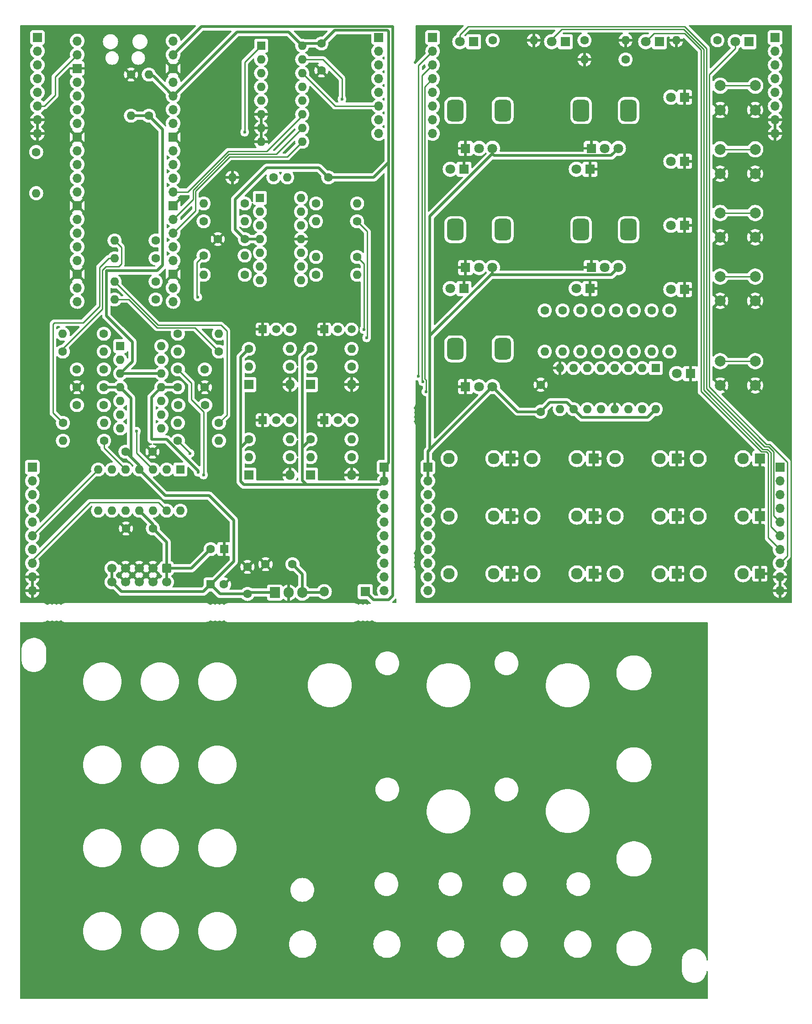
<source format=gbr>
%TF.GenerationSoftware,KiCad,Pcbnew,8.0.5*%
%TF.CreationDate,2024-12-01T23:02:52-05:00*%
%TF.ProjectId,2024.11.21_quadulator_2.0,32303234-2e31-4312-9e32-315f71756164,rev?*%
%TF.SameCoordinates,Original*%
%TF.FileFunction,Copper,L2,Bot*%
%TF.FilePolarity,Positive*%
%FSLAX46Y46*%
G04 Gerber Fmt 4.6, Leading zero omitted, Abs format (unit mm)*
G04 Created by KiCad (PCBNEW 8.0.5) date 2024-12-01 23:02:52*
%MOMM*%
%LPD*%
G01*
G04 APERTURE LIST*
G04 Aperture macros list*
%AMRoundRect*
0 Rectangle with rounded corners*
0 $1 Rounding radius*
0 $2 $3 $4 $5 $6 $7 $8 $9 X,Y pos of 4 corners*
0 Add a 4 corners polygon primitive as box body*
4,1,4,$2,$3,$4,$5,$6,$7,$8,$9,$2,$3,0*
0 Add four circle primitives for the rounded corners*
1,1,$1+$1,$2,$3*
1,1,$1+$1,$4,$5*
1,1,$1+$1,$6,$7*
1,1,$1+$1,$8,$9*
0 Add four rect primitives between the rounded corners*
20,1,$1+$1,$2,$3,$4,$5,0*
20,1,$1+$1,$4,$5,$6,$7,0*
20,1,$1+$1,$6,$7,$8,$9,0*
20,1,$1+$1,$8,$9,$2,$3,0*%
G04 Aperture macros list end*
%TA.AperFunction,ComponentPad*%
%ADD10R,1.700000X1.700000*%
%TD*%
%TA.AperFunction,ComponentPad*%
%ADD11O,1.700000X1.700000*%
%TD*%
%TA.AperFunction,ComponentPad*%
%ADD12C,1.600000*%
%TD*%
%TA.AperFunction,ComponentPad*%
%ADD13O,1.600000X1.600000*%
%TD*%
%TA.AperFunction,ComponentPad*%
%ADD14R,1.800000X1.800000*%
%TD*%
%TA.AperFunction,ComponentPad*%
%ADD15C,1.800000*%
%TD*%
%TA.AperFunction,ComponentPad*%
%ADD16C,2.000000*%
%TD*%
%TA.AperFunction,ComponentPad*%
%ADD17O,1.800000X1.800000*%
%TD*%
%TA.AperFunction,ComponentPad*%
%ADD18R,1.600000X1.600000*%
%TD*%
%TA.AperFunction,ComponentPad*%
%ADD19RoundRect,0.750000X0.750000X-1.250000X0.750000X1.250000X-0.750000X1.250000X-0.750000X-1.250000X0*%
%TD*%
%TA.AperFunction,ComponentPad*%
%ADD20R,1.500000X1.500000*%
%TD*%
%TA.AperFunction,ComponentPad*%
%ADD21C,1.500000*%
%TD*%
%TA.AperFunction,ComponentPad*%
%ADD22R,1.830000X1.930000*%
%TD*%
%TA.AperFunction,ComponentPad*%
%ADD23C,2.130000*%
%TD*%
%TA.AperFunction,ComponentPad*%
%ADD24RoundRect,0.250000X-0.600000X0.600000X-0.600000X-0.600000X0.600000X-0.600000X0.600000X0.600000X0*%
%TD*%
%TA.AperFunction,ComponentPad*%
%ADD25C,1.700000*%
%TD*%
%TA.AperFunction,ComponentPad*%
%ADD26R,1.905000X2.000000*%
%TD*%
%TA.AperFunction,ComponentPad*%
%ADD27O,1.905000X2.000000*%
%TD*%
%TA.AperFunction,ViaPad*%
%ADD28C,0.600000*%
%TD*%
%TA.AperFunction,Conductor*%
%ADD29C,0.500000*%
%TD*%
%TA.AperFunction,Conductor*%
%ADD30C,0.250000*%
%TD*%
G04 APERTURE END LIST*
D10*
%TO.P,J4,1,Pin_1*%
%TO.N,OUTPUT_1_M*%
X2775000Y-82375000D03*
D11*
%TO.P,J4,2,Pin_2*%
%TO.N,OUTPUT_2_M*%
X2775000Y-84915000D03*
%TO.P,J4,3,Pin_3*%
%TO.N,OUTPUT_3_M*%
X2775000Y-87455000D03*
%TO.P,J4,4,Pin_4*%
%TO.N,OUTPUT_4_M*%
X2775000Y-89995000D03*
%TO.P,J4,5,Pin_5*%
%TO.N,LED_B_1_M*%
X2775000Y-92535000D03*
%TO.P,J4,6,Pin_6*%
%TO.N,LED_B_2_M*%
X2775000Y-95075000D03*
%TO.P,J4,7,Pin_7*%
%TO.N,LED_B_3_M*%
X2775000Y-97615000D03*
%TO.P,J4,8,Pin_8*%
%TO.N,LED_B_4_M*%
X2775000Y-100155000D03*
%TO.P,J4,9,Pin_9*%
%TO.N,GND*%
X2775000Y-102695000D03*
%TO.P,J4,10,Pin_10*%
X2775000Y-105235000D03*
%TD*%
D12*
%TO.P,R35,1*%
%TO.N,Net-(D8-A)*%
X114300000Y-53340000D03*
D13*
%TO.P,R35,2*%
%TO.N,Net-(U6-QC)*%
X114300000Y-60960000D03*
%TD*%
D14*
%TO.P,D6,1,K*%
%TO.N,GND*%
X123698000Y-49444000D03*
D15*
%TO.P,D6,2,A*%
%TO.N,Net-(D6-A)*%
X121158000Y-49444000D03*
%TD*%
D12*
%TO.P,C13,1*%
%TO.N,+12V*%
X20066000Y-79502000D03*
%TO.P,C13,2*%
%TO.N,GND*%
X25066000Y-79502000D03*
%TD*%
D16*
%TO.P,SW3,1,1*%
%TO.N,MOD_SWITCH_3_C*%
X130302000Y-35281332D03*
X136802000Y-35281332D03*
%TO.P,SW3,2,2*%
%TO.N,GND*%
X130302000Y-39781332D03*
X136802000Y-39781332D03*
%TD*%
D14*
%TO.P,D2,1,K*%
%TO.N,Net-(D2-K)*%
X54356000Y-67056000D03*
D17*
%TO.P,D2,2,A*%
%TO.N,GND*%
X61976000Y-67056000D03*
%TD*%
D18*
%TO.P,C2,1*%
%TO.N,GND*%
X38354000Y-97536000D03*
D12*
%TO.P,C2,2*%
%TO.N,-12V*%
X35854000Y-97536000D03*
%TD*%
%TO.P,R42,1*%
%TO.N,Net-(D15-KA)*%
X105156000Y-3302000D03*
D13*
%TO.P,R42,2*%
%TO.N,GND*%
X112776000Y-3302000D03*
%TD*%
D16*
%TO.P,SW2,1,1*%
%TO.N,MOD_SWITCH_2_C*%
X130302000Y-23500666D03*
X136802000Y-23500666D03*
%TO.P,SW2,2,2*%
%TO.N,GND*%
X130302000Y-28000666D03*
X136802000Y-28000666D03*
%TD*%
D12*
%TO.P,R22,1*%
%TO.N,Net-(U7D-+)*%
X29758000Y-57658000D03*
D13*
%TO.P,R22,2*%
%TO.N,OUTPUT_4_M*%
X37378000Y-57658000D03*
%TD*%
D12*
%TO.P,R18,1*%
%TO.N,PWM_3_M*%
X25654000Y-48006000D03*
D13*
%TO.P,R18,2*%
%TO.N,Net-(U5C--)*%
X18034000Y-48006000D03*
%TD*%
D14*
%TO.P,RV2,1,1*%
%TO.N,GND*%
X106426000Y-23322000D03*
D15*
%TO.P,RV2,2,2*%
%TO.N,POT_2_C*%
X108926000Y-23322000D03*
%TO.P,RV2,3,3*%
%TO.N,+3.3V*%
X111426000Y-23322000D03*
D19*
%TO.P,RV2,MP*%
%TO.N,N/C*%
X104526000Y-16322000D03*
X113326000Y-16322000D03*
%TD*%
D20*
%TO.P,Q1,1,E*%
%TO.N,GND*%
X56896000Y-56838000D03*
D21*
%TO.P,Q1,2,B*%
%TO.N,Net-(D2-K)*%
X59436000Y-56838000D03*
%TO.P,Q1,3,C*%
%TO.N,TRIG_MCU_1_M*%
X61976000Y-56838000D03*
%TD*%
D14*
%TO.P,D17,1,KA*%
%TO.N,Net-(D17-KA)*%
X135636000Y-3556000D03*
D15*
%TO.P,D17,2,AK*%
%TO.N,LED_B_4_C*%
X133096000Y-3556000D03*
%TD*%
D14*
%TO.P,RV4,1,1*%
%TO.N,GND*%
X106426000Y-45387000D03*
D15*
%TO.P,RV4,2,2*%
%TO.N,POT_4_C*%
X108926000Y-45387000D03*
%TO.P,RV4,3,3*%
%TO.N,+3.3V*%
X111426000Y-45387000D03*
D19*
%TO.P,RV4,MP*%
%TO.N,N/C*%
X104526000Y-38387000D03*
X113326000Y-38387000D03*
%TD*%
D12*
%TO.P,R8,1*%
%TO.N,CV_IN_3_M*%
X63002000Y-43429000D03*
D13*
%TO.P,R8,2*%
%TO.N,Net-(U3C--)*%
X55382000Y-43429000D03*
%TD*%
D14*
%TO.P,RV5,1,1*%
%TO.N,GND*%
X83098000Y-67452000D03*
D15*
%TO.P,RV5,2,2*%
%TO.N,POT_5_C*%
X85598000Y-67452000D03*
%TO.P,RV5,3,3*%
%TO.N,+3.3V*%
X88098000Y-67452000D03*
D19*
%TO.P,RV5,MP*%
%TO.N,N/C*%
X81198000Y-60452000D03*
X89998000Y-60452000D03*
%TD*%
D12*
%TO.P,C5,1*%
%TO.N,Net-(U5A--)*%
X11042000Y-64262000D03*
%TO.P,C5,2*%
%TO.N,Net-(U7A-+)*%
X16042000Y-64262000D03*
%TD*%
D22*
%TO.P,J15,S*%
%TO.N,GND*%
X91440000Y-80772000D03*
D23*
%TO.P,J15,T*%
%TO.N,CV_IN_1_C*%
X80040000Y-80772000D03*
%TO.P,J15,TN*%
%TO.N,unconnected-(J15-PadTN)*%
X88340000Y-80772000D03*
%TD*%
D10*
%TO.P,J9,1,Pin_1*%
%TO.N,+3.3V*%
X76115000Y-82375000D03*
D11*
%TO.P,J9,2,Pin_2*%
X76115000Y-84915000D03*
%TO.P,J9,3,Pin_3*%
%TO.N,CV_IN_1_C*%
X76115000Y-87455000D03*
%TO.P,J9,4,Pin_4*%
%TO.N,CV_IN_2_C*%
X76115000Y-89995000D03*
%TO.P,J9,5,Pin_5*%
%TO.N,CV_IN_3_C*%
X76115000Y-92535000D03*
%TO.P,J9,6,Pin_6*%
%TO.N,CV_IN_4_C*%
X76115000Y-95075000D03*
%TO.P,J9,7,Pin_7*%
%TO.N,TRIG_IN_1_C*%
X76115000Y-97615000D03*
%TO.P,J9,8,Pin_8*%
%TO.N,TRIG_IN_2_C*%
X76115000Y-100155000D03*
%TO.P,J9,9,Pin_9*%
%TO.N,TRIG_IN_3_C*%
X76115000Y-102695000D03*
%TO.P,J9,10,Pin_10*%
%TO.N,TRIG_IN_4_C*%
X76115000Y-105235000D03*
%TD*%
D10*
%TO.P,J3,1,Pin_1*%
%TO.N,POT_5_M*%
X67000000Y-2775000D03*
D11*
%TO.P,J3,2,Pin_2*%
%TO.N,HC595_SER_M*%
X67000000Y-5315000D03*
%TO.P,J3,3,Pin_3*%
%TO.N,HC595_RCLK_M*%
X67000000Y-7855000D03*
%TO.P,J3,4,Pin_4*%
%TO.N,HC595_SRCLK_M*%
X67000000Y-10395000D03*
%TO.P,J3,5,Pin_5*%
%TO.N,POT_1_M*%
X67000000Y-12935000D03*
%TO.P,J3,6,Pin_6*%
%TO.N,POT_2_M*%
X67000000Y-15475000D03*
%TO.P,J3,7,Pin_7*%
%TO.N,POT_3_M*%
X67000000Y-18015000D03*
%TO.P,J3,8,Pin_8*%
%TO.N,POT_4_M*%
X67000000Y-20555000D03*
%TD*%
D12*
%TO.P,R29,1*%
%TO.N,GND*%
X21082000Y-9652000D03*
D13*
%TO.P,R29,2*%
%TO.N,OUTPUT_REF*%
X21082000Y-17272000D03*
%TD*%
D12*
%TO.P,R26,1*%
%TO.N,TRIG_IN_3_M*%
X50546000Y-63754000D03*
D13*
%TO.P,R26,2*%
%TO.N,Net-(D4-K)*%
X42926000Y-63754000D03*
%TD*%
D12*
%TO.P,C11,1*%
%TO.N,+3.3V*%
X42174000Y-40127000D03*
%TO.P,C11,2*%
%TO.N,GND*%
X37174000Y-40127000D03*
%TD*%
D14*
%TO.P,RV1,1,1*%
%TO.N,GND*%
X83098000Y-23322000D03*
D15*
%TO.P,RV1,2,2*%
%TO.N,POT_1_C*%
X85598000Y-23322000D03*
%TO.P,RV1,3,3*%
%TO.N,+3.3V*%
X88098000Y-23322000D03*
D19*
%TO.P,RV1,MP*%
%TO.N,N/C*%
X81198000Y-16322000D03*
X89998000Y-16322000D03*
%TD*%
D14*
%TO.P,D5,1,K*%
%TO.N,Net-(D5-K)*%
X42926000Y-83820000D03*
D17*
%TO.P,D5,2,A*%
%TO.N,GND*%
X50546000Y-83820000D03*
%TD*%
D14*
%TO.P,D14,1,KA*%
%TO.N,Net-(D14-KA)*%
X84582000Y-3556000D03*
D15*
%TO.P,D14,2,AK*%
%TO.N,LED_B_1_C*%
X82042000Y-3556000D03*
%TD*%
D12*
%TO.P,R15,1*%
%TO.N,PWM_2_M*%
X25654000Y-43688000D03*
D13*
%TO.P,R15,2*%
%TO.N,Net-(U5B--)*%
X18034000Y-43688000D03*
%TD*%
D12*
%TO.P,R11,1*%
%TO.N,Net-(U5A--)*%
X8422000Y-60960000D03*
D13*
%TO.P,R11,2*%
%TO.N,Net-(U7A-+)*%
X16042000Y-60960000D03*
%TD*%
D14*
%TO.P,D4,1,K*%
%TO.N,Net-(D4-K)*%
X42926000Y-67056000D03*
D17*
%TO.P,D4,2,A*%
%TO.N,GND*%
X50546000Y-67056000D03*
%TD*%
D18*
%TO.P,U3,1*%
%TO.N,CV_IN_MUX_1_M*%
X44968000Y-32507000D03*
D13*
%TO.P,U3,2,-*%
%TO.N,Net-(U3A--)*%
X44968000Y-35047000D03*
%TO.P,U3,3,+*%
%TO.N,CV_REF*%
X44968000Y-37587000D03*
%TO.P,U3,4,V+*%
%TO.N,+3.3V*%
X44968000Y-40127000D03*
%TO.P,U3,5,+*%
%TO.N,CV_REF*%
X44968000Y-42667000D03*
%TO.P,U3,6,-*%
%TO.N,Net-(U3B--)*%
X44968000Y-45207000D03*
%TO.P,U3,7*%
%TO.N,CV_IN_MUX_2_M*%
X44968000Y-47747000D03*
%TO.P,U3,8*%
%TO.N,CV_IN_MUX_3_M*%
X52588000Y-47747000D03*
%TO.P,U3,9,-*%
%TO.N,Net-(U3C--)*%
X52588000Y-45207000D03*
%TO.P,U3,10,+*%
%TO.N,CV_REF*%
X52588000Y-42667000D03*
%TO.P,U3,11,V-*%
%TO.N,GND*%
X52588000Y-40127000D03*
%TO.P,U3,12,+*%
%TO.N,CV_REF*%
X52588000Y-37587000D03*
%TO.P,U3,13,-*%
%TO.N,Net-(U3D--)*%
X52588000Y-35047000D03*
%TO.P,U3,14*%
%TO.N,CV_IN_MUX_4_M*%
X52588000Y-32507000D03*
%TD*%
D18*
%TO.P,U4,1,X4*%
%TO.N,CV_IN_MUX_1_M*%
X45212000Y-4318000D03*
D13*
%TO.P,U4,2,X6*%
%TO.N,CV_IN_MUX_3_M*%
X45212000Y-6858000D03*
%TO.P,U4,3,X*%
%TO.N,MUX_ANALOG*%
X45212000Y-9398000D03*
%TO.P,U4,4,X7*%
%TO.N,CV_IN_MUX_4_M*%
X45212000Y-11938000D03*
%TO.P,U4,5,X5*%
%TO.N,CV_IN_MUX_2_M*%
X45212000Y-14478000D03*
%TO.P,U4,6,INH*%
%TO.N,GND*%
X45212000Y-17018000D03*
%TO.P,U4,7,VEE*%
X45212000Y-19558000D03*
%TO.P,U4,8,VSS*%
X45212000Y-22098000D03*
%TO.P,U4,9,C*%
%TO.N,MUX_DIGI_3_M*%
X52832000Y-22098000D03*
%TO.P,U4,10,B*%
%TO.N,MUX_DIGI_2_M*%
X52832000Y-19558000D03*
%TO.P,U4,11,A*%
%TO.N,MUX_DIGI_1_M*%
X52832000Y-17018000D03*
%TO.P,U4,12,X3*%
%TO.N,POT_4_M*%
X52832000Y-14478000D03*
%TO.P,U4,13,X0*%
%TO.N,POT_1_M*%
X52832000Y-11938000D03*
%TO.P,U4,14,X1*%
%TO.N,POT_2_M*%
X52832000Y-9398000D03*
%TO.P,U4,15,X2*%
%TO.N,POT_3_M*%
X52832000Y-6858000D03*
%TO.P,U4,16,VDD*%
%TO.N,+3.3V*%
X52832000Y-4318000D03*
%TD*%
D12*
%TO.P,R16,1*%
%TO.N,Net-(U7B-+)*%
X16082000Y-77470000D03*
D13*
%TO.P,R16,2*%
%TO.N,OUTPUT_2_M*%
X8462000Y-77470000D03*
%TD*%
D14*
%TO.P,D1,1,K*%
%TO.N,Net-(D1-K)*%
X64516000Y-105410000D03*
D17*
%TO.P,D1,2,A*%
%TO.N,+5V*%
X56896000Y-105410000D03*
%TD*%
D22*
%TO.P,J16,S*%
%TO.N,GND*%
X106839333Y-80772000D03*
D23*
%TO.P,J16,T*%
%TO.N,CV_IN_2_C*%
X95439333Y-80772000D03*
%TO.P,J16,TN*%
%TO.N,unconnected-(J16-PadTN)*%
X103739333Y-80772000D03*
%TD*%
D12*
%TO.P,R5,1*%
%TO.N,Net-(U3B--)*%
X42174000Y-46731000D03*
D13*
%TO.P,R5,2*%
%TO.N,CV_IN_MUX_2_M*%
X34554000Y-46731000D03*
%TD*%
D14*
%TO.P,D12,1,K*%
%TO.N,GND*%
X106167000Y-49276000D03*
D15*
%TO.P,D12,2,A*%
%TO.N,Net-(D12-A)*%
X103627000Y-49276000D03*
%TD*%
D16*
%TO.P,SW1,1,1*%
%TO.N,MOD_SWITCH_1_C*%
X130302000Y-11720000D03*
X136802000Y-11720000D03*
%TO.P,SW1,2,2*%
%TO.N,GND*%
X130302000Y-16220000D03*
X136802000Y-16220000D03*
%TD*%
D12*
%TO.P,R17,1*%
%TO.N,Net-(U5C--)*%
X37378000Y-74168000D03*
D13*
%TO.P,R17,2*%
%TO.N,Net-(U7C-+)*%
X29758000Y-74168000D03*
%TD*%
D12*
%TO.P,R2,1*%
%TO.N,TRIG_IN_1_M*%
X61976000Y-63754000D03*
D13*
%TO.P,R2,2*%
%TO.N,Net-(D2-K)*%
X54356000Y-63754000D03*
%TD*%
D12*
%TO.P,R31,1*%
%TO.N,OUTPUT_REF*%
X24384000Y-17272000D03*
D13*
%TO.P,R31,2*%
%TO.N,+3.3V*%
X24384000Y-9652000D03*
%TD*%
D14*
%TO.P,D8,1,K*%
%TO.N,GND*%
X123698000Y-25710666D03*
D15*
%TO.P,D8,2,A*%
%TO.N,Net-(D8-A)*%
X121158000Y-25710666D03*
%TD*%
D12*
%TO.P,R38,1*%
%TO.N,Net-(D11-A)*%
X104394000Y-53340000D03*
D13*
%TO.P,R38,2*%
%TO.N,Net-(U6-QF)*%
X104394000Y-60960000D03*
%TD*%
D18*
%TO.P,U7,1*%
%TO.N,LED_B_1_M*%
X30226000Y-82804000D03*
D13*
%TO.P,U7,2,-*%
X27686000Y-82804000D03*
%TO.P,U7,3,+*%
%TO.N,Net-(U7A-+)*%
X25146000Y-82804000D03*
%TO.P,U7,4,V+*%
%TO.N,+12V*%
X22606000Y-82804000D03*
%TO.P,U7,5,+*%
%TO.N,Net-(U7B-+)*%
X20066000Y-82804000D03*
%TO.P,U7,6,-*%
%TO.N,LED_B_2_M*%
X17526000Y-82804000D03*
%TO.P,U7,7*%
X14986000Y-82804000D03*
%TO.P,U7,8*%
%TO.N,LED_B_3_M*%
X14986000Y-90424000D03*
%TO.P,U7,9,-*%
X17526000Y-90424000D03*
%TO.P,U7,10,+*%
%TO.N,Net-(U7C-+)*%
X20066000Y-90424000D03*
%TO.P,U7,11,V-*%
%TO.N,-12V*%
X22606000Y-90424000D03*
%TO.P,U7,12,+*%
%TO.N,Net-(U7D-+)*%
X25146000Y-90424000D03*
%TO.P,U7,13,-*%
%TO.N,LED_B_4_M*%
X27686000Y-90424000D03*
%TO.P,U7,14*%
X30226000Y-90424000D03*
%TD*%
D12*
%TO.P,R33,1*%
%TO.N,Net-(D6-A)*%
X120904000Y-53340000D03*
D13*
%TO.P,R33,2*%
%TO.N,Net-(U6-QA)*%
X120904000Y-60960000D03*
%TD*%
D12*
%TO.P,C16,1*%
%TO.N,+12V*%
X42672000Y-105838000D03*
%TO.P,C16,2*%
%TO.N,GND*%
X42672000Y-100838000D03*
%TD*%
%TO.P,R44,1*%
%TO.N,Net-(D17-KA)*%
X129799000Y-3302000D03*
D13*
%TO.P,R44,2*%
%TO.N,GND*%
X122179000Y-3302000D03*
%TD*%
D24*
%TO.P,J1,1,Pin_1*%
%TO.N,-12V*%
X27686000Y-101092000D03*
D25*
%TO.P,J1,2,Pin_2*%
%TO.N,GND*%
X25146000Y-101092000D03*
%TO.P,J1,3,Pin_3*%
X22606000Y-101092000D03*
%TO.P,J1,4,Pin_4*%
X20066000Y-101092000D03*
%TO.P,J1,5,Pin_5*%
%TO.N,+12V*%
X17526000Y-101092000D03*
%TO.P,J1,6,Pin_6*%
X17526000Y-103632000D03*
%TO.P,J1,7,Pin_7*%
%TO.N,GND*%
X20066000Y-103632000D03*
%TO.P,J1,8,Pin_8*%
X22606000Y-103632000D03*
%TO.P,J1,9,Pin_9*%
X25146000Y-103632000D03*
%TO.P,J1,10,Pin_10*%
%TO.N,-12V*%
X27686000Y-103632000D03*
%TD*%
D14*
%TO.P,D9,1,K*%
%TO.N,GND*%
X123698000Y-13844000D03*
D15*
%TO.P,D9,2,A*%
%TO.N,Net-(D9-A)*%
X121158000Y-13844000D03*
%TD*%
D12*
%TO.P,R13,1*%
%TO.N,Net-(U7A-+)*%
X16042000Y-57658000D03*
D13*
%TO.P,R13,2*%
%TO.N,OUTPUT_1_M*%
X8422000Y-57658000D03*
%TD*%
D10*
%TO.P,J6,1,Pin_1*%
%TO.N,+3.3V*%
X68025000Y-82375000D03*
D11*
%TO.P,J6,2,Pin_2*%
X68025000Y-84915000D03*
%TO.P,J6,3,Pin_3*%
%TO.N,CV_IN_1_M*%
X68025000Y-87455000D03*
%TO.P,J6,4,Pin_4*%
%TO.N,CV_IN_2_M*%
X68025000Y-89995000D03*
%TO.P,J6,5,Pin_5*%
%TO.N,CV_IN_3_M*%
X68025000Y-92535000D03*
%TO.P,J6,6,Pin_6*%
%TO.N,CV_IN_4_M*%
X68025000Y-95075000D03*
%TO.P,J6,7,Pin_7*%
%TO.N,TRIG_IN_1_M*%
X68025000Y-97615000D03*
%TO.P,J6,8,Pin_8*%
%TO.N,TRIG_IN_2_M*%
X68025000Y-100155000D03*
%TO.P,J6,9,Pin_9*%
%TO.N,TRIG_IN_3_M*%
X68025000Y-102695000D03*
%TO.P,J6,10,Pin_10*%
%TO.N,TRIG_IN_4_M*%
X68025000Y-105235000D03*
%TD*%
D12*
%TO.P,R9,1*%
%TO.N,Net-(U3D--)*%
X55382000Y-33523000D03*
D13*
%TO.P,R9,2*%
%TO.N,CV_IN_MUX_4_M*%
X63002000Y-33523000D03*
%TD*%
D14*
%TO.P,D15,1,KA*%
%TO.N,Net-(D15-KA)*%
X101600000Y-3556000D03*
D15*
%TO.P,D15,2,AK*%
%TO.N,LED_B_2_C*%
X99060000Y-3556000D03*
%TD*%
D12*
%TO.P,R30,1*%
%TO.N,CV_REF*%
X47498000Y-28702000D03*
D13*
%TO.P,R30,2*%
%TO.N,GND*%
X39878000Y-28702000D03*
%TD*%
D12*
%TO.P,R40,1*%
%TO.N,Net-(D13-A)*%
X97790000Y-53340000D03*
D13*
%TO.P,R40,2*%
%TO.N,Net-(U6-QH)*%
X97790000Y-60960000D03*
%TD*%
D12*
%TO.P,R21,1*%
%TO.N,PWM_4_M*%
X25654000Y-51308000D03*
D13*
%TO.P,R21,2*%
%TO.N,Net-(U5D--)*%
X18034000Y-51308000D03*
%TD*%
D12*
%TO.P,R24,1*%
%TO.N,TRIG_IN_2_M*%
X61976000Y-80518000D03*
D13*
%TO.P,R24,2*%
%TO.N,Net-(D3-K)*%
X54356000Y-80518000D03*
%TD*%
D10*
%TO.P,J8,1,Pin_1*%
%TO.N,OUTPUT_1_C*%
X141365000Y-82375000D03*
D11*
%TO.P,J8,2,Pin_2*%
%TO.N,OUTPUT_2_C*%
X141365000Y-84915000D03*
%TO.P,J8,3,Pin_3*%
%TO.N,OUTPUT_3_C*%
X141365000Y-87455000D03*
%TO.P,J8,4,Pin_4*%
%TO.N,OUTPUT_4_C*%
X141365000Y-89995000D03*
%TO.P,J8,5,Pin_5*%
%TO.N,LED_B_1_C*%
X141365000Y-92535000D03*
%TO.P,J8,6,Pin_6*%
%TO.N,LED_B_2_C*%
X141365000Y-95075000D03*
%TO.P,J8,7,Pin_7*%
%TO.N,LED_B_3_C*%
X141365000Y-97615000D03*
%TO.P,J8,8,Pin_8*%
%TO.N,LED_B_4_C*%
X141365000Y-100155000D03*
%TO.P,J8,9,Pin_9*%
%TO.N,GND*%
X141365000Y-102695000D03*
%TO.P,J8,10,Pin_10*%
X141365000Y-105235000D03*
%TD*%
D14*
%TO.P,D18,1,K*%
%TO.N,GND*%
X124771000Y-65024000D03*
D15*
%TO.P,D18,2,A*%
%TO.N,MENU_LED_C*%
X122231000Y-65024000D03*
%TD*%
D18*
%TO.P,C1,1*%
%TO.N,+12V*%
X35814000Y-104086000D03*
D12*
%TO.P,C1,2*%
%TO.N,GND*%
X38314000Y-104086000D03*
%TD*%
%TO.P,R36,1*%
%TO.N,Net-(D9-A)*%
X110998000Y-53340000D03*
D13*
%TO.P,R36,2*%
%TO.N,Net-(U6-QD)*%
X110998000Y-60960000D03*
%TD*%
D26*
%TO.P,U1,1,IN*%
%TO.N,+12V*%
X47752000Y-105593000D03*
D27*
%TO.P,U1,2,GND*%
%TO.N,GND*%
X50292000Y-105593000D03*
%TO.P,U1,3,OUT*%
%TO.N,+5V*%
X52832000Y-105593000D03*
%TD*%
D20*
%TO.P,Q3,1,E*%
%TO.N,GND*%
X45456000Y-56838000D03*
D21*
%TO.P,Q3,2,B*%
%TO.N,Net-(D4-K)*%
X47996000Y-56838000D03*
%TO.P,Q3,3,C*%
%TO.N,TRIG_MCU_3_M*%
X50536000Y-56838000D03*
%TD*%
D12*
%TO.P,R37,1*%
%TO.N,Net-(D10-A)*%
X107696000Y-53340000D03*
D13*
%TO.P,R37,2*%
%TO.N,Net-(U6-QE)*%
X107696000Y-60960000D03*
%TD*%
D12*
%TO.P,C9,1*%
%TO.N,+12V*%
X16042000Y-67564000D03*
%TO.P,C9,2*%
%TO.N,GND*%
X11042000Y-67564000D03*
%TD*%
%TO.P,C12,1*%
%TO.N,GND*%
X56388000Y-8890000D03*
%TO.P,C12,2*%
%TO.N,+3.3V*%
X56388000Y-3890000D03*
%TD*%
D14*
%TO.P,D3,1,K*%
%TO.N,Net-(D3-K)*%
X54356000Y-83820000D03*
D17*
%TO.P,D3,2,A*%
%TO.N,GND*%
X61976000Y-83820000D03*
%TD*%
D12*
%TO.P,R10,1*%
%TO.N,CV_IN_4_M*%
X62992000Y-36830000D03*
D13*
%TO.P,R10,2*%
%TO.N,Net-(U3D--)*%
X55372000Y-36830000D03*
%TD*%
D10*
%TO.P,J7,1,Pin_1*%
%TO.N,POT_5_C*%
X77000000Y-2775000D03*
D11*
%TO.P,J7,2,Pin_2*%
%TO.N,HC595_SER_C*%
X77000000Y-5315000D03*
%TO.P,J7,3,Pin_3*%
%TO.N,HC595_RCLK_C*%
X77000000Y-7855000D03*
%TO.P,J7,4,Pin_4*%
%TO.N,HC595_SRCLK_C*%
X77000000Y-10395000D03*
%TO.P,J7,5,Pin_5*%
%TO.N,POT_1_C*%
X77000000Y-12935000D03*
%TO.P,J7,6,Pin_6*%
%TO.N,POT_2_C*%
X77000000Y-15475000D03*
%TO.P,J7,7,Pin_7*%
%TO.N,POT_3_C*%
X77000000Y-18015000D03*
%TO.P,J7,8,Pin_8*%
%TO.N,POT_4_C*%
X77000000Y-20555000D03*
%TD*%
D16*
%TO.P,SW4,1,1*%
%TO.N,MOD_SWITCH_4_C*%
X130302000Y-47062000D03*
X136802000Y-47062000D03*
%TO.P,SW4,2,2*%
%TO.N,GND*%
X130302000Y-51562000D03*
X136802000Y-51562000D03*
%TD*%
D12*
%TO.P,R43,1*%
%TO.N,Net-(D16-KA)*%
X112776000Y-6858000D03*
D13*
%TO.P,R43,2*%
%TO.N,GND*%
X105156000Y-6858000D03*
%TD*%
D12*
%TO.P,R14,1*%
%TO.N,Net-(U5B--)*%
X8462000Y-74168000D03*
D13*
%TO.P,R14,2*%
%TO.N,Net-(U7B-+)*%
X16082000Y-74168000D03*
%TD*%
D22*
%TO.P,J20,S*%
%TO.N,GND*%
X122238666Y-91440000D03*
D23*
%TO.P,J20,T*%
%TO.N,TRIG_IN_3_C*%
X110838666Y-91440000D03*
%TO.P,J20,TN*%
%TO.N,unconnected-(J20-PadTN)*%
X119138666Y-91440000D03*
%TD*%
D14*
%TO.P,D16,1,KA*%
%TO.N,Net-(D16-KA)*%
X119038000Y-3556000D03*
D15*
%TO.P,D16,2,AK*%
%TO.N,LED_B_3_C*%
X116498000Y-3556000D03*
%TD*%
D18*
%TO.P,U6,1,QB*%
%TO.N,Net-(U6-QB)*%
X118364000Y-64008000D03*
D13*
%TO.P,U6,2,QC*%
%TO.N,Net-(U6-QC)*%
X115824000Y-64008000D03*
%TO.P,U6,3,QD*%
%TO.N,Net-(U6-QD)*%
X113284000Y-64008000D03*
%TO.P,U6,4,QE*%
%TO.N,Net-(U6-QE)*%
X110744000Y-64008000D03*
%TO.P,U6,5,QF*%
%TO.N,Net-(U6-QF)*%
X108204000Y-64008000D03*
%TO.P,U6,6,QG*%
%TO.N,Net-(U6-QG)*%
X105664000Y-64008000D03*
%TO.P,U6,7,QH*%
%TO.N,Net-(U6-QH)*%
X103124000Y-64008000D03*
%TO.P,U6,8,GND*%
%TO.N,GND*%
X100584000Y-64008000D03*
%TO.P,U6,9,QH'*%
%TO.N,unconnected-(U6-QH'-Pad9)*%
X100584000Y-71628000D03*
%TO.P,U6,10,~{SRCLR}*%
%TO.N,+3.3V*%
X103124000Y-71628000D03*
%TO.P,U6,11,SRCLK*%
%TO.N,HC595_SRCLK_C*%
X105664000Y-71628000D03*
%TO.P,U6,12,RCLK*%
%TO.N,HC595_RCLK_C*%
X108204000Y-71628000D03*
%TO.P,U6,13,~{OE}*%
%TO.N,GND*%
X110744000Y-71628000D03*
%TO.P,U6,14,SER*%
%TO.N,HC595_SER_C*%
X113284000Y-71628000D03*
%TO.P,U6,15,QA*%
%TO.N,Net-(U6-QA)*%
X115824000Y-71628000D03*
%TO.P,U6,16,VCC*%
%TO.N,+3.3V*%
X118364000Y-71628000D03*
%TD*%
D22*
%TO.P,J18,S*%
%TO.N,GND*%
X137638000Y-80772000D03*
D23*
%TO.P,J18,T*%
%TO.N,CV_IN_4_C*%
X126238000Y-80772000D03*
%TO.P,J18,TN*%
%TO.N,unconnected-(J18-PadTN)*%
X134538000Y-80772000D03*
%TD*%
D12*
%TO.P,R34,1*%
%TO.N,Net-(D7-A)*%
X117602000Y-53340000D03*
D13*
%TO.P,R34,2*%
%TO.N,Net-(U6-QB)*%
X117602000Y-60960000D03*
%TD*%
D12*
%TO.P,C7,1*%
%TO.N,Net-(U5C--)*%
X34838000Y-70866000D03*
%TO.P,C7,2*%
%TO.N,Net-(U7C-+)*%
X29838000Y-70866000D03*
%TD*%
%TO.P,R28,1*%
%TO.N,TRIG_IN_4_M*%
X50546000Y-80518000D03*
D13*
%TO.P,R28,2*%
%TO.N,Net-(D5-K)*%
X42926000Y-80518000D03*
%TD*%
D18*
%TO.P,U5,1*%
%TO.N,Net-(U7A-+)*%
X19090000Y-59944000D03*
D13*
%TO.P,U5,2,-*%
%TO.N,Net-(U5A--)*%
X19090000Y-62484000D03*
%TO.P,U5,3,+*%
%TO.N,OUTPUT_REF*%
X19090000Y-65024000D03*
%TO.P,U5,4,V+*%
%TO.N,+12V*%
X19090000Y-67564000D03*
%TO.P,U5,5,+*%
%TO.N,OUTPUT_REF*%
X19090000Y-70104000D03*
%TO.P,U5,6,-*%
%TO.N,Net-(U5B--)*%
X19090000Y-72644000D03*
%TO.P,U5,7*%
%TO.N,Net-(U7B-+)*%
X19090000Y-75184000D03*
%TO.P,U5,8*%
%TO.N,Net-(U7C-+)*%
X26710000Y-75184000D03*
%TO.P,U5,9,-*%
%TO.N,Net-(U5C--)*%
X26710000Y-72644000D03*
%TO.P,U5,10,+*%
%TO.N,OUTPUT_REF*%
X26710000Y-70104000D03*
%TO.P,U5,11,V-*%
%TO.N,-12V*%
X26710000Y-67564000D03*
%TO.P,U5,12,+*%
%TO.N,OUTPUT_REF*%
X26710000Y-65024000D03*
%TO.P,U5,13,-*%
%TO.N,Net-(U5D--)*%
X26710000Y-62484000D03*
%TO.P,U5,14*%
%TO.N,Net-(U7D-+)*%
X26710000Y-59944000D03*
%TD*%
D22*
%TO.P,J13,S*%
%TO.N,GND*%
X122238666Y-102108000D03*
D23*
%TO.P,J13,T*%
%TO.N,OUTPUT_3_C*%
X110838666Y-102108000D03*
%TO.P,J13,TN*%
%TO.N,unconnected-(J13-PadTN)*%
X119138666Y-102108000D03*
%TD*%
D12*
%TO.P,R27,1*%
%TO.N,+3.3V*%
X42926000Y-77216000D03*
D13*
%TO.P,R27,2*%
%TO.N,TRIG_MCU_4_M*%
X50546000Y-77216000D03*
%TD*%
D20*
%TO.P,Q2,1,E*%
%TO.N,GND*%
X56896000Y-73660000D03*
D21*
%TO.P,Q2,2,B*%
%TO.N,Net-(D3-K)*%
X59436000Y-73660000D03*
%TO.P,Q2,3,C*%
%TO.N,TRIG_MCU_2_M*%
X61976000Y-73660000D03*
%TD*%
D12*
%TO.P,C14,1*%
%TO.N,GND*%
X20146000Y-93726000D03*
%TO.P,C14,2*%
%TO.N,-12V*%
X25146000Y-93726000D03*
%TD*%
%TO.P,R32,1*%
%TO.N,+3.3V*%
X57658000Y-28702000D03*
D13*
%TO.P,R32,2*%
%TO.N,CV_REF*%
X50038000Y-28702000D03*
%TD*%
D22*
%TO.P,J14,S*%
%TO.N,GND*%
X137638000Y-102108000D03*
D23*
%TO.P,J14,T*%
%TO.N,OUTPUT_4_C*%
X126238000Y-102108000D03*
%TO.P,J14,TN*%
%TO.N,unconnected-(J14-PadTN)*%
X134538000Y-102108000D03*
%TD*%
D22*
%TO.P,J19,S*%
%TO.N,GND*%
X106839333Y-91440000D03*
D23*
%TO.P,J19,T*%
%TO.N,TRIG_IN_2_C*%
X95439333Y-91440000D03*
%TO.P,J19,TN*%
%TO.N,unconnected-(J19-PadTN)*%
X103739333Y-91440000D03*
%TD*%
D12*
%TO.P,R7,1*%
%TO.N,Net-(U3C--)*%
X55382000Y-46731000D03*
D13*
%TO.P,R7,2*%
%TO.N,CV_IN_MUX_3_M*%
X63002000Y-46731000D03*
%TD*%
D12*
%TO.P,C15,1*%
%TO.N,GND*%
X97028000Y-67096000D03*
%TO.P,C15,2*%
%TO.N,+3.3V*%
X97028000Y-72096000D03*
%TD*%
D14*
%TO.P,D7,1,K*%
%TO.N,GND*%
X123698000Y-37577332D03*
D15*
%TO.P,D7,2,A*%
%TO.N,Net-(D7-A)*%
X121158000Y-37577332D03*
%TD*%
D22*
%TO.P,J10,S*%
%TO.N,GND*%
X91440000Y-102108000D03*
D23*
%TO.P,J10,T*%
%TO.N,OUTPUT_1_C*%
X80040000Y-102108000D03*
%TO.P,J10,TN*%
%TO.N,unconnected-(J10-PadTN)*%
X88340000Y-102108000D03*
%TD*%
D12*
%TO.P,R25,1*%
%TO.N,+3.3V*%
X42926000Y-60452000D03*
D13*
%TO.P,R25,2*%
%TO.N,TRIG_MCU_3_M*%
X50546000Y-60452000D03*
%TD*%
D12*
%TO.P,R6,1*%
%TO.N,CV_IN_2_M*%
X34544000Y-43180000D03*
D13*
%TO.P,R6,2*%
%TO.N,Net-(U3B--)*%
X42164000Y-43180000D03*
%TD*%
D20*
%TO.P,Q4,1,E*%
%TO.N,GND*%
X45466000Y-73660000D03*
D21*
%TO.P,Q4,2,B*%
%TO.N,Net-(D5-K)*%
X48006000Y-73660000D03*
%TO.P,Q4,3,C*%
%TO.N,TRIG_MCU_4_M*%
X50546000Y-73660000D03*
%TD*%
D12*
%TO.P,R20,1*%
%TO.N,Net-(U5D--)*%
X37378000Y-60960000D03*
D13*
%TO.P,R20,2*%
%TO.N,Net-(U7D-+)*%
X29758000Y-60960000D03*
%TD*%
D12*
%TO.P,R41,1*%
%TO.N,Net-(D14-KA)*%
X88138000Y-3302000D03*
D13*
%TO.P,R41,2*%
%TO.N,GND*%
X95758000Y-3302000D03*
%TD*%
D14*
%TO.P,D13,1,K*%
%TO.N,GND*%
X82804000Y-49276000D03*
D15*
%TO.P,D13,2,A*%
%TO.N,Net-(D13-A)*%
X80264000Y-49276000D03*
%TD*%
D12*
%TO.P,C10,1*%
%TO.N,GND*%
X34758000Y-67564000D03*
%TO.P,C10,2*%
%TO.N,-12V*%
X29758000Y-67564000D03*
%TD*%
D22*
%TO.P,J21,S*%
%TO.N,GND*%
X137638000Y-91440000D03*
D23*
%TO.P,J21,T*%
%TO.N,TRIG_IN_4_C*%
X126238000Y-91440000D03*
%TO.P,J21,TN*%
%TO.N,unconnected-(J21-PadTN)*%
X134538000Y-91440000D03*
%TD*%
D22*
%TO.P,J12,S*%
%TO.N,GND*%
X106839333Y-102108000D03*
D23*
%TO.P,J12,T*%
%TO.N,OUTPUT_2_C*%
X95439333Y-102108000D03*
%TO.P,J12,TN*%
%TO.N,unconnected-(J12-PadTN)*%
X103739333Y-102108000D03*
%TD*%
D12*
%TO.P,R3,1*%
%TO.N,Net-(U3A--)*%
X42164000Y-33523000D03*
D13*
%TO.P,R3,2*%
%TO.N,CV_IN_MUX_1_M*%
X34544000Y-33523000D03*
%TD*%
D12*
%TO.P,C6,1*%
%TO.N,Net-(U5B--)*%
X11042000Y-70866000D03*
%TO.P,C6,2*%
%TO.N,Net-(U7B-+)*%
X16042000Y-70866000D03*
%TD*%
%TO.P,C3,1*%
%TO.N,+5V*%
X51014000Y-100330000D03*
%TO.P,C3,2*%
%TO.N,GND*%
X46014000Y-100330000D03*
%TD*%
%TO.P,R45,1*%
%TO.N,MENU_LED_M*%
X3500000Y-24000000D03*
D13*
%TO.P,R45,2*%
%TO.N,Net-(U2-GPIO0)*%
X3500000Y-31620000D03*
%TD*%
D12*
%TO.P,R19,1*%
%TO.N,Net-(U7C-+)*%
X29758000Y-77470000D03*
D13*
%TO.P,R19,2*%
%TO.N,OUTPUT_3_M*%
X37378000Y-77470000D03*
%TD*%
D14*
%TO.P,D10,1,K*%
%TO.N,GND*%
X106172000Y-27178000D03*
D15*
%TO.P,D10,2,A*%
%TO.N,Net-(D10-A)*%
X103632000Y-27178000D03*
%TD*%
D12*
%TO.P,R12,1*%
%TO.N,PWM_1_M*%
X25654000Y-40386000D03*
D13*
%TO.P,R12,2*%
%TO.N,Net-(U5A--)*%
X18034000Y-40386000D03*
%TD*%
D11*
%TO.P,U2,1,GPIO0*%
%TO.N,Net-(U2-GPIO0)*%
X11107000Y-3426000D03*
%TO.P,U2,2,GPIO1*%
%TO.N,MENU_SWITCH_M*%
X11107000Y-5966000D03*
D10*
%TO.P,U2,3,GND*%
%TO.N,GND*%
X11107000Y-8506000D03*
D11*
%TO.P,U2,4,GPIO2*%
%TO.N,MOD_SWITCH_1_M*%
X11107000Y-11046000D03*
%TO.P,U2,5,GPIO3*%
%TO.N,MOD_SWITCH_2_M*%
X11107000Y-13586000D03*
%TO.P,U2,6,GPIO4*%
%TO.N,MOD_SWITCH_3_M*%
X11107000Y-16126000D03*
%TO.P,U2,7,GPIO5*%
%TO.N,MOD_SWITCH_4_M*%
X11107000Y-18666000D03*
D10*
%TO.P,U2,8,GND*%
%TO.N,GND*%
X11107000Y-21206000D03*
D11*
%TO.P,U2,9,GPIO6*%
%TO.N,TRIG_MCU_4_M*%
X11107000Y-23746000D03*
%TO.P,U2,10,GPIO7*%
%TO.N,TRIG_MCU_3_M*%
X11107000Y-26286000D03*
%TO.P,U2,11,GPIO8*%
%TO.N,TRIG_MCU_2_M*%
X11107000Y-28826000D03*
%TO.P,U2,12,GPIO9*%
%TO.N,TRIG_MCU_1_M*%
X11107000Y-31366000D03*
D10*
%TO.P,U2,13,GND*%
%TO.N,GND*%
X11107000Y-33906000D03*
D11*
%TO.P,U2,14,GPIO10*%
%TO.N,unconnected-(U2-GPIO10-Pad14)_1*%
X11107000Y-36446000D03*
%TO.P,U2,15,GPIO11*%
%TO.N,unconnected-(U2-GPIO11-Pad15)*%
X11107000Y-38986000D03*
%TO.P,U2,16,GPIO12*%
%TO.N,unconnected-(U2-GPIO12-Pad16)*%
X11107000Y-41526000D03*
%TO.P,U2,17,GPIO13*%
%TO.N,HC595_SRCLK_M*%
X11107000Y-44066000D03*
D10*
%TO.P,U2,18,GND*%
%TO.N,GND*%
X11107000Y-46606000D03*
D11*
%TO.P,U2,19,GPIO14*%
%TO.N,HC595_RCLK_M*%
X11107000Y-49146000D03*
%TO.P,U2,20,GPIO15*%
%TO.N,HC595_SER_M*%
X11107000Y-51686000D03*
%TO.P,U2,21,GPIO16*%
%TO.N,PWM_4_M*%
X28887000Y-51686000D03*
%TO.P,U2,22,GPIO17*%
%TO.N,PWM_3_M*%
X28887000Y-49146000D03*
D10*
%TO.P,U2,23,GND*%
%TO.N,GND*%
X28887000Y-46606000D03*
D11*
%TO.P,U2,24,GPIO18*%
%TO.N,PWM_2_M*%
X28887000Y-44066000D03*
%TO.P,U2,25,GPIO19*%
%TO.N,PWM_1_M*%
X28887000Y-41526000D03*
%TO.P,U2,26,GPIO20*%
%TO.N,MUX_DIGI_3_M*%
X28887000Y-38986000D03*
%TO.P,U2,27,GPIO21*%
%TO.N,MUX_DIGI_2_M*%
X28887000Y-36446000D03*
D10*
%TO.P,U2,28,GND*%
%TO.N,GND*%
X28887000Y-33906000D03*
D11*
%TO.P,U2,29,GPIO22*%
%TO.N,MUX_DIGI_1_M*%
X28887000Y-31366000D03*
%TO.P,U2,30,RUN*%
%TO.N,unconnected-(U2-RUN-Pad30)*%
X28887000Y-28826000D03*
%TO.P,U2,31,GPIO26_ADC0*%
%TO.N,MUX_ANALOG*%
X28887000Y-26286000D03*
%TO.P,U2,32,GPIO27_ADC1*%
%TO.N,POT_5_M*%
X28887000Y-23746000D03*
D10*
%TO.P,U2,33,AGND*%
%TO.N,GND*%
X28887000Y-21206000D03*
D11*
%TO.P,U2,34,GPIO28_ADC2*%
%TO.N,unconnected-(U2-GPIO28_ADC2-Pad34)*%
X28887000Y-18666000D03*
%TO.P,U2,35,ADC_VREF*%
%TO.N,unconnected-(U2-ADC_VREF-Pad35)_1*%
X28887000Y-16126000D03*
%TO.P,U2,36,3V3*%
%TO.N,+3.3V*%
X28887000Y-13586000D03*
%TO.P,U2,37,3V3_EN*%
%TO.N,unconnected-(U2-3V3_EN-Pad37)_1*%
X28887000Y-11046000D03*
D10*
%TO.P,U2,38,GND*%
%TO.N,GND*%
X28887000Y-8506000D03*
D11*
%TO.P,U2,39,VSYS*%
%TO.N,Net-(D1-K)*%
X28887000Y-5966000D03*
%TO.P,U2,40,VBUS*%
%TO.N,unconnected-(U2-VBUS-Pad40)*%
X28887000Y-3426000D03*
%TD*%
D14*
%TO.P,D11,1,K*%
%TO.N,GND*%
X82804000Y-27178000D03*
D15*
%TO.P,D11,2,A*%
%TO.N,Net-(D11-A)*%
X80264000Y-27178000D03*
%TD*%
D14*
%TO.P,RV3,1,1*%
%TO.N,GND*%
X83098000Y-45387000D03*
D15*
%TO.P,RV3,2,2*%
%TO.N,POT_3_C*%
X85598000Y-45387000D03*
%TO.P,RV3,3,3*%
%TO.N,+3.3V*%
X88098000Y-45387000D03*
D19*
%TO.P,RV3,MP*%
%TO.N,N/C*%
X81198000Y-38387000D03*
X89998000Y-38387000D03*
%TD*%
D22*
%TO.P,J17,S*%
%TO.N,GND*%
X122238666Y-80772000D03*
D23*
%TO.P,J17,T*%
%TO.N,CV_IN_3_C*%
X110838666Y-80772000D03*
%TO.P,J17,TN*%
%TO.N,unconnected-(J17-PadTN)*%
X119138666Y-80772000D03*
%TD*%
D22*
%TO.P,J11,S*%
%TO.N,GND*%
X91440000Y-91440000D03*
D23*
%TO.P,J11,T*%
%TO.N,TRIG_IN_1_C*%
X80040000Y-91440000D03*
%TO.P,J11,TN*%
%TO.N,unconnected-(J11-PadTN)*%
X88340000Y-91440000D03*
%TD*%
D12*
%TO.P,R1,1*%
%TO.N,+3.3V*%
X54356000Y-60452000D03*
D13*
%TO.P,R1,2*%
%TO.N,TRIG_MCU_1_M*%
X61976000Y-60452000D03*
%TD*%
D12*
%TO.P,R23,1*%
%TO.N,+3.3V*%
X54356000Y-77216000D03*
D13*
%TO.P,R23,2*%
%TO.N,TRIG_MCU_2_M*%
X61976000Y-77216000D03*
%TD*%
D12*
%TO.P,C8,1*%
%TO.N,Net-(U5D--)*%
X34758000Y-64262000D03*
%TO.P,C8,2*%
%TO.N,Net-(U7D-+)*%
X29758000Y-64262000D03*
%TD*%
D16*
%TO.P,SW5,1,1*%
%TO.N,MENU_SWITCH_C*%
X130302000Y-62738000D03*
X136802000Y-62738000D03*
%TO.P,SW5,2,2*%
%TO.N,GND*%
X130302000Y-67238000D03*
X136802000Y-67238000D03*
%TD*%
D10*
%TO.P,J2,1,Pin_1*%
%TO.N,MOD_SWITCH_1_M*%
X3750000Y-2775000D03*
D11*
%TO.P,J2,2,Pin_2*%
%TO.N,MOD_SWITCH_2_M*%
X3750000Y-5315000D03*
%TO.P,J2,3,Pin_3*%
%TO.N,MOD_SWITCH_3_M*%
X3750000Y-7855000D03*
%TO.P,J2,4,Pin_4*%
%TO.N,MOD_SWITCH_4_M*%
X3750000Y-10395000D03*
%TO.P,J2,5,Pin_5*%
%TO.N,MENU_LED_M*%
X3750000Y-12935000D03*
%TO.P,J2,6,Pin_6*%
%TO.N,MENU_SWITCH_M*%
X3750000Y-15475000D03*
%TO.P,J2,7,Pin_7*%
%TO.N,GND*%
X3750000Y-18015000D03*
%TO.P,J2,8,Pin_8*%
X3750000Y-20555000D03*
%TD*%
D12*
%TO.P,R39,1*%
%TO.N,Net-(D12-A)*%
X101092000Y-53340000D03*
D13*
%TO.P,R39,2*%
%TO.N,Net-(U6-QG)*%
X101092000Y-60960000D03*
%TD*%
D12*
%TO.P,R4,1*%
%TO.N,CV_IN_1_M*%
X34544000Y-36830000D03*
D13*
%TO.P,R4,2*%
%TO.N,Net-(U3A--)*%
X42164000Y-36830000D03*
%TD*%
D10*
%TO.P,J5,1,Pin_1*%
%TO.N,MOD_SWITCH_1_C*%
X140500000Y-2775000D03*
D11*
%TO.P,J5,2,Pin_2*%
%TO.N,MOD_SWITCH_2_C*%
X140500000Y-5315000D03*
%TO.P,J5,3,Pin_3*%
%TO.N,MOD_SWITCH_3_C*%
X140500000Y-7855000D03*
%TO.P,J5,4,Pin_4*%
%TO.N,MOD_SWITCH_4_C*%
X140500000Y-10395000D03*
%TO.P,J5,5,Pin_5*%
%TO.N,MENU_LED_C*%
X140500000Y-12935000D03*
%TO.P,J5,6,Pin_6*%
%TO.N,MENU_SWITCH_C*%
X140500000Y-15475000D03*
%TO.P,J5,7,Pin_7*%
%TO.N,GND*%
X140500000Y-18015000D03*
%TO.P,J5,8,Pin_8*%
X140500000Y-20555000D03*
%TD*%
D28*
%TO.N,-12V*%
X33528000Y-83312000D03*
%TO.N,Net-(U7A-+)*%
X22098000Y-75692000D03*
%TO.N,Net-(U7C-+)*%
X32024000Y-79815000D03*
%TO.N,Net-(U7D-+)*%
X34544000Y-83820000D03*
%TO.N,POT_3_M*%
X60198000Y-14224000D03*
%TO.N,CV_IN_3_M*%
X64262000Y-56896000D03*
%TO.N,CV_IN_2_M*%
X33467058Y-50860942D03*
%TO.N,CV_IN_4_M*%
X64769000Y-58420000D03*
%TO.N,HC595_SER_C*%
X74375000Y-65532000D03*
%TO.N,HC595_RCLK_C*%
X75184000Y-66548000D03*
%TO.N,HC595_SRCLK_C*%
X75750000Y-68408500D03*
%TO.N,CV_IN_MUX_1_M*%
X42164000Y-20320000D03*
%TD*%
D29*
%TO.N,+12V*%
X17526000Y-101092000D02*
X17526000Y-103632000D01*
X22606000Y-82042000D02*
X21336000Y-80772000D01*
X21336000Y-80772000D02*
X20066000Y-79502000D01*
X43006000Y-105838000D02*
X43251000Y-105593000D01*
X34490000Y-105410000D02*
X35814000Y-104086000D01*
X40132000Y-92202000D02*
X35560000Y-87630000D01*
X21082000Y-69556000D02*
X19090000Y-67564000D01*
X35868000Y-104086000D02*
X40132000Y-99822000D01*
X43251000Y-105593000D02*
X47752000Y-105593000D01*
X21082000Y-80518000D02*
X21082000Y-69556000D01*
X21336000Y-80772000D02*
X21082000Y-80518000D01*
X37566000Y-105838000D02*
X42672000Y-105838000D01*
X17526000Y-103632000D02*
X19304000Y-105410000D01*
X22606000Y-82804000D02*
X22606000Y-82042000D01*
X27432000Y-87630000D02*
X22606000Y-82804000D01*
X19090000Y-67564000D02*
X16042000Y-67564000D01*
X35814000Y-104086000D02*
X35868000Y-104086000D01*
X35560000Y-87630000D02*
X27432000Y-87630000D01*
X40132000Y-99822000D02*
X40132000Y-92202000D01*
X35814000Y-104086000D02*
X37566000Y-105838000D01*
X19304000Y-105410000D02*
X34490000Y-105410000D01*
X42672000Y-105838000D02*
X43006000Y-105838000D01*
%TO.N,-12V*%
X26710000Y-67564000D02*
X29758000Y-67564000D01*
X33528000Y-83312000D02*
X33528000Y-83058000D01*
X25146000Y-93726000D02*
X25146000Y-92964000D01*
X24892000Y-69382000D02*
X26710000Y-67564000D01*
X25146000Y-92964000D02*
X22606000Y-90424000D01*
X27686000Y-101092000D02*
X27686000Y-96266000D01*
X24892000Y-77216000D02*
X24892000Y-69382000D01*
X27686000Y-101092000D02*
X32298000Y-101092000D01*
X27686000Y-96266000D02*
X25146000Y-93726000D01*
X32298000Y-101092000D02*
X35854000Y-97536000D01*
X27686000Y-101092000D02*
X27686000Y-103632000D01*
X27686000Y-77216000D02*
X24892000Y-77216000D01*
X33528000Y-83058000D02*
X27686000Y-77216000D01*
%TO.N,+5V*%
X52832000Y-105593000D02*
X56713000Y-105593000D01*
X56713000Y-105593000D02*
X56896000Y-105410000D01*
X52832000Y-102148000D02*
X51014000Y-100330000D01*
X52832000Y-105593000D02*
X52832000Y-102148000D01*
D30*
%TO.N,Net-(U5A--)*%
X15748000Y-53086000D02*
X8422000Y-60412000D01*
X18034000Y-40386000D02*
X19304000Y-41656000D01*
X15748000Y-45922827D02*
X15748000Y-53086000D01*
X19304000Y-44704000D02*
X18796000Y-45212000D01*
X16458827Y-45212000D02*
X15748000Y-45922827D01*
X18796000Y-45212000D02*
X16458827Y-45212000D01*
X8422000Y-60412000D02*
X8422000Y-60960000D01*
X19304000Y-41656000D02*
X19304000Y-44704000D01*
%TO.N,Net-(U7A-+)*%
X22098000Y-79756000D02*
X25146000Y-82804000D01*
X22098000Y-75692000D02*
X22098000Y-79756000D01*
%TO.N,Net-(U5B--)*%
X18034000Y-43688000D02*
X16902630Y-43688000D01*
X12192000Y-55626000D02*
X6858000Y-55626000D01*
X6604000Y-72310000D02*
X8462000Y-74168000D01*
X15240000Y-52578000D02*
X12192000Y-55626000D01*
X6604000Y-55880000D02*
X6604000Y-72310000D01*
X16902630Y-43688000D02*
X15240000Y-45350630D01*
X15240000Y-45350630D02*
X15240000Y-52578000D01*
X6858000Y-55626000D02*
X6604000Y-55880000D01*
%TO.N,Net-(U7B-+)*%
X16082000Y-78820000D02*
X20066000Y-82804000D01*
X16082000Y-77470000D02*
X16082000Y-78820000D01*
%TO.N,Net-(U7C-+)*%
X32024000Y-79736000D02*
X29758000Y-77470000D01*
X32024000Y-79815000D02*
X32024000Y-79736000D01*
%TO.N,Net-(U5C--)*%
X38862000Y-57150000D02*
X38862000Y-72684000D01*
X37795000Y-56083000D02*
X38862000Y-57150000D01*
X26111000Y-56083000D02*
X37795000Y-56083000D01*
X38862000Y-72684000D02*
X37378000Y-74168000D01*
X18034000Y-48006000D02*
X26111000Y-56083000D01*
%TO.N,Net-(U5D--)*%
X25924604Y-56533000D02*
X32951000Y-56533000D01*
X18034000Y-51308000D02*
X20699604Y-51308000D01*
X32951000Y-56533000D02*
X37378000Y-60960000D01*
X20699604Y-51308000D02*
X25924604Y-56533000D01*
%TO.N,Net-(U7D-+)*%
X34544000Y-72162991D02*
X32258000Y-69876991D01*
X32258000Y-69876991D02*
X32258000Y-66762000D01*
X34544000Y-83820000D02*
X34544000Y-72162991D01*
X32258000Y-66762000D02*
X29758000Y-64262000D01*
D29*
%TO.N,+3.3V*%
X116840000Y-73152000D02*
X118364000Y-71628000D01*
X98746000Y-70378000D02*
X101874000Y-70378000D01*
X56388000Y-3890000D02*
X53260000Y-3890000D01*
X52832000Y-84836000D02*
X52832000Y-78740000D01*
X28887000Y-13586000D02*
X40695000Y-1778000D01*
X58816000Y-1462000D02*
X68580000Y-1462000D01*
X52832000Y-78740000D02*
X52832000Y-61976000D01*
X77513000Y-57013000D02*
X87837000Y-46689000D01*
X68834000Y-24892000D02*
X68834000Y-25654000D01*
X88098000Y-46428000D02*
X88098000Y-45387000D01*
X67993000Y-84915000D02*
X67310000Y-85598000D01*
X24384000Y-9652000D02*
X24638000Y-9906000D01*
X88098000Y-67452000D02*
X92742000Y-72096000D01*
X76115000Y-79502000D02*
X76115000Y-79435000D01*
X52832000Y-61976000D02*
X54356000Y-60452000D01*
X88440000Y-24672000D02*
X110076000Y-24672000D01*
X41402000Y-61976000D02*
X42926000Y-60452000D01*
X68025000Y-82375000D02*
X68025000Y-84915000D01*
X76500000Y-58026000D02*
X77513000Y-57013000D01*
X25207000Y-9906000D02*
X28887000Y-13586000D01*
X40695000Y-1778000D02*
X50292000Y-1778000D01*
X42174000Y-40127000D02*
X44968000Y-40127000D01*
X46228000Y-26924000D02*
X55880000Y-26924000D01*
X92742000Y-72096000D02*
X97028000Y-72096000D01*
X41402000Y-78740000D02*
X42926000Y-77216000D01*
X88098000Y-24330000D02*
X88440000Y-24672000D01*
X42174000Y-40127000D02*
X40386000Y-38339000D01*
X76500000Y-79117000D02*
X76500000Y-59000000D01*
X52832000Y-78740000D02*
X54356000Y-77216000D01*
X87885000Y-46737000D02*
X110076000Y-46737000D01*
X88098000Y-24330000D02*
X88098000Y-23322000D01*
X40386000Y-38339000D02*
X40386000Y-32766000D01*
X76500000Y-58026000D02*
X76500000Y-35928000D01*
X55880000Y-26924000D02*
X57658000Y-28702000D01*
X104648000Y-73152000D02*
X116840000Y-73152000D01*
X66040000Y-28702000D02*
X68834000Y-25908000D01*
X103124000Y-71628000D02*
X104648000Y-73152000D01*
X76115000Y-79502000D02*
X76500000Y-79117000D01*
X76115000Y-82375000D02*
X76115000Y-79502000D01*
X24638000Y-9906000D02*
X25207000Y-9906000D01*
X57658000Y-28702000D02*
X66040000Y-28702000D01*
X53260000Y-3890000D02*
X52832000Y-4318000D01*
X97028000Y-72096000D02*
X98746000Y-70378000D01*
X68834000Y-1716000D02*
X68834000Y-24892000D01*
X53594000Y-85598000D02*
X42004000Y-85598000D01*
X101874000Y-70378000D02*
X103124000Y-71628000D01*
X76500000Y-35928000D02*
X88098000Y-24330000D01*
X68834000Y-81566000D02*
X68025000Y-82375000D01*
X110076000Y-24672000D02*
X111426000Y-23322000D01*
X56388000Y-3890000D02*
X58816000Y-1462000D01*
X41402000Y-84996000D02*
X41402000Y-78740000D01*
X68834000Y-25908000D02*
X68834000Y-25654000D01*
X76115000Y-84915000D02*
X76115000Y-82375000D01*
X50292000Y-1778000D02*
X52832000Y-4318000D01*
X53594000Y-85598000D02*
X52832000Y-84836000D01*
X87837000Y-46689000D02*
X87885000Y-46737000D01*
X76500000Y-59000000D02*
X76500000Y-58026000D01*
X110076000Y-46737000D02*
X111426000Y-45387000D01*
X68580000Y-1462000D02*
X68834000Y-1716000D01*
X41402000Y-78740000D02*
X41402000Y-61976000D01*
X68834000Y-25654000D02*
X68834000Y-81566000D01*
X87837000Y-46689000D02*
X88098000Y-46428000D01*
X68025000Y-84915000D02*
X67993000Y-84915000D01*
X42004000Y-85598000D02*
X41402000Y-84996000D01*
X67310000Y-85598000D02*
X53594000Y-85598000D01*
X40386000Y-32766000D02*
X46228000Y-26924000D01*
X76115000Y-79435000D02*
X88098000Y-67452000D01*
%TO.N,Net-(D1-K)*%
X69596000Y-106172000D02*
X68834000Y-106934000D01*
X28887000Y-5966000D02*
X34091000Y-762000D01*
X68834000Y-106934000D02*
X66040000Y-106934000D01*
X66040000Y-106934000D02*
X64516000Y-105410000D01*
X34091000Y-762000D02*
X69596000Y-762000D01*
X69596000Y-762000D02*
X69596000Y-106172000D01*
D30*
%TO.N,LED_B_1_C*%
X123698000Y-762000D02*
X83566000Y-762000D01*
X82042000Y-2286000D02*
X82042000Y-3556000D01*
X127762000Y-4826000D02*
X123698000Y-762000D01*
X83566000Y-762000D02*
X82042000Y-2286000D01*
X141365000Y-92535000D02*
X140190000Y-91360000D01*
X140190000Y-91360000D02*
X140190000Y-79521208D01*
X139250792Y-78582000D02*
X138526000Y-78582000D01*
X127762000Y-67818000D02*
X127762000Y-4826000D01*
X140190000Y-79521208D02*
X139250792Y-78582000D01*
X138526000Y-78582000D02*
X127762000Y-67818000D01*
%TO.N,LED_B_2_C*%
X99060000Y-3131000D02*
X99060000Y-3556000D01*
X139064396Y-79032000D02*
X138214000Y-79032000D01*
X127254000Y-68072000D02*
X127254000Y-4954396D01*
X100921000Y-1270000D02*
X99060000Y-3131000D01*
X139700000Y-93410000D02*
X139700000Y-79667604D01*
X138214000Y-79032000D02*
X127254000Y-68072000D01*
X123569604Y-1270000D02*
X100921000Y-1270000D01*
X139700000Y-79667604D02*
X139064396Y-79032000D01*
X141365000Y-95075000D02*
X139700000Y-93410000D01*
X127254000Y-4954396D02*
X123569604Y-1270000D01*
%TO.N,LED_B_3_C*%
X123696604Y-2033396D02*
X118020604Y-2033396D01*
X138878000Y-79482000D02*
X137902000Y-79482000D01*
X126746000Y-5082792D02*
X123696604Y-2033396D01*
X118020604Y-2033396D02*
X116498000Y-3556000D01*
X126746000Y-68326000D02*
X126746000Y-5082792D01*
X141365000Y-97615000D02*
X139192000Y-95442000D01*
X139192000Y-79796000D02*
X138878000Y-79482000D01*
X137902000Y-79482000D02*
X126746000Y-68326000D01*
X139192000Y-95442000D02*
X139192000Y-79796000D01*
%TO.N,LED_B_4_C*%
X139437188Y-78132000D02*
X138902198Y-78132000D01*
X142748000Y-98772000D02*
X142748000Y-81442812D01*
X133096000Y-4821000D02*
X133096000Y-3556000D01*
X142748000Y-81442812D02*
X139437188Y-78132000D01*
X141365000Y-100155000D02*
X142748000Y-98772000D01*
X138902198Y-78132000D02*
X128270000Y-67499802D01*
X128270000Y-67499802D02*
X128270000Y-9647000D01*
X128270000Y-9647000D02*
X133096000Y-4821000D01*
%TO.N,MENU_SWITCH_M*%
X11107000Y-5966000D02*
X7000000Y-10073000D01*
X7000000Y-13462000D02*
X4987000Y-15475000D01*
X4987000Y-15475000D02*
X3750000Y-15475000D01*
X7000000Y-10073000D02*
X7000000Y-13462000D01*
%TO.N,POT_2_M*%
X67000000Y-15475000D02*
X58909000Y-15475000D01*
X58909000Y-15475000D02*
X52832000Y-9398000D01*
%TO.N,POT_3_M*%
X56642000Y-6858000D02*
X52832000Y-6858000D01*
X60198000Y-10414000D02*
X56642000Y-6858000D01*
X60198000Y-14224000D02*
X60198000Y-10414000D01*
%TO.N,CV_IN_3_M*%
X64262000Y-44689000D02*
X63002000Y-43429000D01*
X64262000Y-56896000D02*
X64262000Y-44689000D01*
%TO.N,CV_IN_2_M*%
X33274000Y-50667884D02*
X33274000Y-44450000D01*
X33467058Y-50860942D02*
X33274000Y-50667884D01*
X33274000Y-44450000D02*
X34544000Y-43180000D01*
%TO.N,CV_IN_4_M*%
X64887000Y-38725000D02*
X62992000Y-36830000D01*
X64769000Y-58420000D02*
X64887000Y-58302000D01*
X64887000Y-58302000D02*
X64887000Y-38725000D01*
%TO.N,MOD_SWITCH_2_C*%
X130302000Y-23500666D02*
X136802000Y-23500666D01*
%TO.N,MOD_SWITCH_1_C*%
X136802000Y-11720000D02*
X130302000Y-11720000D01*
%TO.N,MENU_SWITCH_C*%
X130302000Y-62738000D02*
X136802000Y-62738000D01*
%TO.N,MOD_SWITCH_3_C*%
X136802000Y-35281332D02*
X130302000Y-35281332D01*
%TO.N,MOD_SWITCH_4_C*%
X130302000Y-47062000D02*
X136802000Y-47062000D01*
%TO.N,LED_B_4_M*%
X26162000Y-88900000D02*
X13462000Y-88900000D01*
X27686000Y-90424000D02*
X26162000Y-88900000D01*
X2775000Y-99587000D02*
X2775000Y-100155000D01*
X13462000Y-88900000D02*
X2775000Y-99587000D01*
%TO.N,LED_B_2_M*%
X2775000Y-95015000D02*
X2775000Y-95075000D01*
X14986000Y-82804000D02*
X2775000Y-95015000D01*
%TO.N,HC595_SER_C*%
X74375000Y-7940000D02*
X77000000Y-5315000D01*
X74375000Y-65532000D02*
X74375000Y-7940000D01*
%TO.N,HC595_RCLK_C*%
X75184000Y-66548000D02*
X75000000Y-66364000D01*
X75000000Y-66364000D02*
X75000000Y-9855000D01*
X75000000Y-9855000D02*
X77000000Y-7855000D01*
%TO.N,HC595_SRCLK_C*%
X75809000Y-66289116D02*
X75500000Y-65980116D01*
X77395000Y-10395000D02*
X77000000Y-10395000D01*
X75500000Y-65980116D02*
X75500000Y-11895000D01*
X75750000Y-68408500D02*
X75809000Y-68349500D01*
X75500000Y-11895000D02*
X77000000Y-10395000D01*
X75809000Y-68349500D02*
X75809000Y-66289116D01*
%TO.N,CV_IN_MUX_1_M*%
X42164000Y-20320000D02*
X42164000Y-7366000D01*
X42164000Y-7366000D02*
X45212000Y-4318000D01*
D29*
%TO.N,OUTPUT_REF*%
X25908000Y-45974000D02*
X16510000Y-45974000D01*
X26904000Y-19792000D02*
X26904000Y-44978000D01*
X16510000Y-54356000D02*
X21336000Y-59182000D01*
X24384000Y-17272000D02*
X26904000Y-19792000D01*
X24384000Y-17272000D02*
X21082000Y-17272000D01*
X21336000Y-62778000D02*
X19090000Y-65024000D01*
X26904000Y-44978000D02*
X25908000Y-45974000D01*
X16510000Y-45974000D02*
X16510000Y-54356000D01*
X21336000Y-59182000D02*
X21336000Y-62778000D01*
X26710000Y-65024000D02*
X19090000Y-65024000D01*
D30*
%TO.N,MUX_ANALOG*%
X45212000Y-10046750D02*
X45212000Y-9398000D01*
X28887000Y-26286000D02*
X28972750Y-26286000D01*
%TO.N,MUX_DIGI_2_M*%
X32570000Y-31058396D02*
X39244396Y-24384000D01*
X28887000Y-36446000D02*
X32570000Y-32763000D01*
X39244396Y-24384000D02*
X48006000Y-24384000D01*
X48006000Y-24384000D02*
X52832000Y-19558000D01*
X32570000Y-32763000D02*
X32570000Y-31058396D01*
%TO.N,MUX_DIGI_1_M*%
X52832000Y-17272000D02*
X52832000Y-17018000D01*
X39116000Y-23876000D02*
X46228000Y-23876000D01*
X28887000Y-31366000D02*
X31626000Y-31366000D01*
X46228000Y-23876000D02*
X52832000Y-17272000D01*
X31626000Y-31366000D02*
X39116000Y-23876000D01*
%TO.N,MUX_DIGI_3_M*%
X50038000Y-24892000D02*
X52832000Y-22098000D01*
X33020000Y-34853000D02*
X33020000Y-31244792D01*
X28887000Y-38986000D02*
X33020000Y-34853000D01*
X33020000Y-31244792D02*
X39372792Y-24892000D01*
X39372792Y-24892000D02*
X50038000Y-24892000D01*
%TD*%
%TA.AperFunction,Conductor*%
%TO.N,GND*%
G36*
X140750000Y-20121988D02*
G01*
X140692993Y-20089075D01*
X140565826Y-20055000D01*
X140434174Y-20055000D01*
X140307007Y-20089075D01*
X140250000Y-20121988D01*
X140250000Y-18448012D01*
X140307007Y-18480925D01*
X140434174Y-18515000D01*
X140565826Y-18515000D01*
X140692993Y-18480925D01*
X140750000Y-18448012D01*
X140750000Y-20121988D01*
G37*
%TD.AperFunction*%
%TA.AperFunction,Conductor*%
G36*
X82710586Y-520185D02*
G01*
X82756341Y-572989D01*
X82766285Y-642147D01*
X82737260Y-705703D01*
X82731228Y-712181D01*
X81556144Y-1887264D01*
X81556138Y-1887272D01*
X81487692Y-1989705D01*
X81487684Y-1989719D01*
X81454347Y-2070207D01*
X81452255Y-2075258D01*
X81440537Y-2103545D01*
X81440535Y-2103553D01*
X81416500Y-2224389D01*
X81416500Y-2228185D01*
X81415938Y-2230098D01*
X81415903Y-2230455D01*
X81415835Y-2230448D01*
X81396815Y-2295224D01*
X81351518Y-2337239D01*
X81273380Y-2379525D01*
X81273365Y-2379535D01*
X81090222Y-2522081D01*
X81090219Y-2522084D01*
X81090216Y-2522086D01*
X81090216Y-2522087D01*
X81045319Y-2570858D01*
X80933016Y-2692852D01*
X80806075Y-2887151D01*
X80712842Y-3099699D01*
X80655866Y-3324691D01*
X80655864Y-3324702D01*
X80636700Y-3555993D01*
X80636700Y-3556006D01*
X80655864Y-3787297D01*
X80655866Y-3787308D01*
X80712842Y-4012300D01*
X80806075Y-4224848D01*
X80933016Y-4419147D01*
X80933019Y-4419151D01*
X80933021Y-4419153D01*
X81090216Y-4589913D01*
X81090219Y-4589915D01*
X81090222Y-4589918D01*
X81273365Y-4732464D01*
X81273371Y-4732468D01*
X81273374Y-4732470D01*
X81477497Y-4842936D01*
X81575400Y-4876546D01*
X81697015Y-4918297D01*
X81697017Y-4918297D01*
X81697019Y-4918298D01*
X81925951Y-4956500D01*
X81925952Y-4956500D01*
X82158048Y-4956500D01*
X82158049Y-4956500D01*
X82386981Y-4918298D01*
X82606503Y-4842936D01*
X82810626Y-4732470D01*
X82993784Y-4589913D01*
X83002130Y-4580846D01*
X83062010Y-4544854D01*
X83131849Y-4546949D01*
X83189468Y-4586469D01*
X83209544Y-4621491D01*
X83238203Y-4698330D01*
X83238206Y-4698335D01*
X83324452Y-4813544D01*
X83324455Y-4813547D01*
X83439664Y-4899793D01*
X83439671Y-4899797D01*
X83574517Y-4950091D01*
X83574516Y-4950091D01*
X83581444Y-4950835D01*
X83634127Y-4956500D01*
X85529872Y-4956499D01*
X85589483Y-4950091D01*
X85724331Y-4899796D01*
X85839546Y-4813546D01*
X85925796Y-4698331D01*
X85976091Y-4563483D01*
X85982500Y-4503873D01*
X85982499Y-3301998D01*
X86832532Y-3301998D01*
X86832532Y-3302001D01*
X86852364Y-3528686D01*
X86852366Y-3528697D01*
X86911258Y-3748488D01*
X86911261Y-3748497D01*
X87007431Y-3954732D01*
X87007432Y-3954734D01*
X87137954Y-4141141D01*
X87298858Y-4302045D01*
X87345693Y-4334839D01*
X87485266Y-4432568D01*
X87691504Y-4528739D01*
X87691509Y-4528740D01*
X87691511Y-4528741D01*
X87744415Y-4542916D01*
X87911308Y-4587635D01*
X88073230Y-4601801D01*
X88137998Y-4607468D01*
X88138000Y-4607468D01*
X88138002Y-4607468D01*
X88194673Y-4602509D01*
X88364692Y-4587635D01*
X88584496Y-4528739D01*
X88790734Y-4432568D01*
X88977139Y-4302047D01*
X89138047Y-4141139D01*
X89268568Y-3954734D01*
X89364739Y-3748496D01*
X89423635Y-3528692D01*
X89443468Y-3302000D01*
X89423635Y-3075308D01*
X89417389Y-3051999D01*
X94479127Y-3051999D01*
X94479128Y-3052000D01*
X95442314Y-3052000D01*
X95437920Y-3056394D01*
X95385259Y-3147606D01*
X95358000Y-3249339D01*
X95358000Y-3354661D01*
X95385259Y-3456394D01*
X95437920Y-3547606D01*
X95442314Y-3552000D01*
X94479128Y-3552000D01*
X94531730Y-3748317D01*
X94531734Y-3748326D01*
X94627865Y-3954482D01*
X94758342Y-4140820D01*
X94919179Y-4301657D01*
X95105517Y-4432134D01*
X95311673Y-4528265D01*
X95311682Y-4528269D01*
X95507999Y-4580872D01*
X95508000Y-4580871D01*
X95508000Y-3617686D01*
X95512394Y-3622080D01*
X95603606Y-3674741D01*
X95705339Y-3702000D01*
X95810661Y-3702000D01*
X95912394Y-3674741D01*
X96003606Y-3622080D01*
X96008000Y-3617686D01*
X96008000Y-4580872D01*
X96204317Y-4528269D01*
X96204326Y-4528265D01*
X96410482Y-4432134D01*
X96596820Y-4301657D01*
X96757657Y-4140820D01*
X96888134Y-3954482D01*
X96984265Y-3748326D01*
X96984269Y-3748317D01*
X97036872Y-3552000D01*
X96073686Y-3552000D01*
X96078080Y-3547606D01*
X96130741Y-3456394D01*
X96158000Y-3354661D01*
X96158000Y-3249339D01*
X96130741Y-3147606D01*
X96078080Y-3056394D01*
X96073686Y-3052000D01*
X97036872Y-3052000D01*
X97036872Y-3051999D01*
X96984269Y-2855682D01*
X96984265Y-2855673D01*
X96888134Y-2649517D01*
X96757657Y-2463179D01*
X96596820Y-2302342D01*
X96410482Y-2171865D01*
X96204328Y-2075734D01*
X96008000Y-2023127D01*
X96008000Y-2986314D01*
X96003606Y-2981920D01*
X95912394Y-2929259D01*
X95810661Y-2902000D01*
X95705339Y-2902000D01*
X95603606Y-2929259D01*
X95512394Y-2981920D01*
X95508000Y-2986314D01*
X95508000Y-2023127D01*
X95311671Y-2075734D01*
X95105517Y-2171865D01*
X94919179Y-2302342D01*
X94758342Y-2463179D01*
X94627865Y-2649517D01*
X94531734Y-2855673D01*
X94531730Y-2855682D01*
X94479127Y-3051999D01*
X89417389Y-3051999D01*
X89364739Y-2855504D01*
X89268568Y-2649266D01*
X89170839Y-2509693D01*
X89138045Y-2462858D01*
X88977141Y-2301954D01*
X88790734Y-2171432D01*
X88790732Y-2171431D01*
X88584497Y-2075261D01*
X88584488Y-2075258D01*
X88364697Y-2016366D01*
X88364693Y-2016365D01*
X88364692Y-2016365D01*
X88364691Y-2016364D01*
X88364686Y-2016364D01*
X88138002Y-1996532D01*
X88137998Y-1996532D01*
X87911313Y-2016364D01*
X87911302Y-2016366D01*
X87691511Y-2075258D01*
X87691502Y-2075261D01*
X87485267Y-2171431D01*
X87485265Y-2171432D01*
X87298858Y-2301954D01*
X87137954Y-2462858D01*
X87007432Y-2649265D01*
X87007431Y-2649267D01*
X86911261Y-2855502D01*
X86911258Y-2855511D01*
X86852366Y-3075302D01*
X86852364Y-3075313D01*
X86832532Y-3301998D01*
X85982499Y-3301998D01*
X85982499Y-2608128D01*
X85976091Y-2548517D01*
X85966233Y-2522087D01*
X85925797Y-2413671D01*
X85925793Y-2413664D01*
X85839547Y-2298455D01*
X85839544Y-2298452D01*
X85724335Y-2212206D01*
X85724328Y-2212202D01*
X85589482Y-2161908D01*
X85589483Y-2161908D01*
X85529883Y-2155501D01*
X85529881Y-2155500D01*
X85529873Y-2155500D01*
X85529864Y-2155500D01*
X83634129Y-2155500D01*
X83634123Y-2155501D01*
X83574516Y-2161908D01*
X83439671Y-2212202D01*
X83439664Y-2212206D01*
X83324455Y-2298452D01*
X83324452Y-2298455D01*
X83238206Y-2413664D01*
X83238203Y-2413670D01*
X83209544Y-2490508D01*
X83167672Y-2546441D01*
X83102208Y-2570858D01*
X83033935Y-2556006D01*
X83002135Y-2531158D01*
X82993784Y-2522087D01*
X82934047Y-2475592D01*
X82893236Y-2418883D01*
X82889561Y-2349110D01*
X82922530Y-2290059D01*
X83076775Y-2135815D01*
X83788772Y-1423819D01*
X83850095Y-1390334D01*
X83876453Y-1387500D01*
X99619547Y-1387500D01*
X99686586Y-1407185D01*
X99732341Y-1459989D01*
X99742285Y-1529147D01*
X99713260Y-1592703D01*
X99707228Y-1599181D01*
X99187229Y-2119181D01*
X99125906Y-2152666D01*
X99099548Y-2155500D01*
X98943951Y-2155500D01*
X98905550Y-2161908D01*
X98715015Y-2193702D01*
X98495504Y-2269061D01*
X98495495Y-2269064D01*
X98291371Y-2379531D01*
X98291365Y-2379535D01*
X98108222Y-2522081D01*
X98108219Y-2522084D01*
X98108216Y-2522086D01*
X98108216Y-2522087D01*
X98063319Y-2570858D01*
X97951016Y-2692852D01*
X97824075Y-2887151D01*
X97730842Y-3099699D01*
X97673866Y-3324691D01*
X97673864Y-3324702D01*
X97654700Y-3555993D01*
X97654700Y-3556006D01*
X97673864Y-3787297D01*
X97673866Y-3787308D01*
X97730842Y-4012300D01*
X97824075Y-4224848D01*
X97951016Y-4419147D01*
X97951019Y-4419151D01*
X97951021Y-4419153D01*
X98108216Y-4589913D01*
X98108219Y-4589915D01*
X98108222Y-4589918D01*
X98291365Y-4732464D01*
X98291371Y-4732468D01*
X98291374Y-4732470D01*
X98495497Y-4842936D01*
X98593400Y-4876546D01*
X98715015Y-4918297D01*
X98715017Y-4918297D01*
X98715019Y-4918298D01*
X98943951Y-4956500D01*
X98943952Y-4956500D01*
X99176048Y-4956500D01*
X99176049Y-4956500D01*
X99404981Y-4918298D01*
X99624503Y-4842936D01*
X99828626Y-4732470D01*
X100011784Y-4589913D01*
X100020130Y-4580846D01*
X100080010Y-4544854D01*
X100149849Y-4546949D01*
X100207468Y-4586469D01*
X100227544Y-4621491D01*
X100256203Y-4698330D01*
X100256206Y-4698335D01*
X100342452Y-4813544D01*
X100342455Y-4813547D01*
X100457664Y-4899793D01*
X100457671Y-4899797D01*
X100592517Y-4950091D01*
X100592516Y-4950091D01*
X100599444Y-4950835D01*
X100652127Y-4956500D01*
X102547872Y-4956499D01*
X102607483Y-4950091D01*
X102742331Y-4899796D01*
X102857546Y-4813546D01*
X102943796Y-4698331D01*
X102994091Y-4563483D01*
X103000500Y-4503873D01*
X103000499Y-2608128D01*
X102994091Y-2548517D01*
X102984233Y-2522087D01*
X102943797Y-2413671D01*
X102943793Y-2413664D01*
X102857547Y-2298455D01*
X102857544Y-2298452D01*
X102742335Y-2212206D01*
X102742328Y-2212202D01*
X102607482Y-2161908D01*
X102607483Y-2161908D01*
X102547883Y-2155501D01*
X102547881Y-2155500D01*
X102547873Y-2155500D01*
X102547865Y-2155500D01*
X101219454Y-2155500D01*
X101152415Y-2135815D01*
X101106660Y-2083011D01*
X101096716Y-2013853D01*
X101125741Y-1950297D01*
X101131773Y-1943819D01*
X101143773Y-1931819D01*
X101205096Y-1898334D01*
X101231454Y-1895500D01*
X104535676Y-1895500D01*
X104602715Y-1915185D01*
X104648470Y-1967989D01*
X104658414Y-2037147D01*
X104629389Y-2100703D01*
X104588081Y-2131881D01*
X104569694Y-2140455D01*
X104503267Y-2171431D01*
X104503265Y-2171432D01*
X104316858Y-2301954D01*
X104155954Y-2462858D01*
X104025432Y-2649265D01*
X104025431Y-2649267D01*
X103929261Y-2855502D01*
X103929258Y-2855511D01*
X103870366Y-3075302D01*
X103870364Y-3075313D01*
X103850532Y-3301998D01*
X103850532Y-3302001D01*
X103870364Y-3528686D01*
X103870366Y-3528697D01*
X103929258Y-3748488D01*
X103929261Y-3748497D01*
X104025431Y-3954732D01*
X104025432Y-3954734D01*
X104155954Y-4141141D01*
X104316858Y-4302045D01*
X104363693Y-4334839D01*
X104503266Y-4432568D01*
X104709504Y-4528739D01*
X104709509Y-4528740D01*
X104709511Y-4528741D01*
X104762415Y-4542916D01*
X104929308Y-4587635D01*
X105091230Y-4601801D01*
X105155998Y-4607468D01*
X105156000Y-4607468D01*
X105156002Y-4607468D01*
X105212673Y-4602509D01*
X105382692Y-4587635D01*
X105602496Y-4528739D01*
X105808734Y-4432568D01*
X105995139Y-4302047D01*
X106156047Y-4141139D01*
X106286568Y-3954734D01*
X106382739Y-3748496D01*
X106441635Y-3528692D01*
X106461468Y-3302000D01*
X106441635Y-3075308D01*
X106382739Y-2855504D01*
X106286568Y-2649266D01*
X106188839Y-2509693D01*
X106156045Y-2462858D01*
X105995141Y-2301954D01*
X105808734Y-2171432D01*
X105808732Y-2171431D01*
X105768490Y-2152666D01*
X105723918Y-2131881D01*
X105671480Y-2085709D01*
X105652328Y-2018516D01*
X105672544Y-1951635D01*
X105725709Y-1906300D01*
X105776324Y-1895500D01*
X112156859Y-1895500D01*
X112223898Y-1915185D01*
X112269653Y-1967989D01*
X112279597Y-2037147D01*
X112250572Y-2100703D01*
X112209263Y-2131882D01*
X112123520Y-2171864D01*
X112123518Y-2171865D01*
X111937179Y-2302342D01*
X111776342Y-2463179D01*
X111645865Y-2649517D01*
X111549734Y-2855673D01*
X111549730Y-2855682D01*
X111497127Y-3051999D01*
X111497128Y-3052000D01*
X112460314Y-3052000D01*
X112455920Y-3056394D01*
X112403259Y-3147606D01*
X112376000Y-3249339D01*
X112376000Y-3354661D01*
X112403259Y-3456394D01*
X112455920Y-3547606D01*
X112460314Y-3552000D01*
X111497128Y-3552000D01*
X111549730Y-3748317D01*
X111549734Y-3748326D01*
X111645865Y-3954482D01*
X111776342Y-4140820D01*
X111937179Y-4301657D01*
X112123517Y-4432134D01*
X112329673Y-4528265D01*
X112329682Y-4528269D01*
X112525999Y-4580872D01*
X112526000Y-4580871D01*
X112526000Y-3617686D01*
X112530394Y-3622080D01*
X112621606Y-3674741D01*
X112723339Y-3702000D01*
X112828661Y-3702000D01*
X112930394Y-3674741D01*
X113021606Y-3622080D01*
X113026000Y-3617686D01*
X113026000Y-4580872D01*
X113222317Y-4528269D01*
X113222326Y-4528265D01*
X113428482Y-4432134D01*
X113614820Y-4301657D01*
X113775657Y-4140820D01*
X113906134Y-3954482D01*
X114002265Y-3748326D01*
X114002269Y-3748317D01*
X114054872Y-3552000D01*
X113091686Y-3552000D01*
X113096080Y-3547606D01*
X113148741Y-3456394D01*
X113176000Y-3354661D01*
X113176000Y-3249339D01*
X113148741Y-3147606D01*
X113096080Y-3056394D01*
X113091686Y-3052000D01*
X114054872Y-3052000D01*
X114054872Y-3051999D01*
X114002269Y-2855682D01*
X114002265Y-2855673D01*
X113906134Y-2649517D01*
X113775657Y-2463179D01*
X113614820Y-2302342D01*
X113428481Y-2171865D01*
X113428479Y-2171864D01*
X113342737Y-2131882D01*
X113290297Y-2085710D01*
X113271145Y-2018516D01*
X113291361Y-1951635D01*
X113344526Y-1906301D01*
X113395141Y-1895500D01*
X116974547Y-1895500D01*
X117041586Y-1915185D01*
X117087341Y-1967989D01*
X117097285Y-2037147D01*
X117068260Y-2100703D01*
X117062236Y-2107172D01*
X117016743Y-2152666D01*
X116996520Y-2172889D01*
X116935196Y-2206373D01*
X116868577Y-2202488D01*
X116842986Y-2193702D01*
X116652204Y-2161867D01*
X116614049Y-2155500D01*
X116381951Y-2155500D01*
X116343550Y-2161908D01*
X116153015Y-2193702D01*
X115933504Y-2269061D01*
X115933495Y-2269064D01*
X115729371Y-2379531D01*
X115729365Y-2379535D01*
X115546222Y-2522081D01*
X115546219Y-2522084D01*
X115546216Y-2522086D01*
X115546216Y-2522087D01*
X115501319Y-2570858D01*
X115389016Y-2692852D01*
X115262075Y-2887151D01*
X115168842Y-3099699D01*
X115111866Y-3324691D01*
X115111864Y-3324702D01*
X115092700Y-3555993D01*
X115092700Y-3556006D01*
X115111864Y-3787297D01*
X115111866Y-3787308D01*
X115168842Y-4012300D01*
X115262075Y-4224848D01*
X115389016Y-4419147D01*
X115389019Y-4419151D01*
X115389021Y-4419153D01*
X115546216Y-4589913D01*
X115546219Y-4589915D01*
X115546222Y-4589918D01*
X115729365Y-4732464D01*
X115729371Y-4732468D01*
X115729374Y-4732470D01*
X115933497Y-4842936D01*
X116031400Y-4876546D01*
X116153015Y-4918297D01*
X116153017Y-4918297D01*
X116153019Y-4918298D01*
X116381951Y-4956500D01*
X116381952Y-4956500D01*
X116614048Y-4956500D01*
X116614049Y-4956500D01*
X116842981Y-4918298D01*
X117062503Y-4842936D01*
X117266626Y-4732470D01*
X117449784Y-4589913D01*
X117458130Y-4580846D01*
X117518010Y-4544854D01*
X117587849Y-4546949D01*
X117645468Y-4586469D01*
X117665544Y-4621491D01*
X117694203Y-4698330D01*
X117694206Y-4698335D01*
X117780452Y-4813544D01*
X117780455Y-4813547D01*
X117895664Y-4899793D01*
X117895671Y-4899797D01*
X118030517Y-4950091D01*
X118030516Y-4950091D01*
X118037444Y-4950835D01*
X118090127Y-4956500D01*
X119985872Y-4956499D01*
X120045483Y-4950091D01*
X120180331Y-4899796D01*
X120295546Y-4813546D01*
X120381796Y-4698331D01*
X120432091Y-4563483D01*
X120438500Y-4503873D01*
X120438499Y-2782895D01*
X120458184Y-2715857D01*
X120510987Y-2670102D01*
X120562499Y-2658896D01*
X120849852Y-2658896D01*
X120916891Y-2678581D01*
X120962646Y-2731385D01*
X120972590Y-2800543D01*
X120962234Y-2835302D01*
X120952732Y-2855678D01*
X120952730Y-2855682D01*
X120900127Y-3051999D01*
X120900128Y-3052000D01*
X121863314Y-3052000D01*
X121858920Y-3056394D01*
X121806259Y-3147606D01*
X121779000Y-3249339D01*
X121779000Y-3354661D01*
X121806259Y-3456394D01*
X121858920Y-3547606D01*
X121863314Y-3552000D01*
X120900128Y-3552000D01*
X120952730Y-3748317D01*
X120952734Y-3748326D01*
X121048865Y-3954482D01*
X121179342Y-4140820D01*
X121340179Y-4301657D01*
X121526517Y-4432134D01*
X121732673Y-4528265D01*
X121732682Y-4528269D01*
X121928999Y-4580872D01*
X121929000Y-4580871D01*
X121929000Y-3617686D01*
X121933394Y-3622080D01*
X122024606Y-3674741D01*
X122126339Y-3702000D01*
X122231661Y-3702000D01*
X122333394Y-3674741D01*
X122424606Y-3622080D01*
X122429000Y-3617686D01*
X122429000Y-4580872D01*
X122625317Y-4528269D01*
X122625326Y-4528265D01*
X122831482Y-4432134D01*
X123017820Y-4301657D01*
X123178657Y-4140820D01*
X123309134Y-3954482D01*
X123405265Y-3748326D01*
X123405269Y-3748317D01*
X123457872Y-3552000D01*
X122494686Y-3552000D01*
X122499080Y-3547606D01*
X122551741Y-3456394D01*
X122579000Y-3354661D01*
X122579000Y-3249339D01*
X122551741Y-3147606D01*
X122499080Y-3056394D01*
X122494686Y-3052000D01*
X123457872Y-3052000D01*
X123457871Y-3051999D01*
X123441212Y-2989825D01*
X123442875Y-2919975D01*
X123482037Y-2862112D01*
X123546266Y-2834608D01*
X123615168Y-2846194D01*
X123648668Y-2870050D01*
X126084181Y-5305563D01*
X126117666Y-5366886D01*
X126120500Y-5393244D01*
X126120500Y-63588192D01*
X126100815Y-63655231D01*
X126048011Y-63700986D01*
X125978853Y-63710930D01*
X125922190Y-63687460D01*
X125913088Y-63680646D01*
X125913086Y-63680645D01*
X125778379Y-63630403D01*
X125778372Y-63630401D01*
X125718844Y-63624000D01*
X125021000Y-63624000D01*
X125021000Y-64648722D01*
X124944694Y-64604667D01*
X124830244Y-64574000D01*
X124711756Y-64574000D01*
X124597306Y-64604667D01*
X124521000Y-64648722D01*
X124521000Y-63624000D01*
X123823155Y-63624000D01*
X123763627Y-63630401D01*
X123763620Y-63630403D01*
X123628913Y-63680645D01*
X123628906Y-63680649D01*
X123513812Y-63766809D01*
X123513809Y-63766812D01*
X123427649Y-63881906D01*
X123427646Y-63881911D01*
X123398924Y-63958920D01*
X123357052Y-64014853D01*
X123291588Y-64039270D01*
X123223315Y-64024418D01*
X123191514Y-63999571D01*
X123182784Y-63990087D01*
X123182779Y-63990083D01*
X123182777Y-63990081D01*
X122999634Y-63847535D01*
X122999628Y-63847531D01*
X122795504Y-63737064D01*
X122795495Y-63737061D01*
X122575984Y-63661702D01*
X122388404Y-63630401D01*
X122347049Y-63623500D01*
X122114951Y-63623500D01*
X122073596Y-63630401D01*
X121886015Y-63661702D01*
X121666504Y-63737061D01*
X121666495Y-63737064D01*
X121462371Y-63847531D01*
X121462365Y-63847535D01*
X121279222Y-63990081D01*
X121279219Y-63990084D01*
X121279216Y-63990086D01*
X121279216Y-63990087D01*
X121247612Y-64024418D01*
X121122016Y-64160852D01*
X120995075Y-64355151D01*
X120901842Y-64567699D01*
X120844866Y-64792691D01*
X120844864Y-64792702D01*
X120825700Y-65023993D01*
X120825700Y-65024006D01*
X120844864Y-65255297D01*
X120844866Y-65255308D01*
X120901842Y-65480300D01*
X120995075Y-65692848D01*
X121122016Y-65887147D01*
X121122019Y-65887151D01*
X121122021Y-65887153D01*
X121279216Y-66057913D01*
X121279219Y-66057915D01*
X121279222Y-66057918D01*
X121462365Y-66200464D01*
X121462371Y-66200468D01*
X121462374Y-66200470D01*
X121666497Y-66310936D01*
X121743899Y-66337508D01*
X121886015Y-66386297D01*
X121886017Y-66386297D01*
X121886019Y-66386298D01*
X122114951Y-66424500D01*
X122114952Y-66424500D01*
X122347048Y-66424500D01*
X122347049Y-66424500D01*
X122575981Y-66386298D01*
X122795503Y-66310936D01*
X122999626Y-66200470D01*
X123006896Y-66194812D01*
X123182154Y-66058403D01*
X123182784Y-66057913D01*
X123191511Y-66048432D01*
X123251394Y-66012441D01*
X123321232Y-66014538D01*
X123378850Y-66054060D01*
X123398924Y-66089080D01*
X123427645Y-66166086D01*
X123427649Y-66166093D01*
X123513809Y-66281187D01*
X123513812Y-66281190D01*
X123628906Y-66367350D01*
X123628913Y-66367354D01*
X123763620Y-66417596D01*
X123763627Y-66417598D01*
X123823155Y-66423999D01*
X123823172Y-66424000D01*
X124521000Y-66424000D01*
X124521000Y-65399277D01*
X124597306Y-65443333D01*
X124711756Y-65474000D01*
X124830244Y-65474000D01*
X124944694Y-65443333D01*
X125021000Y-65399277D01*
X125021000Y-66424000D01*
X125718828Y-66424000D01*
X125718844Y-66423999D01*
X125778372Y-66417598D01*
X125778379Y-66417596D01*
X125913086Y-66367354D01*
X125922186Y-66360542D01*
X125987650Y-66336123D01*
X126055923Y-66350973D01*
X126105330Y-66400377D01*
X126120500Y-66459807D01*
X126120500Y-68387608D01*
X126131617Y-68443493D01*
X126131618Y-68443503D01*
X126131619Y-68443503D01*
X126137033Y-68470730D01*
X126144535Y-68508446D01*
X126191687Y-68622285D01*
X126207391Y-68645786D01*
X126207392Y-68645788D01*
X126260140Y-68724731D01*
X126260141Y-68724732D01*
X126260142Y-68724733D01*
X126347267Y-68811858D01*
X126347268Y-68811858D01*
X126354335Y-68818925D01*
X126354334Y-68818925D01*
X126354338Y-68818928D01*
X136649029Y-79113620D01*
X136682514Y-79174943D01*
X136677530Y-79244635D01*
X136635658Y-79300568D01*
X136604681Y-79317483D01*
X136480913Y-79363645D01*
X136480906Y-79363649D01*
X136365812Y-79449809D01*
X136365809Y-79449812D01*
X136279649Y-79564906D01*
X136279645Y-79564913D01*
X136229403Y-79699620D01*
X136229401Y-79699627D01*
X136223000Y-79759155D01*
X136223000Y-80125709D01*
X136203315Y-80192748D01*
X136150511Y-80238503D01*
X136081353Y-80248447D01*
X136017797Y-80219422D01*
X135984439Y-80173162D01*
X135937184Y-80059079D01*
X135808436Y-79848981D01*
X135808435Y-79848979D01*
X135731718Y-79759155D01*
X135648399Y-79661601D01*
X135524516Y-79555795D01*
X135461020Y-79501564D01*
X135461018Y-79501563D01*
X135250920Y-79372815D01*
X135023264Y-79278517D01*
X134783658Y-79220993D01*
X134538000Y-79201659D01*
X134292341Y-79220993D01*
X134052735Y-79278517D01*
X133825079Y-79372815D01*
X133614981Y-79501563D01*
X133614979Y-79501564D01*
X133427601Y-79661601D01*
X133267564Y-79848979D01*
X133267563Y-79848981D01*
X133138815Y-80059079D01*
X133044517Y-80286735D01*
X132986993Y-80526341D01*
X132967659Y-80772000D01*
X132986993Y-81017658D01*
X133044517Y-81257264D01*
X133138815Y-81484920D01*
X133267563Y-81695018D01*
X133267564Y-81695020D01*
X133267567Y-81695023D01*
X133427601Y-81882399D01*
X133572648Y-82006280D01*
X133614979Y-82042435D01*
X133614981Y-82042436D01*
X133825079Y-82171184D01*
X134052735Y-82265482D01*
X134052736Y-82265482D01*
X134052738Y-82265483D01*
X134292345Y-82323007D01*
X134538000Y-82342341D01*
X134783655Y-82323007D01*
X135023262Y-82265483D01*
X135250920Y-82171184D01*
X135461023Y-82042433D01*
X135648399Y-81882399D01*
X135808433Y-81695023D01*
X135937184Y-81484920D01*
X135984439Y-81370837D01*
X136028280Y-81316434D01*
X136094574Y-81294369D01*
X136162273Y-81311648D01*
X136209884Y-81362785D01*
X136223000Y-81418290D01*
X136223000Y-81784844D01*
X136229401Y-81844372D01*
X136229403Y-81844379D01*
X136279645Y-81979086D01*
X136279649Y-81979093D01*
X136365809Y-82094187D01*
X136365812Y-82094190D01*
X136480906Y-82180350D01*
X136480913Y-82180354D01*
X136615620Y-82230596D01*
X136615627Y-82230598D01*
X136675155Y-82236999D01*
X136675172Y-82237000D01*
X137388000Y-82237000D01*
X137388000Y-81328706D01*
X137460069Y-81358558D01*
X137577920Y-81382000D01*
X137698080Y-81382000D01*
X137815931Y-81358558D01*
X137888000Y-81328706D01*
X137888000Y-82237000D01*
X138442500Y-82237000D01*
X138509539Y-82256685D01*
X138555294Y-82309489D01*
X138566500Y-82361000D01*
X138566500Y-89851000D01*
X138546815Y-89918039D01*
X138494011Y-89963794D01*
X138442500Y-89975000D01*
X137888000Y-89975000D01*
X137888000Y-90883293D01*
X137815931Y-90853442D01*
X137698080Y-90830000D01*
X137577920Y-90830000D01*
X137460069Y-90853442D01*
X137388000Y-90883293D01*
X137388000Y-89975000D01*
X136675155Y-89975000D01*
X136615627Y-89981401D01*
X136615620Y-89981403D01*
X136480913Y-90031645D01*
X136480906Y-90031649D01*
X136365812Y-90117809D01*
X136365809Y-90117812D01*
X136279649Y-90232906D01*
X136279645Y-90232913D01*
X136229403Y-90367620D01*
X136229401Y-90367627D01*
X136223000Y-90427155D01*
X136223000Y-90793709D01*
X136203315Y-90860748D01*
X136150511Y-90906503D01*
X136081353Y-90916447D01*
X136017797Y-90887422D01*
X135984439Y-90841162D01*
X135937184Y-90727079D01*
X135808436Y-90516981D01*
X135808435Y-90516979D01*
X135731718Y-90427155D01*
X135648399Y-90329601D01*
X135524516Y-90223795D01*
X135461020Y-90169564D01*
X135461018Y-90169563D01*
X135250920Y-90040815D01*
X135023264Y-89946517D01*
X134783658Y-89888993D01*
X134538000Y-89869659D01*
X134292341Y-89888993D01*
X134052735Y-89946517D01*
X133825079Y-90040815D01*
X133614981Y-90169563D01*
X133614979Y-90169564D01*
X133427601Y-90329601D01*
X133267564Y-90516979D01*
X133267563Y-90516981D01*
X133138815Y-90727079D01*
X133044517Y-90954735D01*
X132986993Y-91194341D01*
X132967659Y-91440000D01*
X132986993Y-91685658D01*
X133044517Y-91925264D01*
X133138815Y-92152920D01*
X133267563Y-92363018D01*
X133267564Y-92363020D01*
X133267567Y-92363023D01*
X133427601Y-92550399D01*
X133572648Y-92674280D01*
X133614979Y-92710435D01*
X133614981Y-92710436D01*
X133825079Y-92839184D01*
X134052735Y-92933482D01*
X134052736Y-92933482D01*
X134052738Y-92933483D01*
X134292345Y-92991007D01*
X134538000Y-93010341D01*
X134783655Y-92991007D01*
X135023262Y-92933483D01*
X135250920Y-92839184D01*
X135461023Y-92710433D01*
X135648399Y-92550399D01*
X135808433Y-92363023D01*
X135937184Y-92152920D01*
X135984439Y-92038837D01*
X136028280Y-91984434D01*
X136094574Y-91962369D01*
X136162273Y-91979648D01*
X136209884Y-92030785D01*
X136223000Y-92086290D01*
X136223000Y-92452844D01*
X136229401Y-92512372D01*
X136229403Y-92512379D01*
X136279645Y-92647086D01*
X136279649Y-92647093D01*
X136365809Y-92762187D01*
X136365812Y-92762190D01*
X136480906Y-92848350D01*
X136480913Y-92848354D01*
X136615620Y-92898596D01*
X136615627Y-92898598D01*
X136675155Y-92904999D01*
X136675172Y-92905000D01*
X137388000Y-92905000D01*
X137388000Y-91996706D01*
X137460069Y-92026558D01*
X137577920Y-92050000D01*
X137698080Y-92050000D01*
X137815931Y-92026558D01*
X137888000Y-91996706D01*
X137888000Y-92905000D01*
X138442500Y-92905000D01*
X138509539Y-92924685D01*
X138555294Y-92977489D01*
X138566500Y-93029000D01*
X138566500Y-95503611D01*
X138590535Y-95624444D01*
X138590540Y-95624461D01*
X138637685Y-95738280D01*
X138637690Y-95738289D01*
X138671914Y-95789507D01*
X138671915Y-95789509D01*
X138706141Y-95840733D01*
X138797586Y-95932178D01*
X138797608Y-95932198D01*
X140024762Y-97159352D01*
X140058247Y-97220675D01*
X140056856Y-97279126D01*
X140029938Y-97379586D01*
X140029936Y-97379596D01*
X140009341Y-97614999D01*
X140009341Y-97615000D01*
X140029936Y-97850403D01*
X140029938Y-97850413D01*
X140091094Y-98078655D01*
X140091096Y-98078659D01*
X140091097Y-98078663D01*
X140190454Y-98291735D01*
X140190965Y-98292830D01*
X140190967Y-98292834D01*
X140326501Y-98486395D01*
X140326506Y-98486402D01*
X140493597Y-98653493D01*
X140493603Y-98653498D01*
X140679158Y-98783425D01*
X140722783Y-98838002D01*
X140729977Y-98907500D01*
X140698454Y-98969855D01*
X140679158Y-98986575D01*
X140493597Y-99116505D01*
X140326505Y-99283597D01*
X140190965Y-99477169D01*
X140190964Y-99477171D01*
X140091098Y-99691335D01*
X140091094Y-99691344D01*
X140029938Y-99919586D01*
X140029936Y-99919596D01*
X140009341Y-100154999D01*
X140009341Y-100155000D01*
X140029936Y-100390403D01*
X140029938Y-100390413D01*
X140091094Y-100618655D01*
X140091096Y-100618659D01*
X140091097Y-100618663D01*
X140127132Y-100695940D01*
X140190965Y-100832830D01*
X140190967Y-100832834D01*
X140238632Y-100900906D01*
X140326505Y-101026401D01*
X140493599Y-101193495D01*
X140644895Y-101299434D01*
X140679594Y-101323730D01*
X140723219Y-101378307D01*
X140730413Y-101447805D01*
X140698890Y-101510160D01*
X140679595Y-101526880D01*
X140493922Y-101656890D01*
X140493920Y-101656891D01*
X140326891Y-101823920D01*
X140326886Y-101823926D01*
X140191400Y-102017420D01*
X140191399Y-102017422D01*
X140091570Y-102231507D01*
X140091567Y-102231513D01*
X140034364Y-102444999D01*
X140034364Y-102445000D01*
X140931988Y-102445000D01*
X140899075Y-102502007D01*
X140865000Y-102629174D01*
X140865000Y-102760826D01*
X140899075Y-102887993D01*
X140931988Y-102945000D01*
X140034364Y-102945000D01*
X140091567Y-103158486D01*
X140091570Y-103158492D01*
X140191399Y-103372578D01*
X140326894Y-103566082D01*
X140493917Y-103733105D01*
X140680031Y-103863425D01*
X140723656Y-103918003D01*
X140730848Y-103987501D01*
X140699326Y-104049856D01*
X140680031Y-104066575D01*
X140493922Y-104196890D01*
X140493920Y-104196891D01*
X140326891Y-104363920D01*
X140326886Y-104363926D01*
X140191400Y-104557420D01*
X140191399Y-104557422D01*
X140091570Y-104771507D01*
X140091567Y-104771513D01*
X140034364Y-104984999D01*
X140034364Y-104985000D01*
X140931988Y-104985000D01*
X140899075Y-105042007D01*
X140865000Y-105169174D01*
X140865000Y-105300826D01*
X140899075Y-105427993D01*
X140931988Y-105485000D01*
X140034364Y-105485000D01*
X140091567Y-105698486D01*
X140091570Y-105698492D01*
X140191399Y-105912578D01*
X140326894Y-106106082D01*
X140493917Y-106273105D01*
X140687421Y-106408600D01*
X140901507Y-106508429D01*
X140901516Y-106508433D01*
X141115000Y-106565634D01*
X141115000Y-105668012D01*
X141172007Y-105700925D01*
X141299174Y-105735000D01*
X141430826Y-105735000D01*
X141557993Y-105700925D01*
X141615000Y-105668012D01*
X141615000Y-106565633D01*
X141828483Y-106508433D01*
X141828492Y-106508429D01*
X142042578Y-106408600D01*
X142236082Y-106273105D01*
X142403105Y-106106082D01*
X142538600Y-105912578D01*
X142638429Y-105698492D01*
X142638432Y-105698486D01*
X142695636Y-105485000D01*
X141798012Y-105485000D01*
X141830925Y-105427993D01*
X141865000Y-105300826D01*
X141865000Y-105169174D01*
X141830925Y-105042007D01*
X141798012Y-104985000D01*
X142695636Y-104985000D01*
X142695635Y-104984999D01*
X142638432Y-104771513D01*
X142638429Y-104771507D01*
X142538600Y-104557422D01*
X142538599Y-104557420D01*
X142403113Y-104363926D01*
X142403108Y-104363920D01*
X142236082Y-104196894D01*
X142049968Y-104066575D01*
X142006344Y-104011998D01*
X141999151Y-103942499D01*
X142030673Y-103880145D01*
X142049968Y-103863425D01*
X142236082Y-103733105D01*
X142403105Y-103566082D01*
X142538600Y-103372578D01*
X142638429Y-103158492D01*
X142638432Y-103158486D01*
X142695636Y-102945000D01*
X141798012Y-102945000D01*
X141830925Y-102887993D01*
X141865000Y-102760826D01*
X141865000Y-102629174D01*
X141830925Y-102502007D01*
X141798012Y-102445000D01*
X142695636Y-102445000D01*
X142695635Y-102444999D01*
X142638432Y-102231513D01*
X142638429Y-102231507D01*
X142538600Y-102017422D01*
X142538599Y-102017420D01*
X142403113Y-101823926D01*
X142403108Y-101823920D01*
X142236078Y-101656890D01*
X142050405Y-101526879D01*
X142006780Y-101472302D01*
X141999588Y-101402804D01*
X142031110Y-101340449D01*
X142050406Y-101323730D01*
X142050842Y-101323425D01*
X142236401Y-101193495D01*
X142403495Y-101026401D01*
X142539035Y-100832830D01*
X142638903Y-100618663D01*
X142700063Y-100390408D01*
X142720659Y-100155000D01*
X142700063Y-99919592D01*
X142673143Y-99819125D01*
X142674806Y-99749277D01*
X142705237Y-99699352D01*
X143233851Y-99170740D01*
X143233851Y-99170739D01*
X143233857Y-99170734D01*
X143244705Y-99154500D01*
X143302311Y-99068286D01*
X143349463Y-98954452D01*
X143373500Y-98833606D01*
X143373500Y-81381206D01*
X143349463Y-81260360D01*
X143310979Y-81167452D01*
X143302312Y-81146528D01*
X143302307Y-81146519D01*
X143233858Y-81044079D01*
X143233855Y-81044075D01*
X143143637Y-80953857D01*
X143143606Y-80953828D01*
X139927386Y-77737608D01*
X139927366Y-77737586D01*
X139835921Y-77646141D01*
X139784697Y-77611915D01*
X139733475Y-77577689D01*
X139733474Y-77577688D01*
X139733471Y-77577686D01*
X139733468Y-77577685D01*
X139652980Y-77544347D01*
X139619641Y-77530537D01*
X139609615Y-77528543D01*
X139559217Y-77518518D01*
X139498798Y-77506500D01*
X139498795Y-77506500D01*
X139498794Y-77506500D01*
X139212651Y-77506500D01*
X139145612Y-77486815D01*
X139124970Y-77470181D01*
X130567920Y-68913131D01*
X130534435Y-68851808D01*
X130539419Y-68782116D01*
X130581291Y-68726183D01*
X130635192Y-68703141D01*
X130671492Y-68697083D01*
X130906603Y-68616369D01*
X130906614Y-68616364D01*
X131125228Y-68498057D01*
X131125231Y-68498055D01*
X131172056Y-68461609D01*
X130472234Y-67761787D01*
X130514292Y-67750518D01*
X130639708Y-67678110D01*
X130742110Y-67575708D01*
X130814518Y-67450292D01*
X130825787Y-67408235D01*
X131525434Y-68107882D01*
X131625731Y-67954369D01*
X131725587Y-67726717D01*
X131786612Y-67485738D01*
X131786614Y-67485729D01*
X131807141Y-67238005D01*
X131807141Y-67237994D01*
X135296859Y-67237994D01*
X135296859Y-67238005D01*
X135317385Y-67485729D01*
X135317387Y-67485738D01*
X135378412Y-67726717D01*
X135478266Y-67954364D01*
X135578564Y-68107882D01*
X136278212Y-67408234D01*
X136289482Y-67450292D01*
X136361890Y-67575708D01*
X136464292Y-67678110D01*
X136589708Y-67750518D01*
X136631765Y-67761787D01*
X135931942Y-68461609D01*
X135978768Y-68498055D01*
X135978770Y-68498056D01*
X136197385Y-68616364D01*
X136197396Y-68616369D01*
X136432506Y-68697083D01*
X136677707Y-68738000D01*
X136926293Y-68738000D01*
X137171493Y-68697083D01*
X137406603Y-68616369D01*
X137406614Y-68616364D01*
X137625228Y-68498057D01*
X137625231Y-68498055D01*
X137672056Y-68461609D01*
X136972234Y-67761787D01*
X137014292Y-67750518D01*
X137139708Y-67678110D01*
X137242110Y-67575708D01*
X137314518Y-67450292D01*
X137325787Y-67408235D01*
X138025434Y-68107882D01*
X138125731Y-67954369D01*
X138225587Y-67726717D01*
X138286612Y-67485738D01*
X138286614Y-67485729D01*
X138307141Y-67238005D01*
X138307141Y-67237994D01*
X138286614Y-66990270D01*
X138286612Y-66990261D01*
X138225587Y-66749282D01*
X138125731Y-66521630D01*
X138025434Y-66368116D01*
X137325787Y-67067764D01*
X137314518Y-67025708D01*
X137242110Y-66900292D01*
X137139708Y-66797890D01*
X137014292Y-66725482D01*
X136972235Y-66714212D01*
X137672057Y-66014390D01*
X137672056Y-66014389D01*
X137625229Y-65977943D01*
X137406614Y-65859635D01*
X137406603Y-65859630D01*
X137171493Y-65778916D01*
X136926293Y-65738000D01*
X136677707Y-65738000D01*
X136432506Y-65778916D01*
X136197396Y-65859630D01*
X136197390Y-65859632D01*
X135978761Y-65977949D01*
X135931942Y-66014388D01*
X135931942Y-66014390D01*
X136631765Y-66714212D01*
X136589708Y-66725482D01*
X136464292Y-66797890D01*
X136361890Y-66900292D01*
X136289482Y-67025708D01*
X136278212Y-67067764D01*
X135578564Y-66368116D01*
X135478267Y-66521632D01*
X135378412Y-66749282D01*
X135317387Y-66990261D01*
X135317385Y-66990270D01*
X135296859Y-67237994D01*
X131807141Y-67237994D01*
X131786614Y-66990270D01*
X131786612Y-66990261D01*
X131725587Y-66749282D01*
X131625731Y-66521630D01*
X131525434Y-66368116D01*
X130825787Y-67067764D01*
X130814518Y-67025708D01*
X130742110Y-66900292D01*
X130639708Y-66797890D01*
X130514292Y-66725482D01*
X130472235Y-66714212D01*
X131172057Y-66014390D01*
X131172056Y-66014389D01*
X131125229Y-65977943D01*
X130906614Y-65859635D01*
X130906603Y-65859630D01*
X130671493Y-65778916D01*
X130426293Y-65738000D01*
X130177707Y-65738000D01*
X129932506Y-65778916D01*
X129697396Y-65859630D01*
X129697390Y-65859632D01*
X129478761Y-65977949D01*
X129431942Y-66014388D01*
X129431942Y-66014390D01*
X130131765Y-66714212D01*
X130089708Y-66725482D01*
X129964292Y-66797890D01*
X129861890Y-66900292D01*
X129789482Y-67025708D01*
X129778212Y-67067765D01*
X129078565Y-66368117D01*
X129032291Y-66372916D01*
X128963579Y-66360251D01*
X128912621Y-66312449D01*
X128895500Y-66249577D01*
X128895500Y-63743393D01*
X128915185Y-63676354D01*
X128967989Y-63630599D01*
X129037147Y-63620655D01*
X129100703Y-63649680D01*
X129110730Y-63659410D01*
X129113833Y-63662781D01*
X129113836Y-63662785D01*
X129282256Y-63845738D01*
X129478491Y-63998474D01*
X129697190Y-64116828D01*
X129932386Y-64197571D01*
X130177665Y-64238500D01*
X130426335Y-64238500D01*
X130671614Y-64197571D01*
X130906810Y-64116828D01*
X131125509Y-63998474D01*
X131321744Y-63845738D01*
X131490164Y-63662785D01*
X131626173Y-63454607D01*
X131626175Y-63454603D01*
X131633595Y-63437689D01*
X131678551Y-63384203D01*
X131745287Y-63363514D01*
X131747150Y-63363500D01*
X135356850Y-63363500D01*
X135423889Y-63383185D01*
X135469644Y-63435989D01*
X135470405Y-63437689D01*
X135477824Y-63454603D01*
X135613833Y-63662782D01*
X135613836Y-63662785D01*
X135782256Y-63845738D01*
X135978491Y-63998474D01*
X136197190Y-64116828D01*
X136432386Y-64197571D01*
X136677665Y-64238500D01*
X136926335Y-64238500D01*
X137171614Y-64197571D01*
X137406810Y-64116828D01*
X137625509Y-63998474D01*
X137821744Y-63845738D01*
X137990164Y-63662785D01*
X138126173Y-63454607D01*
X138226063Y-63226881D01*
X138287108Y-62985821D01*
X138288778Y-62965669D01*
X138307643Y-62738005D01*
X138307643Y-62737994D01*
X138287109Y-62490187D01*
X138287107Y-62490175D01*
X138226063Y-62249118D01*
X138126173Y-62021393D01*
X137990166Y-61813217D01*
X137915958Y-61732606D01*
X137821744Y-61630262D01*
X137625509Y-61477526D01*
X137625507Y-61477525D01*
X137625506Y-61477524D01*
X137406811Y-61359172D01*
X137406802Y-61359169D01*
X137171616Y-61278429D01*
X136926335Y-61237500D01*
X136677665Y-61237500D01*
X136432383Y-61278429D01*
X136197197Y-61359169D01*
X136197188Y-61359172D01*
X135978493Y-61477524D01*
X135782257Y-61630261D01*
X135613833Y-61813217D01*
X135477824Y-62021396D01*
X135470405Y-62038311D01*
X135425449Y-62091797D01*
X135358713Y-62112486D01*
X135356850Y-62112500D01*
X131747150Y-62112500D01*
X131680111Y-62092815D01*
X131634356Y-62040011D01*
X131633595Y-62038311D01*
X131626175Y-62021396D01*
X131490166Y-61813217D01*
X131415958Y-61732606D01*
X131321744Y-61630262D01*
X131125509Y-61477526D01*
X131125507Y-61477525D01*
X131125506Y-61477524D01*
X130906811Y-61359172D01*
X130906802Y-61359169D01*
X130671616Y-61278429D01*
X130426335Y-61237500D01*
X130177665Y-61237500D01*
X129932383Y-61278429D01*
X129697197Y-61359169D01*
X129697188Y-61359172D01*
X129478493Y-61477524D01*
X129282257Y-61630261D01*
X129110730Y-61816589D01*
X129050843Y-61852580D01*
X128981004Y-61850479D01*
X128923388Y-61810955D01*
X128896287Y-61746556D01*
X128895500Y-61732606D01*
X128895500Y-52550421D01*
X128915185Y-52483382D01*
X128967989Y-52437627D01*
X129032292Y-52427083D01*
X129078564Y-52431882D01*
X129778212Y-51732234D01*
X129789482Y-51774292D01*
X129861890Y-51899708D01*
X129964292Y-52002110D01*
X130089708Y-52074518D01*
X130131765Y-52085787D01*
X129431942Y-52785609D01*
X129478768Y-52822055D01*
X129478770Y-52822056D01*
X129697385Y-52940364D01*
X129697396Y-52940369D01*
X129932506Y-53021083D01*
X130177707Y-53062000D01*
X130426293Y-53062000D01*
X130671493Y-53021083D01*
X130906603Y-52940369D01*
X130906614Y-52940364D01*
X131125228Y-52822057D01*
X131125231Y-52822055D01*
X131172056Y-52785609D01*
X130472234Y-52085787D01*
X130514292Y-52074518D01*
X130639708Y-52002110D01*
X130742110Y-51899708D01*
X130814518Y-51774292D01*
X130825787Y-51732235D01*
X131525434Y-52431882D01*
X131625731Y-52278369D01*
X131725587Y-52050717D01*
X131786612Y-51809738D01*
X131786614Y-51809729D01*
X131807141Y-51562005D01*
X131807141Y-51561994D01*
X135296859Y-51561994D01*
X135296859Y-51562005D01*
X135317385Y-51809729D01*
X135317387Y-51809738D01*
X135378412Y-52050717D01*
X135478266Y-52278364D01*
X135578564Y-52431882D01*
X136278212Y-51732234D01*
X136289482Y-51774292D01*
X136361890Y-51899708D01*
X136464292Y-52002110D01*
X136589708Y-52074518D01*
X136631765Y-52085787D01*
X135931942Y-52785609D01*
X135978768Y-52822055D01*
X135978770Y-52822056D01*
X136197385Y-52940364D01*
X136197396Y-52940369D01*
X136432506Y-53021083D01*
X136677707Y-53062000D01*
X136926293Y-53062000D01*
X137171493Y-53021083D01*
X137406603Y-52940369D01*
X137406614Y-52940364D01*
X137625228Y-52822057D01*
X137625231Y-52822055D01*
X137672056Y-52785609D01*
X136972234Y-52085787D01*
X137014292Y-52074518D01*
X137139708Y-52002110D01*
X137242110Y-51899708D01*
X137314518Y-51774292D01*
X137325787Y-51732235D01*
X138025434Y-52431882D01*
X138125731Y-52278369D01*
X138225587Y-52050717D01*
X138286612Y-51809738D01*
X138286614Y-51809729D01*
X138307141Y-51562005D01*
X138307141Y-51561994D01*
X138286614Y-51314270D01*
X138286612Y-51314261D01*
X138225587Y-51073282D01*
X138125731Y-50845630D01*
X138025434Y-50692116D01*
X137325787Y-51391764D01*
X137314518Y-51349708D01*
X137242110Y-51224292D01*
X137139708Y-51121890D01*
X137014292Y-51049482D01*
X136972235Y-51038212D01*
X137672057Y-50338390D01*
X137672056Y-50338389D01*
X137625229Y-50301943D01*
X137406614Y-50183635D01*
X137406603Y-50183630D01*
X137171493Y-50102916D01*
X136926293Y-50062000D01*
X136677707Y-50062000D01*
X136432506Y-50102916D01*
X136197396Y-50183630D01*
X136197390Y-50183632D01*
X135978761Y-50301949D01*
X135931942Y-50338388D01*
X135931942Y-50338390D01*
X136631765Y-51038212D01*
X136589708Y-51049482D01*
X136464292Y-51121890D01*
X136361890Y-51224292D01*
X136289482Y-51349708D01*
X136278212Y-51391764D01*
X135578564Y-50692116D01*
X135478267Y-50845632D01*
X135378412Y-51073282D01*
X135317387Y-51314261D01*
X135317385Y-51314270D01*
X135296859Y-51561994D01*
X131807141Y-51561994D01*
X131786614Y-51314270D01*
X131786612Y-51314261D01*
X131725587Y-51073282D01*
X131625731Y-50845630D01*
X131525434Y-50692116D01*
X130825787Y-51391764D01*
X130814518Y-51349708D01*
X130742110Y-51224292D01*
X130639708Y-51121890D01*
X130514292Y-51049482D01*
X130472235Y-51038212D01*
X131172057Y-50338390D01*
X131172056Y-50338389D01*
X131125229Y-50301943D01*
X130906614Y-50183635D01*
X130906603Y-50183630D01*
X130671493Y-50102916D01*
X130426293Y-50062000D01*
X130177707Y-50062000D01*
X129932506Y-50102916D01*
X129697396Y-50183630D01*
X129697390Y-50183632D01*
X129478761Y-50301949D01*
X129431942Y-50338388D01*
X129431942Y-50338390D01*
X130131765Y-51038212D01*
X130089708Y-51049482D01*
X129964292Y-51121890D01*
X129861890Y-51224292D01*
X129789482Y-51349708D01*
X129778212Y-51391764D01*
X129078565Y-50692117D01*
X129032291Y-50696916D01*
X128963579Y-50684251D01*
X128912621Y-50636449D01*
X128895500Y-50573577D01*
X128895500Y-48067393D01*
X128915185Y-48000354D01*
X128967989Y-47954599D01*
X129037147Y-47944655D01*
X129100703Y-47973680D01*
X129110730Y-47983410D01*
X129113833Y-47986781D01*
X129113836Y-47986785D01*
X129282256Y-48169738D01*
X129478491Y-48322474D01*
X129478493Y-48322475D01*
X129640374Y-48410081D01*
X129697190Y-48440828D01*
X129932386Y-48521571D01*
X130177665Y-48562500D01*
X130426335Y-48562500D01*
X130671614Y-48521571D01*
X130906810Y-48440828D01*
X131125509Y-48322474D01*
X131321744Y-48169738D01*
X131490164Y-47986785D01*
X131626173Y-47778607D01*
X131626175Y-47778603D01*
X131633595Y-47761689D01*
X131678551Y-47708203D01*
X131745287Y-47687514D01*
X131747150Y-47687500D01*
X135356850Y-47687500D01*
X135423889Y-47707185D01*
X135469644Y-47759989D01*
X135470405Y-47761689D01*
X135477824Y-47778603D01*
X135613833Y-47986782D01*
X135613836Y-47986785D01*
X135782256Y-48169738D01*
X135978491Y-48322474D01*
X135978493Y-48322475D01*
X136140374Y-48410081D01*
X136197190Y-48440828D01*
X136432386Y-48521571D01*
X136677665Y-48562500D01*
X136926335Y-48562500D01*
X137171614Y-48521571D01*
X137406810Y-48440828D01*
X137625509Y-48322474D01*
X137821744Y-48169738D01*
X137990164Y-47986785D01*
X138126173Y-47778607D01*
X138226063Y-47550881D01*
X138287108Y-47309821D01*
X138307643Y-47062000D01*
X138287108Y-46814179D01*
X138251594Y-46673938D01*
X138226063Y-46573118D01*
X138126173Y-46345393D01*
X137990166Y-46137217D01*
X137885720Y-46023759D01*
X137821744Y-45954262D01*
X137625509Y-45801526D01*
X137625507Y-45801525D01*
X137625506Y-45801524D01*
X137406811Y-45683172D01*
X137406802Y-45683169D01*
X137171616Y-45602429D01*
X136926335Y-45561500D01*
X136677665Y-45561500D01*
X136432383Y-45602429D01*
X136197197Y-45683169D01*
X136197188Y-45683172D01*
X135978493Y-45801524D01*
X135782257Y-45954261D01*
X135613833Y-46137217D01*
X135477824Y-46345396D01*
X135470405Y-46362311D01*
X135425449Y-46415797D01*
X135358713Y-46436486D01*
X135356850Y-46436500D01*
X131747150Y-46436500D01*
X131680111Y-46416815D01*
X131634356Y-46364011D01*
X131633595Y-46362311D01*
X131626175Y-46345396D01*
X131490166Y-46137217D01*
X131385720Y-46023759D01*
X131321744Y-45954262D01*
X131125509Y-45801526D01*
X131125507Y-45801525D01*
X131125506Y-45801524D01*
X130906811Y-45683172D01*
X130906802Y-45683169D01*
X130671616Y-45602429D01*
X130426335Y-45561500D01*
X130177665Y-45561500D01*
X129932383Y-45602429D01*
X129697197Y-45683169D01*
X129697188Y-45683172D01*
X129478493Y-45801524D01*
X129282257Y-45954261D01*
X129110730Y-46140589D01*
X129050843Y-46176580D01*
X128981004Y-46174479D01*
X128923388Y-46134955D01*
X128896287Y-46070556D01*
X128895500Y-46056606D01*
X128895500Y-40769753D01*
X128915185Y-40702714D01*
X128967989Y-40656959D01*
X129032292Y-40646415D01*
X129078564Y-40651214D01*
X129778212Y-39951566D01*
X129789482Y-39993624D01*
X129861890Y-40119040D01*
X129964292Y-40221442D01*
X130089708Y-40293850D01*
X130131765Y-40305119D01*
X129431942Y-41004941D01*
X129478768Y-41041387D01*
X129478770Y-41041388D01*
X129697385Y-41159696D01*
X129697396Y-41159701D01*
X129932506Y-41240415D01*
X130177707Y-41281332D01*
X130426293Y-41281332D01*
X130671493Y-41240415D01*
X130906603Y-41159701D01*
X130906614Y-41159696D01*
X131125228Y-41041389D01*
X131125231Y-41041387D01*
X131172056Y-41004941D01*
X130472234Y-40305119D01*
X130514292Y-40293850D01*
X130639708Y-40221442D01*
X130742110Y-40119040D01*
X130814518Y-39993624D01*
X130825787Y-39951567D01*
X131525434Y-40651214D01*
X131625731Y-40497701D01*
X131725587Y-40270049D01*
X131786612Y-40029070D01*
X131786614Y-40029061D01*
X131807141Y-39781337D01*
X131807141Y-39781326D01*
X135296859Y-39781326D01*
X135296859Y-39781337D01*
X135317385Y-40029061D01*
X135317387Y-40029070D01*
X135378412Y-40270049D01*
X135478266Y-40497696D01*
X135578564Y-40651214D01*
X136278212Y-39951566D01*
X136289482Y-39993624D01*
X136361890Y-40119040D01*
X136464292Y-40221442D01*
X136589708Y-40293850D01*
X136631765Y-40305119D01*
X135931942Y-41004941D01*
X135978768Y-41041387D01*
X135978770Y-41041388D01*
X136197385Y-41159696D01*
X136197396Y-41159701D01*
X136432506Y-41240415D01*
X136677707Y-41281332D01*
X136926293Y-41281332D01*
X137171493Y-41240415D01*
X137406603Y-41159701D01*
X137406614Y-41159696D01*
X137625228Y-41041389D01*
X137625231Y-41041387D01*
X137672056Y-41004941D01*
X136972234Y-40305119D01*
X137014292Y-40293850D01*
X137139708Y-40221442D01*
X137242110Y-40119040D01*
X137314518Y-39993624D01*
X137325787Y-39951567D01*
X138025434Y-40651214D01*
X138125731Y-40497701D01*
X138225587Y-40270049D01*
X138286612Y-40029070D01*
X138286614Y-40029061D01*
X138307141Y-39781337D01*
X138307141Y-39781326D01*
X138286614Y-39533602D01*
X138286612Y-39533593D01*
X138225587Y-39292614D01*
X138125731Y-39064962D01*
X138025434Y-38911448D01*
X137325787Y-39611096D01*
X137314518Y-39569040D01*
X137242110Y-39443624D01*
X137139708Y-39341222D01*
X137014292Y-39268814D01*
X136972235Y-39257544D01*
X137672057Y-38557722D01*
X137672056Y-38557721D01*
X137625229Y-38521275D01*
X137406614Y-38402967D01*
X137406603Y-38402962D01*
X137171493Y-38322248D01*
X136926293Y-38281332D01*
X136677707Y-38281332D01*
X136432506Y-38322248D01*
X136197396Y-38402962D01*
X136197390Y-38402964D01*
X135978761Y-38521281D01*
X135931942Y-38557720D01*
X135931942Y-38557722D01*
X136631765Y-39257544D01*
X136589708Y-39268814D01*
X136464292Y-39341222D01*
X136361890Y-39443624D01*
X136289482Y-39569040D01*
X136278212Y-39611096D01*
X135578564Y-38911448D01*
X135478267Y-39064964D01*
X135378412Y-39292614D01*
X135317387Y-39533593D01*
X135317385Y-39533602D01*
X135296859Y-39781326D01*
X131807141Y-39781326D01*
X131786614Y-39533602D01*
X131786612Y-39533593D01*
X131725587Y-39292614D01*
X131625731Y-39064962D01*
X131525434Y-38911448D01*
X130825787Y-39611096D01*
X130814518Y-39569040D01*
X130742110Y-39443624D01*
X130639708Y-39341222D01*
X130514292Y-39268814D01*
X130472235Y-39257544D01*
X131172057Y-38557722D01*
X131172056Y-38557721D01*
X131125229Y-38521275D01*
X130906614Y-38402967D01*
X130906603Y-38402962D01*
X130671493Y-38322248D01*
X130426293Y-38281332D01*
X130177707Y-38281332D01*
X129932506Y-38322248D01*
X129697396Y-38402962D01*
X129697390Y-38402964D01*
X129478761Y-38521281D01*
X129431942Y-38557720D01*
X129431942Y-38557722D01*
X130131765Y-39257544D01*
X130089708Y-39268814D01*
X129964292Y-39341222D01*
X129861890Y-39443624D01*
X129789482Y-39569040D01*
X129778212Y-39611096D01*
X129078565Y-38911449D01*
X129032291Y-38916248D01*
X128963579Y-38903583D01*
X128912621Y-38855781D01*
X128895500Y-38792909D01*
X128895500Y-36286725D01*
X128915185Y-36219686D01*
X128967989Y-36173931D01*
X129037147Y-36163987D01*
X129100703Y-36193012D01*
X129110730Y-36202742D01*
X129113833Y-36206113D01*
X129113836Y-36206117D01*
X129282256Y-36389070D01*
X129478491Y-36541806D01*
X129697190Y-36660160D01*
X129932386Y-36740903D01*
X130177665Y-36781832D01*
X130426335Y-36781832D01*
X130671614Y-36740903D01*
X130906810Y-36660160D01*
X131125509Y-36541806D01*
X131321744Y-36389070D01*
X131490164Y-36206117D01*
X131626173Y-35997939D01*
X131626175Y-35997935D01*
X131633595Y-35981021D01*
X131678551Y-35927535D01*
X131745287Y-35906846D01*
X131747150Y-35906832D01*
X135356850Y-35906832D01*
X135423889Y-35926517D01*
X135469644Y-35979321D01*
X135470405Y-35981021D01*
X135477824Y-35997935D01*
X135613833Y-36206114D01*
X135626327Y-36219686D01*
X135782256Y-36389070D01*
X135978491Y-36541806D01*
X136197190Y-36660160D01*
X136432386Y-36740903D01*
X136677665Y-36781832D01*
X136926335Y-36781832D01*
X137171614Y-36740903D01*
X137406810Y-36660160D01*
X137625509Y-36541806D01*
X137821744Y-36389070D01*
X137990164Y-36206117D01*
X138126173Y-35997939D01*
X138226063Y-35770213D01*
X138287108Y-35529153D01*
X138287109Y-35529144D01*
X138307643Y-35281337D01*
X138307643Y-35281326D01*
X138287109Y-35033519D01*
X138287107Y-35033507D01*
X138226063Y-34792450D01*
X138126173Y-34564725D01*
X137990166Y-34356549D01*
X137915958Y-34275938D01*
X137821744Y-34173594D01*
X137625509Y-34020858D01*
X137625507Y-34020857D01*
X137625506Y-34020856D01*
X137406811Y-33902504D01*
X137406802Y-33902501D01*
X137171616Y-33821761D01*
X136926335Y-33780832D01*
X136677665Y-33780832D01*
X136432383Y-33821761D01*
X136197197Y-33902501D01*
X136197188Y-33902504D01*
X135978493Y-34020856D01*
X135782257Y-34173593D01*
X135613833Y-34356549D01*
X135477824Y-34564728D01*
X135470405Y-34581643D01*
X135425449Y-34635129D01*
X135358713Y-34655818D01*
X135356850Y-34655832D01*
X131747150Y-34655832D01*
X131680111Y-34636147D01*
X131634356Y-34583343D01*
X131633595Y-34581643D01*
X131626175Y-34564728D01*
X131490166Y-34356549D01*
X131415958Y-34275938D01*
X131321744Y-34173594D01*
X131125509Y-34020858D01*
X131125507Y-34020857D01*
X131125506Y-34020856D01*
X130906811Y-33902504D01*
X130906802Y-33902501D01*
X130671616Y-33821761D01*
X130426335Y-33780832D01*
X130177665Y-33780832D01*
X129932383Y-33821761D01*
X129697197Y-33902501D01*
X129697188Y-33902504D01*
X129478493Y-34020856D01*
X129282257Y-34173593D01*
X129110730Y-34359921D01*
X129050843Y-34395912D01*
X128981004Y-34393811D01*
X128923388Y-34354287D01*
X128896287Y-34289888D01*
X128895500Y-34275938D01*
X128895500Y-28989087D01*
X128915185Y-28922048D01*
X128967989Y-28876293D01*
X129032292Y-28865749D01*
X129078564Y-28870548D01*
X129778212Y-28170900D01*
X129789482Y-28212958D01*
X129861890Y-28338374D01*
X129964292Y-28440776D01*
X130089708Y-28513184D01*
X130131765Y-28524453D01*
X129431942Y-29224275D01*
X129478768Y-29260721D01*
X129478770Y-29260722D01*
X129697385Y-29379030D01*
X129697396Y-29379035D01*
X129932506Y-29459749D01*
X130177707Y-29500666D01*
X130426293Y-29500666D01*
X130671493Y-29459749D01*
X130906603Y-29379035D01*
X130906614Y-29379030D01*
X131125228Y-29260723D01*
X131125231Y-29260721D01*
X131172056Y-29224275D01*
X130472234Y-28524453D01*
X130514292Y-28513184D01*
X130639708Y-28440776D01*
X130742110Y-28338374D01*
X130814518Y-28212958D01*
X130825787Y-28170901D01*
X131525434Y-28870548D01*
X131625731Y-28717035D01*
X131725587Y-28489383D01*
X131786612Y-28248404D01*
X131786614Y-28248395D01*
X131807141Y-28000671D01*
X131807141Y-28000660D01*
X135296859Y-28000660D01*
X135296859Y-28000671D01*
X135317385Y-28248395D01*
X135317387Y-28248404D01*
X135378412Y-28489383D01*
X135478266Y-28717030D01*
X135578564Y-28870548D01*
X136278212Y-28170900D01*
X136289482Y-28212958D01*
X136361890Y-28338374D01*
X136464292Y-28440776D01*
X136589708Y-28513184D01*
X136631765Y-28524453D01*
X135931942Y-29224275D01*
X135978768Y-29260721D01*
X135978770Y-29260722D01*
X136197385Y-29379030D01*
X136197396Y-29379035D01*
X136432506Y-29459749D01*
X136677707Y-29500666D01*
X136926293Y-29500666D01*
X137171493Y-29459749D01*
X137406603Y-29379035D01*
X137406614Y-29379030D01*
X137625228Y-29260723D01*
X137625231Y-29260721D01*
X137672056Y-29224275D01*
X136972234Y-28524453D01*
X137014292Y-28513184D01*
X137139708Y-28440776D01*
X137242110Y-28338374D01*
X137314518Y-28212958D01*
X137325787Y-28170901D01*
X138025434Y-28870548D01*
X138125731Y-28717035D01*
X138225587Y-28489383D01*
X138286612Y-28248404D01*
X138286614Y-28248395D01*
X138307141Y-28000671D01*
X138307141Y-28000660D01*
X138286614Y-27752936D01*
X138286612Y-27752927D01*
X138225587Y-27511948D01*
X138125731Y-27284296D01*
X138025434Y-27130782D01*
X137325787Y-27830430D01*
X137314518Y-27788374D01*
X137242110Y-27662958D01*
X137139708Y-27560556D01*
X137014292Y-27488148D01*
X136972235Y-27476878D01*
X137672057Y-26777056D01*
X137672056Y-26777055D01*
X137625229Y-26740609D01*
X137406614Y-26622301D01*
X137406603Y-26622296D01*
X137171493Y-26541582D01*
X136926293Y-26500666D01*
X136677707Y-26500666D01*
X136432506Y-26541582D01*
X136197396Y-26622296D01*
X136197390Y-26622298D01*
X135978761Y-26740615D01*
X135931942Y-26777054D01*
X135931942Y-26777056D01*
X136631765Y-27476878D01*
X136589708Y-27488148D01*
X136464292Y-27560556D01*
X136361890Y-27662958D01*
X136289482Y-27788374D01*
X136278212Y-27830430D01*
X135578564Y-27130782D01*
X135478267Y-27284298D01*
X135378412Y-27511948D01*
X135317387Y-27752927D01*
X135317385Y-27752936D01*
X135296859Y-28000660D01*
X131807141Y-28000660D01*
X131786614Y-27752936D01*
X131786612Y-27752927D01*
X131725587Y-27511948D01*
X131625731Y-27284296D01*
X131525434Y-27130782D01*
X130825787Y-27830430D01*
X130814518Y-27788374D01*
X130742110Y-27662958D01*
X130639708Y-27560556D01*
X130514292Y-27488148D01*
X130472235Y-27476878D01*
X131172057Y-26777056D01*
X131172056Y-26777055D01*
X131125229Y-26740609D01*
X130906614Y-26622301D01*
X130906603Y-26622296D01*
X130671493Y-26541582D01*
X130426293Y-26500666D01*
X130177707Y-26500666D01*
X129932506Y-26541582D01*
X129697396Y-26622296D01*
X129697390Y-26622298D01*
X129478761Y-26740615D01*
X129431942Y-26777054D01*
X129431942Y-26777056D01*
X130131765Y-27476878D01*
X130089708Y-27488148D01*
X129964292Y-27560556D01*
X129861890Y-27662958D01*
X129789482Y-27788374D01*
X129778212Y-27830430D01*
X129078565Y-27130783D01*
X129032291Y-27135582D01*
X128963579Y-27122917D01*
X128912621Y-27075115D01*
X128895500Y-27012243D01*
X128895500Y-24506059D01*
X128915185Y-24439020D01*
X128967989Y-24393265D01*
X129037147Y-24383321D01*
X129100703Y-24412346D01*
X129110730Y-24422076D01*
X129113833Y-24425447D01*
X129113836Y-24425451D01*
X129282256Y-24608404D01*
X129478491Y-24761140D01*
X129478493Y-24761141D01*
X129638103Y-24847518D01*
X129697190Y-24879494D01*
X129932386Y-24960237D01*
X130177665Y-25001166D01*
X130426335Y-25001166D01*
X130671614Y-24960237D01*
X130906810Y-24879494D01*
X131125509Y-24761140D01*
X131321744Y-24608404D01*
X131490164Y-24425451D01*
X131626173Y-24217273D01*
X131626175Y-24217269D01*
X131633595Y-24200355D01*
X131678551Y-24146869D01*
X131745287Y-24126180D01*
X131747150Y-24126166D01*
X135356850Y-24126166D01*
X135423889Y-24145851D01*
X135469644Y-24198655D01*
X135470405Y-24200355D01*
X135477824Y-24217269D01*
X135613833Y-24425448D01*
X135613836Y-24425451D01*
X135782256Y-24608404D01*
X135978491Y-24761140D01*
X135978493Y-24761141D01*
X136138103Y-24847518D01*
X136197190Y-24879494D01*
X136432386Y-24960237D01*
X136677665Y-25001166D01*
X136926335Y-25001166D01*
X137171614Y-24960237D01*
X137406810Y-24879494D01*
X137625509Y-24761140D01*
X137821744Y-24608404D01*
X137990164Y-24425451D01*
X138126173Y-24217273D01*
X138226063Y-23989547D01*
X138287108Y-23748487D01*
X138289295Y-23722099D01*
X138307643Y-23500671D01*
X138307643Y-23500660D01*
X138287109Y-23252853D01*
X138287107Y-23252841D01*
X138226063Y-23011784D01*
X138126173Y-22784059D01*
X137990166Y-22575883D01*
X137915958Y-22495272D01*
X137821744Y-22392928D01*
X137625509Y-22240192D01*
X137625507Y-22240191D01*
X137625506Y-22240190D01*
X137406811Y-22121838D01*
X137406802Y-22121835D01*
X137171616Y-22041095D01*
X136926335Y-22000166D01*
X136677665Y-22000166D01*
X136432383Y-22041095D01*
X136197197Y-22121835D01*
X136197188Y-22121838D01*
X135978493Y-22240190D01*
X135782257Y-22392927D01*
X135613833Y-22575883D01*
X135477824Y-22784062D01*
X135470405Y-22800977D01*
X135425449Y-22854463D01*
X135358713Y-22875152D01*
X135356850Y-22875166D01*
X131747150Y-22875166D01*
X131680111Y-22855481D01*
X131634356Y-22802677D01*
X131633595Y-22800977D01*
X131626175Y-22784062D01*
X131490166Y-22575883D01*
X131415958Y-22495272D01*
X131321744Y-22392928D01*
X131125509Y-22240192D01*
X131125507Y-22240191D01*
X131125506Y-22240190D01*
X130906811Y-22121838D01*
X130906802Y-22121835D01*
X130671616Y-22041095D01*
X130426335Y-22000166D01*
X130177665Y-22000166D01*
X129932383Y-22041095D01*
X129697197Y-22121835D01*
X129697188Y-22121838D01*
X129478493Y-22240190D01*
X129282257Y-22392927D01*
X129110730Y-22579255D01*
X129050843Y-22615246D01*
X128981004Y-22613145D01*
X128923388Y-22573621D01*
X128896287Y-22509222D01*
X128895500Y-22495272D01*
X128895500Y-17208421D01*
X128915185Y-17141382D01*
X128967989Y-17095627D01*
X129032292Y-17085083D01*
X129078564Y-17089882D01*
X129778212Y-16390234D01*
X129789482Y-16432292D01*
X129861890Y-16557708D01*
X129964292Y-16660110D01*
X130089708Y-16732518D01*
X130131765Y-16743787D01*
X129431942Y-17443609D01*
X129478768Y-17480055D01*
X129478770Y-17480056D01*
X129697385Y-17598364D01*
X129697396Y-17598369D01*
X129932506Y-17679083D01*
X130177707Y-17720000D01*
X130426293Y-17720000D01*
X130671493Y-17679083D01*
X130906603Y-17598369D01*
X130906614Y-17598364D01*
X131125228Y-17480057D01*
X131125231Y-17480055D01*
X131172056Y-17443609D01*
X130472234Y-16743787D01*
X130514292Y-16732518D01*
X130639708Y-16660110D01*
X130742110Y-16557708D01*
X130814518Y-16432292D01*
X130825787Y-16390235D01*
X131525434Y-17089882D01*
X131625731Y-16936369D01*
X131725587Y-16708717D01*
X131786612Y-16467738D01*
X131786614Y-16467729D01*
X131807141Y-16220005D01*
X131807141Y-16219994D01*
X135296859Y-16219994D01*
X135296859Y-16220005D01*
X135317385Y-16467729D01*
X135317387Y-16467738D01*
X135378412Y-16708717D01*
X135478266Y-16936364D01*
X135578564Y-17089882D01*
X136278212Y-16390234D01*
X136289482Y-16432292D01*
X136361890Y-16557708D01*
X136464292Y-16660110D01*
X136589708Y-16732518D01*
X136631765Y-16743787D01*
X135931942Y-17443609D01*
X135978768Y-17480055D01*
X135978770Y-17480056D01*
X136197385Y-17598364D01*
X136197396Y-17598369D01*
X136432506Y-17679083D01*
X136677707Y-17720000D01*
X136926293Y-17720000D01*
X137171493Y-17679083D01*
X137406603Y-17598369D01*
X137406614Y-17598364D01*
X137625228Y-17480057D01*
X137625231Y-17480055D01*
X137672056Y-17443609D01*
X136972234Y-16743787D01*
X137014292Y-16732518D01*
X137139708Y-16660110D01*
X137242110Y-16557708D01*
X137314518Y-16432292D01*
X137325787Y-16390235D01*
X138025434Y-17089882D01*
X138125731Y-16936369D01*
X138225587Y-16708717D01*
X138286612Y-16467738D01*
X138286614Y-16467729D01*
X138307141Y-16220005D01*
X138307141Y-16219994D01*
X138286614Y-15972270D01*
X138286612Y-15972261D01*
X138225587Y-15731282D01*
X138125731Y-15503630D01*
X138025434Y-15350116D01*
X137325787Y-16049764D01*
X137314518Y-16007708D01*
X137242110Y-15882292D01*
X137139708Y-15779890D01*
X137014292Y-15707482D01*
X136972235Y-15696212D01*
X137672057Y-14996390D01*
X137672056Y-14996389D01*
X137625229Y-14959943D01*
X137406614Y-14841635D01*
X137406603Y-14841630D01*
X137171493Y-14760916D01*
X136926293Y-14720000D01*
X136677707Y-14720000D01*
X136432506Y-14760916D01*
X136197396Y-14841630D01*
X136197390Y-14841632D01*
X135978761Y-14959949D01*
X135931942Y-14996388D01*
X135931942Y-14996390D01*
X136631765Y-15696212D01*
X136589708Y-15707482D01*
X136464292Y-15779890D01*
X136361890Y-15882292D01*
X136289482Y-16007708D01*
X136278212Y-16049764D01*
X135578564Y-15350116D01*
X135478267Y-15503632D01*
X135378412Y-15731282D01*
X135317387Y-15972261D01*
X135317385Y-15972270D01*
X135296859Y-16219994D01*
X131807141Y-16219994D01*
X131786614Y-15972270D01*
X131786612Y-15972261D01*
X131725587Y-15731282D01*
X131625731Y-15503630D01*
X131525434Y-15350116D01*
X130825787Y-16049764D01*
X130814518Y-16007708D01*
X130742110Y-15882292D01*
X130639708Y-15779890D01*
X130514292Y-15707482D01*
X130472235Y-15696212D01*
X131172057Y-14996390D01*
X131172056Y-14996389D01*
X131125229Y-14959943D01*
X130906614Y-14841635D01*
X130906603Y-14841630D01*
X130671493Y-14760916D01*
X130426293Y-14720000D01*
X130177707Y-14720000D01*
X129932506Y-14760916D01*
X129697396Y-14841630D01*
X129697390Y-14841632D01*
X129478761Y-14959949D01*
X129431942Y-14996388D01*
X129431942Y-14996390D01*
X130131765Y-15696212D01*
X130089708Y-15707482D01*
X129964292Y-15779890D01*
X129861890Y-15882292D01*
X129789482Y-16007708D01*
X129778212Y-16049764D01*
X129078565Y-15350117D01*
X129032291Y-15354916D01*
X128963579Y-15342251D01*
X128912621Y-15294449D01*
X128895500Y-15231577D01*
X128895500Y-12725393D01*
X128915185Y-12658354D01*
X128967989Y-12612599D01*
X129037147Y-12602655D01*
X129100703Y-12631680D01*
X129110730Y-12641410D01*
X129113833Y-12644781D01*
X129113836Y-12644785D01*
X129282256Y-12827738D01*
X129478491Y-12980474D01*
X129697190Y-13098828D01*
X129932386Y-13179571D01*
X130177665Y-13220500D01*
X130426335Y-13220500D01*
X130671614Y-13179571D01*
X130906810Y-13098828D01*
X131125509Y-12980474D01*
X131321744Y-12827738D01*
X131490164Y-12644785D01*
X131626173Y-12436607D01*
X131626175Y-12436603D01*
X131633595Y-12419689D01*
X131678551Y-12366203D01*
X131745287Y-12345514D01*
X131747150Y-12345500D01*
X135356850Y-12345500D01*
X135423889Y-12365185D01*
X135469644Y-12417989D01*
X135470405Y-12419689D01*
X135477824Y-12436603D01*
X135613833Y-12644782D01*
X135613836Y-12644785D01*
X135782256Y-12827738D01*
X135978491Y-12980474D01*
X136197190Y-13098828D01*
X136432386Y-13179571D01*
X136677665Y-13220500D01*
X136926335Y-13220500D01*
X137171614Y-13179571D01*
X137406810Y-13098828D01*
X137625509Y-12980474D01*
X137821744Y-12827738D01*
X137990164Y-12644785D01*
X138126173Y-12436607D01*
X138226063Y-12208881D01*
X138287108Y-11967821D01*
X138287109Y-11967812D01*
X138307643Y-11720005D01*
X138307643Y-11719994D01*
X138287109Y-11472187D01*
X138287107Y-11472175D01*
X138226063Y-11231118D01*
X138126173Y-11003393D01*
X137990166Y-10795217D01*
X137915958Y-10714606D01*
X137821744Y-10612262D01*
X137625509Y-10459526D01*
X137625507Y-10459525D01*
X137625506Y-10459524D01*
X137406811Y-10341172D01*
X137406802Y-10341169D01*
X137171616Y-10260429D01*
X136926335Y-10219500D01*
X136677665Y-10219500D01*
X136432383Y-10260429D01*
X136197197Y-10341169D01*
X136197188Y-10341172D01*
X135978493Y-10459524D01*
X135782257Y-10612261D01*
X135613833Y-10795217D01*
X135477824Y-11003396D01*
X135470405Y-11020311D01*
X135425449Y-11073797D01*
X135358713Y-11094486D01*
X135356850Y-11094500D01*
X131747150Y-11094500D01*
X131680111Y-11074815D01*
X131634356Y-11022011D01*
X131633595Y-11020311D01*
X131626175Y-11003396D01*
X131490166Y-10795217D01*
X131415958Y-10714606D01*
X131321744Y-10612262D01*
X131125509Y-10459526D01*
X131125507Y-10459525D01*
X131125506Y-10459524D01*
X130906811Y-10341172D01*
X130906802Y-10341169D01*
X130671616Y-10260429D01*
X130426335Y-10219500D01*
X130177665Y-10219500D01*
X129932383Y-10260429D01*
X129697197Y-10341169D01*
X129697188Y-10341172D01*
X129478493Y-10459524D01*
X129433222Y-10494760D01*
X129282256Y-10612262D01*
X129265547Y-10630413D01*
X129110730Y-10798589D01*
X129050843Y-10834580D01*
X128981004Y-10832479D01*
X128923388Y-10792955D01*
X128896287Y-10728556D01*
X128895500Y-10714606D01*
X128895500Y-9957452D01*
X128915185Y-9890413D01*
X128931819Y-9869771D01*
X133486592Y-5314999D01*
X139144341Y-5314999D01*
X139144341Y-5315000D01*
X139164936Y-5550403D01*
X139164938Y-5550413D01*
X139226094Y-5778655D01*
X139226096Y-5778659D01*
X139226097Y-5778663D01*
X139240061Y-5808608D01*
X139325965Y-5992830D01*
X139325967Y-5992834D01*
X139461501Y-6186395D01*
X139461506Y-6186402D01*
X139628597Y-6353493D01*
X139628603Y-6353498D01*
X139814158Y-6483425D01*
X139857783Y-6538002D01*
X139864977Y-6607500D01*
X139833454Y-6669855D01*
X139814158Y-6686575D01*
X139628597Y-6816505D01*
X139461505Y-6983597D01*
X139325965Y-7177169D01*
X139325964Y-7177171D01*
X139226098Y-7391335D01*
X139226094Y-7391344D01*
X139164938Y-7619586D01*
X139164936Y-7619596D01*
X139144341Y-7854999D01*
X139144341Y-7855000D01*
X139164936Y-8090403D01*
X139164938Y-8090413D01*
X139226094Y-8318655D01*
X139226096Y-8318659D01*
X139226097Y-8318663D01*
X139295134Y-8466712D01*
X139325965Y-8532830D01*
X139325967Y-8532834D01*
X139461501Y-8726395D01*
X139461506Y-8726402D01*
X139628597Y-8893493D01*
X139628603Y-8893498D01*
X139814158Y-9023425D01*
X139857783Y-9078002D01*
X139864977Y-9147500D01*
X139833454Y-9209855D01*
X139814158Y-9226575D01*
X139628597Y-9356505D01*
X139461505Y-9523597D01*
X139325965Y-9717169D01*
X139325964Y-9717171D01*
X139226098Y-9931335D01*
X139226094Y-9931344D01*
X139164938Y-10159586D01*
X139164936Y-10159596D01*
X139144341Y-10394999D01*
X139144341Y-10395000D01*
X139164936Y-10630403D01*
X139164938Y-10630413D01*
X139226094Y-10858655D01*
X139226096Y-10858659D01*
X139226097Y-10858663D01*
X139293586Y-11003393D01*
X139325965Y-11072830D01*
X139325967Y-11072834D01*
X139461501Y-11266395D01*
X139461506Y-11266402D01*
X139628597Y-11433493D01*
X139628603Y-11433498D01*
X139814158Y-11563425D01*
X139857783Y-11618002D01*
X139864977Y-11687500D01*
X139833454Y-11749855D01*
X139814158Y-11766575D01*
X139628597Y-11896505D01*
X139461505Y-12063597D01*
X139325965Y-12257169D01*
X139325964Y-12257171D01*
X139226098Y-12471335D01*
X139226094Y-12471344D01*
X139164938Y-12699586D01*
X139164936Y-12699596D01*
X139144341Y-12934999D01*
X139144341Y-12935000D01*
X139164936Y-13170403D01*
X139164938Y-13170413D01*
X139226094Y-13398655D01*
X139226096Y-13398659D01*
X139226097Y-13398663D01*
X139304918Y-13567694D01*
X139325965Y-13612830D01*
X139325967Y-13612834D01*
X139461501Y-13806395D01*
X139461506Y-13806402D01*
X139628597Y-13973493D01*
X139628603Y-13973498D01*
X139814158Y-14103425D01*
X139857783Y-14158002D01*
X139864977Y-14227500D01*
X139833454Y-14289855D01*
X139814158Y-14306575D01*
X139628597Y-14436505D01*
X139461505Y-14603597D01*
X139325965Y-14797169D01*
X139325964Y-14797171D01*
X139226098Y-15011335D01*
X139226094Y-15011344D01*
X139164938Y-15239586D01*
X139164936Y-15239596D01*
X139144341Y-15474999D01*
X139144341Y-15475000D01*
X139164936Y-15710403D01*
X139164938Y-15710413D01*
X139226094Y-15938655D01*
X139226096Y-15938659D01*
X139226097Y-15938663D01*
X139323522Y-16147591D01*
X139325965Y-16152830D01*
X139325967Y-16152834D01*
X139461501Y-16346395D01*
X139461506Y-16346402D01*
X139628597Y-16513493D01*
X139628603Y-16513498D01*
X139814594Y-16643730D01*
X139858219Y-16698307D01*
X139865413Y-16767805D01*
X139833890Y-16830160D01*
X139814595Y-16846880D01*
X139628922Y-16976890D01*
X139628920Y-16976891D01*
X139461891Y-17143920D01*
X139461886Y-17143926D01*
X139326400Y-17337420D01*
X139326399Y-17337422D01*
X139226570Y-17551507D01*
X139226567Y-17551513D01*
X139169364Y-17764999D01*
X139169364Y-17765000D01*
X140066988Y-17765000D01*
X140034075Y-17822007D01*
X140000000Y-17949174D01*
X140000000Y-18080826D01*
X140034075Y-18207993D01*
X140066988Y-18265000D01*
X139169364Y-18265000D01*
X139226567Y-18478486D01*
X139226570Y-18478492D01*
X139326399Y-18692578D01*
X139461894Y-18886082D01*
X139628917Y-19053105D01*
X139815031Y-19183425D01*
X139858656Y-19238003D01*
X139865848Y-19307501D01*
X139834326Y-19369856D01*
X139815031Y-19386575D01*
X139628922Y-19516890D01*
X139628920Y-19516891D01*
X139461891Y-19683920D01*
X139461886Y-19683926D01*
X139326400Y-19877420D01*
X139326399Y-19877422D01*
X139226570Y-20091507D01*
X139226567Y-20091513D01*
X139169364Y-20304999D01*
X139169364Y-20305000D01*
X140066988Y-20305000D01*
X140034075Y-20362007D01*
X140000000Y-20489174D01*
X140000000Y-20620826D01*
X140034075Y-20747993D01*
X140066988Y-20805000D01*
X139169364Y-20805000D01*
X139226567Y-21018486D01*
X139226570Y-21018492D01*
X139326399Y-21232578D01*
X139461894Y-21426082D01*
X139628917Y-21593105D01*
X139822421Y-21728600D01*
X140036507Y-21828429D01*
X140036516Y-21828433D01*
X140250000Y-21885634D01*
X140250000Y-20988012D01*
X140307007Y-21020925D01*
X140434174Y-21055000D01*
X140565826Y-21055000D01*
X140692993Y-21020925D01*
X140750000Y-20988012D01*
X140750000Y-21885633D01*
X140963483Y-21828433D01*
X140963492Y-21828429D01*
X141177578Y-21728600D01*
X141371082Y-21593105D01*
X141538105Y-21426082D01*
X141673600Y-21232578D01*
X141773429Y-21018492D01*
X141773432Y-21018486D01*
X141830636Y-20805000D01*
X140933012Y-20805000D01*
X140965925Y-20747993D01*
X141000000Y-20620826D01*
X141000000Y-20489174D01*
X140965925Y-20362007D01*
X140933012Y-20305000D01*
X141830636Y-20305000D01*
X141830635Y-20304999D01*
X141773432Y-20091513D01*
X141773429Y-20091507D01*
X141673600Y-19877422D01*
X141673599Y-19877420D01*
X141538113Y-19683926D01*
X141538108Y-19683920D01*
X141371082Y-19516894D01*
X141184968Y-19386575D01*
X141141344Y-19331998D01*
X141134151Y-19262499D01*
X141165673Y-19200145D01*
X141184968Y-19183425D01*
X141371082Y-19053105D01*
X141538105Y-18886082D01*
X141673600Y-18692578D01*
X141773429Y-18478492D01*
X141773432Y-18478486D01*
X141830636Y-18265000D01*
X140933012Y-18265000D01*
X140965925Y-18207993D01*
X141000000Y-18080826D01*
X141000000Y-17949174D01*
X140965925Y-17822007D01*
X140933012Y-17765000D01*
X141830636Y-17765000D01*
X141830635Y-17764999D01*
X141773432Y-17551513D01*
X141773429Y-17551507D01*
X141673600Y-17337422D01*
X141673599Y-17337420D01*
X141538113Y-17143926D01*
X141538108Y-17143920D01*
X141371078Y-16976890D01*
X141185405Y-16846879D01*
X141141780Y-16792302D01*
X141134588Y-16722804D01*
X141166110Y-16660449D01*
X141185406Y-16643730D01*
X141308258Y-16557708D01*
X141371401Y-16513495D01*
X141538495Y-16346401D01*
X141674035Y-16152830D01*
X141773903Y-15938663D01*
X141835063Y-15710408D01*
X141855659Y-15475000D01*
X141835063Y-15239592D01*
X141773903Y-15011337D01*
X141674035Y-14797171D01*
X141670294Y-14791827D01*
X141538494Y-14603597D01*
X141371402Y-14436506D01*
X141371396Y-14436501D01*
X141185842Y-14306575D01*
X141142217Y-14251998D01*
X141135023Y-14182500D01*
X141166546Y-14120145D01*
X141185842Y-14103425D01*
X141362115Y-13979997D01*
X141371401Y-13973495D01*
X141538495Y-13806401D01*
X141674035Y-13612830D01*
X141773903Y-13398663D01*
X141835063Y-13170408D01*
X141855659Y-12935000D01*
X141835063Y-12699592D01*
X141773903Y-12471337D01*
X141674035Y-12257171D01*
X141640223Y-12208881D01*
X141538494Y-12063597D01*
X141371402Y-11896506D01*
X141371396Y-11896501D01*
X141185842Y-11766575D01*
X141142217Y-11711998D01*
X141135023Y-11642500D01*
X141166546Y-11580145D01*
X141185842Y-11563425D01*
X141316143Y-11472187D01*
X141371401Y-11433495D01*
X141538495Y-11266401D01*
X141674035Y-11072830D01*
X141773903Y-10858663D01*
X141835063Y-10630408D01*
X141855659Y-10395000D01*
X141835063Y-10159592D01*
X141773903Y-9931337D01*
X141674035Y-9717171D01*
X141604726Y-9618186D01*
X141538494Y-9523597D01*
X141371402Y-9356506D01*
X141371396Y-9356501D01*
X141185842Y-9226575D01*
X141142217Y-9171998D01*
X141135023Y-9102500D01*
X141166546Y-9040145D01*
X141185842Y-9023425D01*
X141262269Y-8969910D01*
X141371401Y-8893495D01*
X141538495Y-8726401D01*
X141674035Y-8532830D01*
X141773903Y-8318663D01*
X141835063Y-8090408D01*
X141855659Y-7855000D01*
X141835063Y-7619592D01*
X141773903Y-7391337D01*
X141674035Y-7177171D01*
X141639662Y-7128080D01*
X141538494Y-6983597D01*
X141371402Y-6816506D01*
X141371396Y-6816501D01*
X141185842Y-6686575D01*
X141142217Y-6631998D01*
X141135023Y-6562500D01*
X141166546Y-6500145D01*
X141185842Y-6483425D01*
X141208026Y-6467891D01*
X141371401Y-6353495D01*
X141538495Y-6186401D01*
X141674035Y-5992830D01*
X141773903Y-5778663D01*
X141835063Y-5550408D01*
X141855659Y-5315000D01*
X141835063Y-5079592D01*
X141773903Y-4851337D01*
X141674035Y-4637171D01*
X141640948Y-4589918D01*
X141538496Y-4443600D01*
X141514043Y-4419147D01*
X141416567Y-4321671D01*
X141383084Y-4260351D01*
X141388068Y-4190659D01*
X141429939Y-4134725D01*
X141460915Y-4117810D01*
X141592331Y-4068796D01*
X141707546Y-3982546D01*
X141793796Y-3867331D01*
X141844091Y-3732483D01*
X141850500Y-3672873D01*
X141850499Y-1877128D01*
X141844091Y-1817517D01*
X141793796Y-1682669D01*
X141793795Y-1682668D01*
X141793793Y-1682664D01*
X141707547Y-1567455D01*
X141707544Y-1567452D01*
X141592335Y-1481206D01*
X141592328Y-1481202D01*
X141457482Y-1430908D01*
X141457483Y-1430908D01*
X141397883Y-1424501D01*
X141397881Y-1424500D01*
X141397873Y-1424500D01*
X141397864Y-1424500D01*
X139602129Y-1424500D01*
X139602123Y-1424501D01*
X139542516Y-1430908D01*
X139407671Y-1481202D01*
X139407664Y-1481206D01*
X139292455Y-1567452D01*
X139292452Y-1567455D01*
X139206206Y-1682664D01*
X139206202Y-1682671D01*
X139155908Y-1817517D01*
X139149501Y-1877116D01*
X139149501Y-1877123D01*
X139149500Y-1877135D01*
X139149500Y-3672870D01*
X139149501Y-3672876D01*
X139155908Y-3732483D01*
X139206202Y-3867328D01*
X139206206Y-3867335D01*
X139292452Y-3982544D01*
X139292455Y-3982547D01*
X139407664Y-4068793D01*
X139407671Y-4068797D01*
X139539081Y-4117810D01*
X139595015Y-4159681D01*
X139619432Y-4225145D01*
X139604580Y-4293418D01*
X139583430Y-4321673D01*
X139461503Y-4443600D01*
X139325965Y-4637169D01*
X139325964Y-4637171D01*
X139245408Y-4809925D01*
X139230015Y-4842936D01*
X139226098Y-4851335D01*
X139226094Y-4851344D01*
X139164938Y-5079586D01*
X139164936Y-5079596D01*
X139144341Y-5314999D01*
X133486592Y-5314999D01*
X133581855Y-5219736D01*
X133581855Y-5219735D01*
X133581858Y-5219733D01*
X133650312Y-5117285D01*
X133677932Y-5050603D01*
X133697463Y-5003452D01*
X133706802Y-4956500D01*
X133721501Y-4882606D01*
X133721501Y-4882603D01*
X133722098Y-4876546D01*
X133723591Y-4876693D01*
X133741186Y-4816774D01*
X133786484Y-4774758D01*
X133805632Y-4764396D01*
X133864626Y-4732470D01*
X134047784Y-4589913D01*
X134056130Y-4580846D01*
X134116010Y-4544854D01*
X134185849Y-4546949D01*
X134243468Y-4586469D01*
X134263544Y-4621491D01*
X134292203Y-4698330D01*
X134292206Y-4698335D01*
X134378452Y-4813544D01*
X134378455Y-4813547D01*
X134493664Y-4899793D01*
X134493671Y-4899797D01*
X134628517Y-4950091D01*
X134628516Y-4950091D01*
X134635444Y-4950835D01*
X134688127Y-4956500D01*
X136583872Y-4956499D01*
X136643483Y-4950091D01*
X136778331Y-4899796D01*
X136893546Y-4813546D01*
X136979796Y-4698331D01*
X137030091Y-4563483D01*
X137036500Y-4503873D01*
X137036499Y-2608128D01*
X137030091Y-2548517D01*
X137020233Y-2522087D01*
X136979797Y-2413671D01*
X136979793Y-2413664D01*
X136893547Y-2298455D01*
X136893544Y-2298452D01*
X136778335Y-2212206D01*
X136778328Y-2212202D01*
X136643482Y-2161908D01*
X136643483Y-2161908D01*
X136583883Y-2155501D01*
X136583881Y-2155500D01*
X136583873Y-2155500D01*
X136583864Y-2155500D01*
X134688129Y-2155500D01*
X134688123Y-2155501D01*
X134628516Y-2161908D01*
X134493671Y-2212202D01*
X134493664Y-2212206D01*
X134378455Y-2298452D01*
X134378452Y-2298455D01*
X134292206Y-2413664D01*
X134292203Y-2413670D01*
X134263544Y-2490508D01*
X134221672Y-2546441D01*
X134156208Y-2570858D01*
X134087935Y-2556006D01*
X134056135Y-2531158D01*
X134047784Y-2522087D01*
X134047778Y-2522082D01*
X134047777Y-2522081D01*
X133864634Y-2379535D01*
X133864628Y-2379531D01*
X133660504Y-2269064D01*
X133660495Y-2269061D01*
X133440984Y-2193702D01*
X133250450Y-2161908D01*
X133212049Y-2155500D01*
X132979951Y-2155500D01*
X132941550Y-2161908D01*
X132751015Y-2193702D01*
X132531504Y-2269061D01*
X132531495Y-2269064D01*
X132327371Y-2379531D01*
X132327365Y-2379535D01*
X132144222Y-2522081D01*
X132144219Y-2522084D01*
X132144216Y-2522086D01*
X132144216Y-2522087D01*
X132099319Y-2570858D01*
X131987016Y-2692852D01*
X131860075Y-2887151D01*
X131766842Y-3099699D01*
X131709866Y-3324691D01*
X131709864Y-3324702D01*
X131690700Y-3555993D01*
X131690700Y-3556006D01*
X131709864Y-3787297D01*
X131709866Y-3787308D01*
X131766842Y-4012300D01*
X131860075Y-4224848D01*
X131987016Y-4419147D01*
X131987019Y-4419151D01*
X131987021Y-4419153D01*
X132144216Y-4589913D01*
X132144219Y-4589915D01*
X132144222Y-4589918D01*
X132201137Y-4634217D01*
X132241950Y-4690927D01*
X132245625Y-4760700D01*
X132212656Y-4819751D01*
X128599181Y-8433227D01*
X128537858Y-8466712D01*
X128468166Y-8461728D01*
X128412233Y-8419856D01*
X128387816Y-8354392D01*
X128387500Y-8345546D01*
X128387500Y-4764396D01*
X128381150Y-4732471D01*
X128363463Y-4643548D01*
X128359598Y-4634217D01*
X128343962Y-4596468D01*
X128343947Y-4596435D01*
X128343932Y-4596397D01*
X128316312Y-4529715D01*
X128295942Y-4499230D01*
X128275434Y-4468537D01*
X128275434Y-4468538D01*
X128247858Y-4427267D01*
X128247855Y-4427264D01*
X128247853Y-4427261D01*
X128157637Y-4337045D01*
X128157606Y-4337016D01*
X127122588Y-3301998D01*
X128493532Y-3301998D01*
X128493532Y-3302001D01*
X128513364Y-3528686D01*
X128513366Y-3528697D01*
X128572258Y-3748488D01*
X128572261Y-3748497D01*
X128668431Y-3954732D01*
X128668432Y-3954734D01*
X128798954Y-4141141D01*
X128959858Y-4302045D01*
X129006693Y-4334839D01*
X129146266Y-4432568D01*
X129352504Y-4528739D01*
X129352509Y-4528740D01*
X129352511Y-4528741D01*
X129405415Y-4542916D01*
X129572308Y-4587635D01*
X129734230Y-4601801D01*
X129798998Y-4607468D01*
X129799000Y-4607468D01*
X129799002Y-4607468D01*
X129855673Y-4602509D01*
X130025692Y-4587635D01*
X130245496Y-4528739D01*
X130451734Y-4432568D01*
X130638139Y-4302047D01*
X130799047Y-4141139D01*
X130929568Y-3954734D01*
X131025739Y-3748496D01*
X131084635Y-3528692D01*
X131104468Y-3302000D01*
X131084635Y-3075308D01*
X131025739Y-2855504D01*
X130929568Y-2649266D01*
X130831839Y-2509693D01*
X130799045Y-2462858D01*
X130638141Y-2301954D01*
X130451734Y-2171432D01*
X130451732Y-2171431D01*
X130245497Y-2075261D01*
X130245488Y-2075258D01*
X130025697Y-2016366D01*
X130025693Y-2016365D01*
X130025692Y-2016365D01*
X130025691Y-2016364D01*
X130025686Y-2016364D01*
X129799002Y-1996532D01*
X129798998Y-1996532D01*
X129572313Y-2016364D01*
X129572302Y-2016366D01*
X129352511Y-2075258D01*
X129352502Y-2075261D01*
X129146267Y-2171431D01*
X129146265Y-2171432D01*
X128959858Y-2301954D01*
X128798954Y-2462858D01*
X128668432Y-2649265D01*
X128668431Y-2649267D01*
X128572261Y-2855502D01*
X128572258Y-2855511D01*
X128513366Y-3075302D01*
X128513364Y-3075313D01*
X128493532Y-3301998D01*
X127122588Y-3301998D01*
X124532771Y-712181D01*
X124499286Y-650858D01*
X124504270Y-581166D01*
X124546142Y-525233D01*
X124611606Y-500816D01*
X124620452Y-500500D01*
X143515500Y-500500D01*
X143582539Y-520185D01*
X143628294Y-572989D01*
X143639500Y-624500D01*
X143639500Y-107375500D01*
X143619815Y-107442539D01*
X143567011Y-107488294D01*
X143515500Y-107499500D01*
X73965521Y-107499500D01*
X73898482Y-107479815D01*
X73852727Y-107427011D01*
X73841521Y-107375298D01*
X73849155Y-102698785D01*
X73850378Y-101949774D01*
X73850500Y-101947951D01*
X73850500Y-101875463D01*
X73850521Y-101862341D01*
X73850607Y-101809925D01*
X73850606Y-101809923D01*
X73850618Y-101802904D01*
X73850500Y-101801077D01*
X73850500Y-101748017D01*
X73850500Y-101748014D01*
X73822810Y-101555422D01*
X73814357Y-101496630D01*
X73814355Y-101496624D01*
X73742803Y-101252942D01*
X73715654Y-101193493D01*
X73637305Y-101021931D01*
X73637296Y-101021915D01*
X73527238Y-100850662D01*
X73507553Y-100783622D01*
X73527237Y-100716583D01*
X73543868Y-100695945D01*
X73575500Y-100664314D01*
X73641392Y-100550186D01*
X73675500Y-100422892D01*
X73675500Y-100291108D01*
X73641392Y-100163814D01*
X73575500Y-100049686D01*
X73570495Y-100044681D01*
X73537010Y-99983358D01*
X73541994Y-99913666D01*
X73570495Y-99869319D01*
X73575500Y-99864314D01*
X73641392Y-99750186D01*
X73675500Y-99622892D01*
X73675500Y-99491108D01*
X73641392Y-99363814D01*
X73575500Y-99249686D01*
X73570495Y-99244681D01*
X73537010Y-99183358D01*
X73541994Y-99113666D01*
X73570495Y-99069319D01*
X73571529Y-99068285D01*
X73575500Y-99064314D01*
X73641392Y-98950186D01*
X73675500Y-98822892D01*
X73675500Y-98691108D01*
X73641392Y-98563814D01*
X73575500Y-98449686D01*
X73538395Y-98412581D01*
X73504910Y-98351258D01*
X73509894Y-98281566D01*
X73521761Y-98257860D01*
X73637299Y-98078080D01*
X73637302Y-98078072D01*
X73637305Y-98078068D01*
X73742800Y-97847064D01*
X73742803Y-97847058D01*
X73814356Y-97603374D01*
X73850500Y-97351986D01*
X73850500Y-97225000D01*
X73850500Y-97159108D01*
X73850500Y-74884108D01*
X73850500Y-74823014D01*
X73814356Y-74571626D01*
X73742803Y-74327942D01*
X73690497Y-74213407D01*
X73637305Y-74096931D01*
X73637296Y-74096915D01*
X73527629Y-73926271D01*
X73507944Y-73859231D01*
X73527628Y-73792192D01*
X73544259Y-73771554D01*
X73575500Y-73740314D01*
X73641392Y-73626186D01*
X73675500Y-73498892D01*
X73675500Y-73367108D01*
X73641392Y-73239814D01*
X73575500Y-73125686D01*
X73570495Y-73120681D01*
X73537010Y-73059358D01*
X73541994Y-72989666D01*
X73570495Y-72945319D01*
X73575500Y-72940314D01*
X73641392Y-72826186D01*
X73675500Y-72698892D01*
X73675500Y-72567108D01*
X73641392Y-72439814D01*
X73575500Y-72325686D01*
X73570495Y-72320681D01*
X73537010Y-72259358D01*
X73541994Y-72189666D01*
X73570495Y-72145319D01*
X73575500Y-72140314D01*
X73641392Y-72026186D01*
X73675500Y-71898892D01*
X73675500Y-71767108D01*
X73641392Y-71639814D01*
X73575500Y-71525686D01*
X73575496Y-71525682D01*
X73538003Y-71488188D01*
X73504518Y-71426865D01*
X73509504Y-71357173D01*
X73521370Y-71333468D01*
X73526289Y-71325815D01*
X73637299Y-71153080D01*
X73637302Y-71153072D01*
X73637305Y-71153068D01*
X73742800Y-70922064D01*
X73742803Y-70922058D01*
X73814356Y-70678374D01*
X73850500Y-70426986D01*
X73850500Y-70300000D01*
X73850500Y-70234108D01*
X73850500Y-66370869D01*
X73870185Y-66303830D01*
X73922989Y-66258075D01*
X73992147Y-66248131D01*
X74018652Y-66256210D01*
X74018905Y-66255489D01*
X74025477Y-66257788D01*
X74025478Y-66257789D01*
X74195745Y-66317368D01*
X74266522Y-66325342D01*
X74330933Y-66352407D01*
X74370489Y-66410002D01*
X74374255Y-66424373D01*
X74374500Y-66425604D01*
X74374500Y-66425606D01*
X74382054Y-66463585D01*
X74383656Y-66501657D01*
X74378435Y-66547996D01*
X74378435Y-66548000D01*
X74398630Y-66727249D01*
X74398631Y-66727254D01*
X74458211Y-66897523D01*
X74516483Y-66990261D01*
X74554184Y-67050262D01*
X74681738Y-67177816D01*
X74749991Y-67220702D01*
X74810952Y-67259007D01*
X74834478Y-67273789D01*
X75004745Y-67333368D01*
X75073384Y-67341101D01*
X75137796Y-67368166D01*
X75177352Y-67425760D01*
X75183500Y-67464321D01*
X75183500Y-67791560D01*
X75163815Y-67858599D01*
X75147181Y-67879241D01*
X75120184Y-67906237D01*
X75024211Y-68058976D01*
X74964631Y-68229245D01*
X74964630Y-68229250D01*
X74944435Y-68408496D01*
X74944435Y-68408503D01*
X74964630Y-68587749D01*
X74964631Y-68587754D01*
X75024211Y-68758023D01*
X75091648Y-68865348D01*
X75120184Y-68910762D01*
X75247738Y-69038316D01*
X75400478Y-69134289D01*
X75570745Y-69193868D01*
X75639384Y-69201601D01*
X75703796Y-69228666D01*
X75743352Y-69286260D01*
X75749500Y-69324821D01*
X75749500Y-78687769D01*
X75729815Y-78754808D01*
X75713181Y-78775450D01*
X75532052Y-78956578D01*
X75532046Y-78956585D01*
X75487280Y-79023583D01*
X75487281Y-79023584D01*
X75449913Y-79079508D01*
X75393343Y-79216082D01*
X75393340Y-79216092D01*
X75364500Y-79361079D01*
X75364500Y-80900500D01*
X75344815Y-80967539D01*
X75292011Y-81013294D01*
X75240505Y-81024500D01*
X75217132Y-81024500D01*
X75217123Y-81024501D01*
X75157516Y-81030908D01*
X75022671Y-81081202D01*
X75022664Y-81081206D01*
X74907455Y-81167452D01*
X74907452Y-81167455D01*
X74821206Y-81282664D01*
X74821202Y-81282671D01*
X74770908Y-81417517D01*
X74764501Y-81477116D01*
X74764501Y-81477123D01*
X74764500Y-81477135D01*
X74764500Y-83272870D01*
X74764501Y-83272876D01*
X74770908Y-83332483D01*
X74821202Y-83467328D01*
X74821206Y-83467335D01*
X74907452Y-83582544D01*
X74907455Y-83582547D01*
X75022664Y-83668793D01*
X75022671Y-83668797D01*
X75154082Y-83717810D01*
X75210016Y-83759681D01*
X75234433Y-83825145D01*
X75219582Y-83893418D01*
X75198430Y-83921673D01*
X75076505Y-84043597D01*
X74940965Y-84237169D01*
X74940964Y-84237171D01*
X74841098Y-84451335D01*
X74841094Y-84451344D01*
X74779938Y-84679586D01*
X74779936Y-84679596D01*
X74759341Y-84914999D01*
X74759341Y-84915000D01*
X74779936Y-85150403D01*
X74779938Y-85150413D01*
X74841094Y-85378655D01*
X74841096Y-85378659D01*
X74841097Y-85378663D01*
X74940965Y-85592830D01*
X74940967Y-85592834D01*
X75076501Y-85786395D01*
X75076506Y-85786402D01*
X75243597Y-85953493D01*
X75243603Y-85953498D01*
X75429158Y-86083425D01*
X75472783Y-86138002D01*
X75479977Y-86207500D01*
X75448454Y-86269855D01*
X75429158Y-86286575D01*
X75243597Y-86416505D01*
X75076505Y-86583597D01*
X74940965Y-86777169D01*
X74940964Y-86777171D01*
X74841098Y-86991335D01*
X74841094Y-86991344D01*
X74779938Y-87219586D01*
X74779936Y-87219596D01*
X74759341Y-87454999D01*
X74759341Y-87455000D01*
X74779936Y-87690403D01*
X74779938Y-87690413D01*
X74841094Y-87918655D01*
X74841096Y-87918659D01*
X74841097Y-87918663D01*
X74940965Y-88132830D01*
X74940967Y-88132834D01*
X75076501Y-88326395D01*
X75076506Y-88326402D01*
X75243597Y-88493493D01*
X75243603Y-88493498D01*
X75429158Y-88623425D01*
X75472783Y-88678002D01*
X75479977Y-88747500D01*
X75448454Y-88809855D01*
X75429158Y-88826575D01*
X75243597Y-88956505D01*
X75076505Y-89123597D01*
X74940965Y-89317169D01*
X74940964Y-89317171D01*
X74841098Y-89531335D01*
X74841094Y-89531344D01*
X74779938Y-89759586D01*
X74779936Y-89759596D01*
X74759341Y-89994999D01*
X74759341Y-89995000D01*
X74779936Y-90230403D01*
X74779938Y-90230413D01*
X74841094Y-90458655D01*
X74841096Y-90458659D01*
X74841097Y-90458663D01*
X74940965Y-90672830D01*
X74940967Y-90672834D01*
X74978951Y-90727080D01*
X75058832Y-90841162D01*
X75076501Y-90866395D01*
X75076506Y-90866402D01*
X75243597Y-91033493D01*
X75243603Y-91033498D01*
X75429158Y-91163425D01*
X75472783Y-91218002D01*
X75479977Y-91287500D01*
X75448454Y-91349855D01*
X75429158Y-91366575D01*
X75243597Y-91496505D01*
X75076505Y-91663597D01*
X74940965Y-91857169D01*
X74940964Y-91857171D01*
X74841098Y-92071335D01*
X74841094Y-92071344D01*
X74779938Y-92299586D01*
X74779936Y-92299596D01*
X74759341Y-92534999D01*
X74759341Y-92535000D01*
X74779936Y-92770403D01*
X74779938Y-92770413D01*
X74841094Y-92998655D01*
X74841096Y-92998659D01*
X74841097Y-92998663D01*
X74940965Y-93212830D01*
X74940967Y-93212834D01*
X75076501Y-93406395D01*
X75076506Y-93406402D01*
X75243597Y-93573493D01*
X75243603Y-93573498D01*
X75429158Y-93703425D01*
X75472783Y-93758002D01*
X75479977Y-93827500D01*
X75448454Y-93889855D01*
X75429158Y-93906575D01*
X75243597Y-94036505D01*
X75076505Y-94203597D01*
X74940965Y-94397169D01*
X74940964Y-94397171D01*
X74841098Y-94611335D01*
X74841094Y-94611344D01*
X74779938Y-94839586D01*
X74779936Y-94839596D01*
X74759341Y-95074999D01*
X74759341Y-95075000D01*
X74779936Y-95310403D01*
X74779938Y-95310413D01*
X74841094Y-95538655D01*
X74841096Y-95538659D01*
X74841097Y-95538663D01*
X74934180Y-95738280D01*
X74940965Y-95752830D01*
X74940967Y-95752834D01*
X75002515Y-95840733D01*
X75063522Y-95927860D01*
X75076501Y-95946395D01*
X75076506Y-95946402D01*
X75243597Y-96113493D01*
X75243603Y-96113498D01*
X75429158Y-96243425D01*
X75472783Y-96298002D01*
X75479977Y-96367500D01*
X75448454Y-96429855D01*
X75429158Y-96446575D01*
X75243597Y-96576505D01*
X75076505Y-96743597D01*
X74940965Y-96937169D01*
X74940964Y-96937171D01*
X74841098Y-97151335D01*
X74841094Y-97151344D01*
X74779938Y-97379586D01*
X74779936Y-97379596D01*
X74759341Y-97614999D01*
X74759341Y-97615000D01*
X74779936Y-97850403D01*
X74779938Y-97850413D01*
X74841094Y-98078655D01*
X74841096Y-98078659D01*
X74841097Y-98078663D01*
X74940454Y-98291735D01*
X74940965Y-98292830D01*
X74940967Y-98292834D01*
X75076501Y-98486395D01*
X75076506Y-98486402D01*
X75243597Y-98653493D01*
X75243603Y-98653498D01*
X75429158Y-98783425D01*
X75472783Y-98838002D01*
X75479977Y-98907500D01*
X75448454Y-98969855D01*
X75429158Y-98986575D01*
X75243597Y-99116505D01*
X75076505Y-99283597D01*
X74940965Y-99477169D01*
X74940964Y-99477171D01*
X74841098Y-99691335D01*
X74841094Y-99691344D01*
X74779938Y-99919586D01*
X74779936Y-99919596D01*
X74759341Y-100154999D01*
X74759341Y-100155000D01*
X74779936Y-100390403D01*
X74779938Y-100390413D01*
X74841094Y-100618655D01*
X74841096Y-100618659D01*
X74841097Y-100618663D01*
X74877132Y-100695940D01*
X74940965Y-100832830D01*
X74940967Y-100832834D01*
X74988632Y-100900906D01*
X75073367Y-101021920D01*
X75076501Y-101026395D01*
X75076506Y-101026402D01*
X75243597Y-101193493D01*
X75243603Y-101193498D01*
X75429158Y-101323425D01*
X75472783Y-101378002D01*
X75479977Y-101447500D01*
X75448454Y-101509855D01*
X75429158Y-101526575D01*
X75243597Y-101656505D01*
X75076505Y-101823597D01*
X74940965Y-102017169D01*
X74940964Y-102017171D01*
X74841098Y-102231335D01*
X74841094Y-102231344D01*
X74779938Y-102459586D01*
X74779936Y-102459596D01*
X74759341Y-102694999D01*
X74759341Y-102695000D01*
X74779936Y-102930403D01*
X74779938Y-102930413D01*
X74841094Y-103158655D01*
X74841096Y-103158659D01*
X74841097Y-103158663D01*
X74914042Y-103315093D01*
X74940965Y-103372830D01*
X74940967Y-103372834D01*
X75076501Y-103566395D01*
X75076506Y-103566402D01*
X75243597Y-103733493D01*
X75243603Y-103733498D01*
X75429158Y-103863425D01*
X75472783Y-103918002D01*
X75479977Y-103987500D01*
X75448454Y-104049855D01*
X75429158Y-104066575D01*
X75243597Y-104196505D01*
X75076505Y-104363597D01*
X74940965Y-104557169D01*
X74940964Y-104557171D01*
X74841098Y-104771335D01*
X74841094Y-104771344D01*
X74779938Y-104999586D01*
X74779936Y-104999596D01*
X74759341Y-105234999D01*
X74759341Y-105235000D01*
X74779936Y-105470403D01*
X74779938Y-105470413D01*
X74841094Y-105698655D01*
X74841096Y-105698659D01*
X74841097Y-105698663D01*
X74940847Y-105912578D01*
X74940965Y-105912830D01*
X74940967Y-105912834D01*
X75049281Y-106067521D01*
X75076505Y-106106401D01*
X75243599Y-106273495D01*
X75340384Y-106341265D01*
X75437165Y-106409032D01*
X75437167Y-106409033D01*
X75437170Y-106409035D01*
X75651337Y-106508903D01*
X75879592Y-106570063D01*
X76067918Y-106586539D01*
X76114999Y-106590659D01*
X76115000Y-106590659D01*
X76115001Y-106590659D01*
X76154234Y-106587226D01*
X76350408Y-106570063D01*
X76578663Y-106508903D01*
X76792830Y-106409035D01*
X76986401Y-106273495D01*
X77153495Y-106106401D01*
X77289035Y-105912830D01*
X77388903Y-105698663D01*
X77450063Y-105470408D01*
X77470659Y-105235000D01*
X77450063Y-104999592D01*
X77388903Y-104771337D01*
X77289035Y-104557171D01*
X77153495Y-104363599D01*
X77153494Y-104363597D01*
X76986402Y-104196506D01*
X76986396Y-104196501D01*
X76800842Y-104066575D01*
X76757217Y-104011998D01*
X76750023Y-103942500D01*
X76781546Y-103880145D01*
X76800842Y-103863425D01*
X76823026Y-103847891D01*
X76986401Y-103733495D01*
X77153495Y-103566401D01*
X77289035Y-103372830D01*
X77388903Y-103158663D01*
X77450063Y-102930408D01*
X77470659Y-102695000D01*
X77450063Y-102459592D01*
X77388903Y-102231337D01*
X77331390Y-102108000D01*
X78469659Y-102108000D01*
X78488993Y-102353658D01*
X78546517Y-102593264D01*
X78640815Y-102820920D01*
X78769563Y-103031018D01*
X78769564Y-103031020D01*
X78769567Y-103031023D01*
X78929601Y-103218399D01*
X79074648Y-103342280D01*
X79116979Y-103378435D01*
X79116981Y-103378436D01*
X79327079Y-103507184D01*
X79554735Y-103601482D01*
X79554736Y-103601482D01*
X79554738Y-103601483D01*
X79794345Y-103659007D01*
X80040000Y-103678341D01*
X80285655Y-103659007D01*
X80525262Y-103601483D01*
X80752920Y-103507184D01*
X80963023Y-103378433D01*
X81150399Y-103218399D01*
X81310433Y-103031023D01*
X81439184Y-102820920D01*
X81533483Y-102593262D01*
X81591007Y-102353655D01*
X81610341Y-102108000D01*
X86769659Y-102108000D01*
X86788993Y-102353658D01*
X86846517Y-102593264D01*
X86940815Y-102820920D01*
X87069563Y-103031018D01*
X87069564Y-103031020D01*
X87069567Y-103031023D01*
X87229601Y-103218399D01*
X87374648Y-103342280D01*
X87416979Y-103378435D01*
X87416981Y-103378436D01*
X87627079Y-103507184D01*
X87854735Y-103601482D01*
X87854736Y-103601482D01*
X87854738Y-103601483D01*
X88094345Y-103659007D01*
X88340000Y-103678341D01*
X88585655Y-103659007D01*
X88825262Y-103601483D01*
X89052920Y-103507184D01*
X89263023Y-103378433D01*
X89450399Y-103218399D01*
X89610433Y-103031023D01*
X89739184Y-102820920D01*
X89786439Y-102706837D01*
X89830280Y-102652434D01*
X89896574Y-102630369D01*
X89964273Y-102647648D01*
X90011884Y-102698785D01*
X90025000Y-102754290D01*
X90025000Y-103120844D01*
X90031401Y-103180372D01*
X90031403Y-103180379D01*
X90081645Y-103315086D01*
X90081649Y-103315093D01*
X90167809Y-103430187D01*
X90167812Y-103430190D01*
X90282906Y-103516350D01*
X90282913Y-103516354D01*
X90417620Y-103566596D01*
X90417627Y-103566598D01*
X90477155Y-103572999D01*
X90477172Y-103573000D01*
X91190000Y-103573000D01*
X91190000Y-102664706D01*
X91262069Y-102694558D01*
X91379920Y-102718000D01*
X91500080Y-102718000D01*
X91617931Y-102694558D01*
X91690000Y-102664706D01*
X91690000Y-103573000D01*
X92402828Y-103573000D01*
X92402844Y-103572999D01*
X92462372Y-103566598D01*
X92462379Y-103566596D01*
X92597086Y-103516354D01*
X92597093Y-103516350D01*
X92712187Y-103430190D01*
X92712190Y-103430187D01*
X92798350Y-103315093D01*
X92798354Y-103315086D01*
X92848596Y-103180379D01*
X92848598Y-103180372D01*
X92854999Y-103120844D01*
X92855000Y-103120827D01*
X92855000Y-102358000D01*
X91996706Y-102358000D01*
X92026558Y-102285931D01*
X92050000Y-102168080D01*
X92050000Y-102108000D01*
X93868992Y-102108000D01*
X93888326Y-102353658D01*
X93945850Y-102593264D01*
X94040148Y-102820920D01*
X94168896Y-103031018D01*
X94168897Y-103031020D01*
X94168900Y-103031023D01*
X94328934Y-103218399D01*
X94473981Y-103342280D01*
X94516312Y-103378435D01*
X94516314Y-103378436D01*
X94726412Y-103507184D01*
X94954068Y-103601482D01*
X94954069Y-103601482D01*
X94954071Y-103601483D01*
X95193678Y-103659007D01*
X95439333Y-103678341D01*
X95684988Y-103659007D01*
X95924595Y-103601483D01*
X96152253Y-103507184D01*
X96362356Y-103378433D01*
X96549732Y-103218399D01*
X96709766Y-103031023D01*
X96838517Y-102820920D01*
X96932816Y-102593262D01*
X96990340Y-102353655D01*
X97009674Y-102108000D01*
X102168992Y-102108000D01*
X102188326Y-102353658D01*
X102245850Y-102593264D01*
X102340148Y-102820920D01*
X102468896Y-103031018D01*
X102468897Y-103031020D01*
X102468900Y-103031023D01*
X102628934Y-103218399D01*
X102773981Y-103342280D01*
X102816312Y-103378435D01*
X102816314Y-103378436D01*
X103026412Y-103507184D01*
X103254068Y-103601482D01*
X103254069Y-103601482D01*
X103254071Y-103601483D01*
X103493678Y-103659007D01*
X103739333Y-103678341D01*
X103984988Y-103659007D01*
X104224595Y-103601483D01*
X104452253Y-103507184D01*
X104662356Y-103378433D01*
X104849732Y-103218399D01*
X105009766Y-103031023D01*
X105138517Y-102820920D01*
X105185772Y-102706837D01*
X105229613Y-102652434D01*
X105295907Y-102630369D01*
X105363606Y-102647648D01*
X105411217Y-102698785D01*
X105424333Y-102754290D01*
X105424333Y-103120844D01*
X105430734Y-103180372D01*
X105430736Y-103180379D01*
X105480978Y-103315086D01*
X105480982Y-103315093D01*
X105567142Y-103430187D01*
X105567145Y-103430190D01*
X105682239Y-103516350D01*
X105682246Y-103516354D01*
X105816953Y-103566596D01*
X105816960Y-103566598D01*
X105876488Y-103572999D01*
X105876505Y-103573000D01*
X106589333Y-103573000D01*
X106589333Y-102664706D01*
X106661402Y-102694558D01*
X106779253Y-102718000D01*
X106899413Y-102718000D01*
X107017264Y-102694558D01*
X107089333Y-102664706D01*
X107089333Y-103573000D01*
X107802161Y-103573000D01*
X107802177Y-103572999D01*
X107861705Y-103566598D01*
X107861712Y-103566596D01*
X107996419Y-103516354D01*
X107996426Y-103516350D01*
X108111520Y-103430190D01*
X108111523Y-103430187D01*
X108197683Y-103315093D01*
X108197687Y-103315086D01*
X108247929Y-103180379D01*
X108247931Y-103180372D01*
X108254332Y-103120844D01*
X108254333Y-103120827D01*
X108254333Y-102358000D01*
X107396039Y-102358000D01*
X107425891Y-102285931D01*
X107449333Y-102168080D01*
X107449333Y-102108000D01*
X109268325Y-102108000D01*
X109287659Y-102353658D01*
X109345183Y-102593264D01*
X109439481Y-102820920D01*
X109568229Y-103031018D01*
X109568230Y-103031020D01*
X109568233Y-103031023D01*
X109728267Y-103218399D01*
X109873314Y-103342280D01*
X109915645Y-103378435D01*
X109915647Y-103378436D01*
X110125745Y-103507184D01*
X110353401Y-103601482D01*
X110353402Y-103601482D01*
X110353404Y-103601483D01*
X110593011Y-103659007D01*
X110838666Y-103678341D01*
X111084321Y-103659007D01*
X111323928Y-103601483D01*
X111551586Y-103507184D01*
X111761689Y-103378433D01*
X111949065Y-103218399D01*
X112109099Y-103031023D01*
X112237850Y-102820920D01*
X112332149Y-102593262D01*
X112389673Y-102353655D01*
X112409007Y-102108000D01*
X117568325Y-102108000D01*
X117587659Y-102353658D01*
X117645183Y-102593264D01*
X117739481Y-102820920D01*
X117868229Y-103031018D01*
X117868230Y-103031020D01*
X117868233Y-103031023D01*
X118028267Y-103218399D01*
X118173314Y-103342280D01*
X118215645Y-103378435D01*
X118215647Y-103378436D01*
X118425745Y-103507184D01*
X118653401Y-103601482D01*
X118653402Y-103601482D01*
X118653404Y-103601483D01*
X118893011Y-103659007D01*
X119138666Y-103678341D01*
X119384321Y-103659007D01*
X119623928Y-103601483D01*
X119851586Y-103507184D01*
X120061689Y-103378433D01*
X120249065Y-103218399D01*
X120409099Y-103031023D01*
X120537850Y-102820920D01*
X120585105Y-102706837D01*
X120628946Y-102652434D01*
X120695240Y-102630369D01*
X120762939Y-102647648D01*
X120810550Y-102698785D01*
X120823666Y-102754290D01*
X120823666Y-103120844D01*
X120830067Y-103180372D01*
X120830069Y-103180379D01*
X120880311Y-103315086D01*
X120880315Y-103315093D01*
X120966475Y-103430187D01*
X120966478Y-103430190D01*
X121081572Y-103516350D01*
X121081579Y-103516354D01*
X121216286Y-103566596D01*
X121216293Y-103566598D01*
X121275821Y-103572999D01*
X121275838Y-103573000D01*
X121988666Y-103573000D01*
X121988666Y-102664706D01*
X122060735Y-102694558D01*
X122178586Y-102718000D01*
X122298746Y-102718000D01*
X122416597Y-102694558D01*
X122488666Y-102664706D01*
X122488666Y-103573000D01*
X123201494Y-103573000D01*
X123201510Y-103572999D01*
X123261038Y-103566598D01*
X123261045Y-103566596D01*
X123395752Y-103516354D01*
X123395759Y-103516350D01*
X123510853Y-103430190D01*
X123510856Y-103430187D01*
X123597016Y-103315093D01*
X123597020Y-103315086D01*
X123647262Y-103180379D01*
X123647264Y-103180372D01*
X123653665Y-103120844D01*
X123653666Y-103120827D01*
X123653666Y-102358000D01*
X122795372Y-102358000D01*
X122825224Y-102285931D01*
X122848666Y-102168080D01*
X122848666Y-102108000D01*
X124667659Y-102108000D01*
X124686993Y-102353658D01*
X124744517Y-102593264D01*
X124838815Y-102820920D01*
X124967563Y-103031018D01*
X124967564Y-103031020D01*
X124967567Y-103031023D01*
X125127601Y-103218399D01*
X125272648Y-103342280D01*
X125314979Y-103378435D01*
X125314981Y-103378436D01*
X125525079Y-103507184D01*
X125752735Y-103601482D01*
X125752736Y-103601482D01*
X125752738Y-103601483D01*
X125992345Y-103659007D01*
X126238000Y-103678341D01*
X126483655Y-103659007D01*
X126723262Y-103601483D01*
X126950920Y-103507184D01*
X127161023Y-103378433D01*
X127348399Y-103218399D01*
X127508433Y-103031023D01*
X127637184Y-102820920D01*
X127731483Y-102593262D01*
X127789007Y-102353655D01*
X127808341Y-102108000D01*
X132967659Y-102108000D01*
X132986993Y-102353658D01*
X133044517Y-102593264D01*
X133138815Y-102820920D01*
X133267563Y-103031018D01*
X133267564Y-103031020D01*
X133267567Y-103031023D01*
X133427601Y-103218399D01*
X133572648Y-103342280D01*
X133614979Y-103378435D01*
X133614981Y-103378436D01*
X133825079Y-103507184D01*
X134052735Y-103601482D01*
X134052736Y-103601482D01*
X134052738Y-103601483D01*
X134292345Y-103659007D01*
X134538000Y-103678341D01*
X134783655Y-103659007D01*
X135023262Y-103601483D01*
X135250920Y-103507184D01*
X135461023Y-103378433D01*
X135648399Y-103218399D01*
X135808433Y-103031023D01*
X135937184Y-102820920D01*
X135984439Y-102706837D01*
X136028280Y-102652434D01*
X136094574Y-102630369D01*
X136162273Y-102647648D01*
X136209884Y-102698785D01*
X136223000Y-102754290D01*
X136223000Y-103120844D01*
X136229401Y-103180372D01*
X136229403Y-103180379D01*
X136279645Y-103315086D01*
X136279649Y-103315093D01*
X136365809Y-103430187D01*
X136365812Y-103430190D01*
X136480906Y-103516350D01*
X136480913Y-103516354D01*
X136615620Y-103566596D01*
X136615627Y-103566598D01*
X136675155Y-103572999D01*
X136675172Y-103573000D01*
X137388000Y-103573000D01*
X137388000Y-102664706D01*
X137460069Y-102694558D01*
X137577920Y-102718000D01*
X137698080Y-102718000D01*
X137815931Y-102694558D01*
X137888000Y-102664706D01*
X137888000Y-103573000D01*
X138600828Y-103573000D01*
X138600844Y-103572999D01*
X138660372Y-103566598D01*
X138660379Y-103566596D01*
X138795086Y-103516354D01*
X138795093Y-103516350D01*
X138910187Y-103430190D01*
X138910190Y-103430187D01*
X138996350Y-103315093D01*
X138996354Y-103315086D01*
X139046596Y-103180379D01*
X139046598Y-103180372D01*
X139052999Y-103120844D01*
X139053000Y-103120827D01*
X139053000Y-102358000D01*
X138194706Y-102358000D01*
X138224558Y-102285931D01*
X138248000Y-102168080D01*
X138248000Y-102047920D01*
X138224558Y-101930069D01*
X138194706Y-101858000D01*
X139053000Y-101858000D01*
X139053000Y-101095172D01*
X139052999Y-101095155D01*
X139046598Y-101035627D01*
X139046596Y-101035620D01*
X138996354Y-100900913D01*
X138996350Y-100900906D01*
X138910190Y-100785812D01*
X138910187Y-100785809D01*
X138795093Y-100699649D01*
X138795086Y-100699645D01*
X138660379Y-100649403D01*
X138660372Y-100649401D01*
X138600844Y-100643000D01*
X137888000Y-100643000D01*
X137888000Y-101551293D01*
X137815931Y-101521442D01*
X137698080Y-101498000D01*
X137577920Y-101498000D01*
X137460069Y-101521442D01*
X137388000Y-101551293D01*
X137388000Y-100643000D01*
X136675155Y-100643000D01*
X136615627Y-100649401D01*
X136615620Y-100649403D01*
X136480913Y-100699645D01*
X136480906Y-100699649D01*
X136365812Y-100785809D01*
X136365809Y-100785812D01*
X136279649Y-100900906D01*
X136279645Y-100900913D01*
X136229403Y-101035620D01*
X136229401Y-101035627D01*
X136223000Y-101095155D01*
X136223000Y-101461709D01*
X136203315Y-101528748D01*
X136150511Y-101574503D01*
X136081353Y-101584447D01*
X136017797Y-101555422D01*
X135984439Y-101509162D01*
X135937184Y-101395079D01*
X135808436Y-101184981D01*
X135808435Y-101184979D01*
X135772280Y-101142648D01*
X135648399Y-100997601D01*
X135524516Y-100891795D01*
X135461020Y-100837564D01*
X135461018Y-100837563D01*
X135250920Y-100708815D01*
X135023264Y-100614517D01*
X134783658Y-100556993D01*
X134538000Y-100537659D01*
X134292341Y-100556993D01*
X134052735Y-100614517D01*
X133825079Y-100708815D01*
X133614981Y-100837563D01*
X133614979Y-100837564D01*
X133427601Y-100997601D01*
X133267564Y-101184979D01*
X133267563Y-101184981D01*
X133138815Y-101395079D01*
X133044517Y-101622735D01*
X132986993Y-101862341D01*
X132967659Y-102108000D01*
X127808341Y-102108000D01*
X127789007Y-101862345D01*
X127731483Y-101622738D01*
X127731482Y-101622735D01*
X127637184Y-101395079D01*
X127508436Y-101184981D01*
X127508435Y-101184979D01*
X127472280Y-101142648D01*
X127348399Y-100997601D01*
X127224516Y-100891795D01*
X127161020Y-100837564D01*
X127161018Y-100837563D01*
X126950920Y-100708815D01*
X126723264Y-100614517D01*
X126483658Y-100556993D01*
X126238000Y-100537659D01*
X125992341Y-100556993D01*
X125752735Y-100614517D01*
X125525079Y-100708815D01*
X125314981Y-100837563D01*
X125314979Y-100837564D01*
X125127601Y-100997601D01*
X124967564Y-101184979D01*
X124967563Y-101184981D01*
X124838815Y-101395079D01*
X124744517Y-101622735D01*
X124686993Y-101862341D01*
X124667659Y-102108000D01*
X122848666Y-102108000D01*
X122848666Y-102047920D01*
X122825224Y-101930069D01*
X122795372Y-101858000D01*
X123653666Y-101858000D01*
X123653666Y-101095172D01*
X123653665Y-101095155D01*
X123647264Y-101035627D01*
X123647262Y-101035620D01*
X123597020Y-100900913D01*
X123597016Y-100900906D01*
X123510856Y-100785812D01*
X123510853Y-100785809D01*
X123395759Y-100699649D01*
X123395752Y-100699645D01*
X123261045Y-100649403D01*
X123261038Y-100649401D01*
X123201510Y-100643000D01*
X122488666Y-100643000D01*
X122488666Y-101551293D01*
X122416597Y-101521442D01*
X122298746Y-101498000D01*
X122178586Y-101498000D01*
X122060735Y-101521442D01*
X121988666Y-101551293D01*
X121988666Y-100643000D01*
X121275821Y-100643000D01*
X121216293Y-100649401D01*
X121216286Y-100649403D01*
X121081579Y-100699645D01*
X121081572Y-100699649D01*
X120966478Y-100785809D01*
X120966475Y-100785812D01*
X120880315Y-100900906D01*
X120880311Y-100900913D01*
X120830069Y-101035620D01*
X120830067Y-101035627D01*
X120823666Y-101095155D01*
X120823666Y-101461709D01*
X120803981Y-101528748D01*
X120751177Y-101574503D01*
X120682019Y-101584447D01*
X120618463Y-101555422D01*
X120585105Y-101509162D01*
X120537850Y-101395079D01*
X120409102Y-101184981D01*
X120409101Y-101184979D01*
X120372946Y-101142648D01*
X120249065Y-100997601D01*
X120125182Y-100891795D01*
X120061686Y-100837564D01*
X120061684Y-100837563D01*
X119851586Y-100708815D01*
X119623930Y-100614517D01*
X119384324Y-100556993D01*
X119138666Y-100537659D01*
X118893007Y-100556993D01*
X118653401Y-100614517D01*
X118425745Y-100708815D01*
X118215647Y-100837563D01*
X118215645Y-100837564D01*
X118028267Y-100997601D01*
X117868230Y-101184979D01*
X117868229Y-101184981D01*
X117739481Y-101395079D01*
X117645183Y-101622735D01*
X117587659Y-101862341D01*
X117568325Y-102108000D01*
X112409007Y-102108000D01*
X112389673Y-101862345D01*
X112332149Y-101622738D01*
X112332148Y-101622735D01*
X112237850Y-101395079D01*
X112109102Y-101184981D01*
X112109101Y-101184979D01*
X112072946Y-101142648D01*
X111949065Y-100997601D01*
X111825182Y-100891795D01*
X111761686Y-100837564D01*
X111761684Y-100837563D01*
X111551586Y-100708815D01*
X111323930Y-100614517D01*
X111084324Y-100556993D01*
X110838666Y-100537659D01*
X110593007Y-100556993D01*
X110353401Y-100614517D01*
X110125745Y-100708815D01*
X109915647Y-100837563D01*
X109915645Y-100837564D01*
X109728267Y-100997601D01*
X109568230Y-101184979D01*
X109568229Y-101184981D01*
X109439481Y-101395079D01*
X109345183Y-101622735D01*
X109287659Y-101862341D01*
X109268325Y-102108000D01*
X107449333Y-102108000D01*
X107449333Y-102047920D01*
X107425891Y-101930069D01*
X107396039Y-101858000D01*
X108254333Y-101858000D01*
X108254333Y-101095172D01*
X108254332Y-101095155D01*
X108247931Y-101035627D01*
X108247929Y-101035620D01*
X108197687Y-100900913D01*
X108197683Y-100900906D01*
X108111523Y-100785812D01*
X108111520Y-100785809D01*
X107996426Y-100699649D01*
X107996419Y-100699645D01*
X107861712Y-100649403D01*
X107861705Y-100649401D01*
X107802177Y-100643000D01*
X107089333Y-100643000D01*
X107089333Y-101551293D01*
X107017264Y-101521442D01*
X106899413Y-101498000D01*
X106779253Y-101498000D01*
X106661402Y-101521442D01*
X106589333Y-101551293D01*
X106589333Y-100643000D01*
X105876488Y-100643000D01*
X105816960Y-100649401D01*
X105816953Y-100649403D01*
X105682246Y-100699645D01*
X105682239Y-100699649D01*
X105567145Y-100785809D01*
X105567142Y-100785812D01*
X105480982Y-100900906D01*
X105480978Y-100900913D01*
X105430736Y-101035620D01*
X105430734Y-101035627D01*
X105424333Y-101095155D01*
X105424333Y-101461709D01*
X105404648Y-101528748D01*
X105351844Y-101574503D01*
X105282686Y-101584447D01*
X105219130Y-101555422D01*
X105185772Y-101509162D01*
X105138517Y-101395079D01*
X105009769Y-101184981D01*
X105009768Y-101184979D01*
X104973613Y-101142648D01*
X104849732Y-100997601D01*
X104725849Y-100891795D01*
X104662353Y-100837564D01*
X104662351Y-100837563D01*
X104452253Y-100708815D01*
X104224597Y-100614517D01*
X103984991Y-100556993D01*
X103739333Y-100537659D01*
X103493674Y-100556993D01*
X103254068Y-100614517D01*
X103026412Y-100708815D01*
X102816314Y-100837563D01*
X102816312Y-100837564D01*
X102628934Y-100997601D01*
X102468897Y-101184979D01*
X102468896Y-101184981D01*
X102340148Y-101395079D01*
X102245850Y-101622735D01*
X102188326Y-101862341D01*
X102168992Y-102108000D01*
X97009674Y-102108000D01*
X96990340Y-101862345D01*
X96932816Y-101622738D01*
X96932815Y-101622735D01*
X96838517Y-101395079D01*
X96709769Y-101184981D01*
X96709768Y-101184979D01*
X96673613Y-101142648D01*
X96549732Y-100997601D01*
X96425849Y-100891795D01*
X96362353Y-100837564D01*
X96362351Y-100837563D01*
X96152253Y-100708815D01*
X95924597Y-100614517D01*
X95684991Y-100556993D01*
X95439333Y-100537659D01*
X95193674Y-100556993D01*
X94954068Y-100614517D01*
X94726412Y-100708815D01*
X94516314Y-100837563D01*
X94516312Y-100837564D01*
X94328934Y-100997601D01*
X94168897Y-101184979D01*
X94168896Y-101184981D01*
X94040148Y-101395079D01*
X93945850Y-101622735D01*
X93888326Y-101862341D01*
X93868992Y-102108000D01*
X92050000Y-102108000D01*
X92050000Y-102047920D01*
X92026558Y-101930069D01*
X91996706Y-101858000D01*
X92855000Y-101858000D01*
X92855000Y-101095172D01*
X92854999Y-101095155D01*
X92848598Y-101035627D01*
X92848596Y-101035620D01*
X92798354Y-100900913D01*
X92798350Y-100900906D01*
X92712190Y-100785812D01*
X92712187Y-100785809D01*
X92597093Y-100699649D01*
X92597086Y-100699645D01*
X92462379Y-100649403D01*
X92462372Y-100649401D01*
X92402844Y-100643000D01*
X91690000Y-100643000D01*
X91690000Y-101551293D01*
X91617931Y-101521442D01*
X91500080Y-101498000D01*
X91379920Y-101498000D01*
X91262069Y-101521442D01*
X91190000Y-101551293D01*
X91190000Y-100643000D01*
X90477155Y-100643000D01*
X90417627Y-100649401D01*
X90417620Y-100649403D01*
X90282913Y-100699645D01*
X90282906Y-100699649D01*
X90167812Y-100785809D01*
X90167809Y-100785812D01*
X90081649Y-100900906D01*
X90081645Y-100900913D01*
X90031403Y-101035620D01*
X90031401Y-101035627D01*
X90025000Y-101095155D01*
X90025000Y-101461709D01*
X90005315Y-101528748D01*
X89952511Y-101574503D01*
X89883353Y-101584447D01*
X89819797Y-101555422D01*
X89786439Y-101509162D01*
X89739184Y-101395079D01*
X89610436Y-101184981D01*
X89610435Y-101184979D01*
X89574280Y-101142648D01*
X89450399Y-100997601D01*
X89326516Y-100891795D01*
X89263020Y-100837564D01*
X89263018Y-100837563D01*
X89052920Y-100708815D01*
X88825264Y-100614517D01*
X88585658Y-100556993D01*
X88340000Y-100537659D01*
X88094341Y-100556993D01*
X87854735Y-100614517D01*
X87627079Y-100708815D01*
X87416981Y-100837563D01*
X87416979Y-100837564D01*
X87229601Y-100997601D01*
X87069564Y-101184979D01*
X87069563Y-101184981D01*
X86940815Y-101395079D01*
X86846517Y-101622735D01*
X86788993Y-101862341D01*
X86769659Y-102108000D01*
X81610341Y-102108000D01*
X81591007Y-101862345D01*
X81533483Y-101622738D01*
X81533482Y-101622735D01*
X81439184Y-101395079D01*
X81310436Y-101184981D01*
X81310435Y-101184979D01*
X81274280Y-101142648D01*
X81150399Y-100997601D01*
X81026516Y-100891795D01*
X80963020Y-100837564D01*
X80963018Y-100837563D01*
X80752920Y-100708815D01*
X80525264Y-100614517D01*
X80285658Y-100556993D01*
X80040000Y-100537659D01*
X79794341Y-100556993D01*
X79554735Y-100614517D01*
X79327079Y-100708815D01*
X79116981Y-100837563D01*
X79116979Y-100837564D01*
X78929601Y-100997601D01*
X78769564Y-101184979D01*
X78769563Y-101184981D01*
X78640815Y-101395079D01*
X78546517Y-101622735D01*
X78488993Y-101862341D01*
X78469659Y-102108000D01*
X77331390Y-102108000D01*
X77289035Y-102017171D01*
X77241846Y-101949777D01*
X77153494Y-101823597D01*
X76986402Y-101656506D01*
X76986396Y-101656501D01*
X76800842Y-101526575D01*
X76757217Y-101471998D01*
X76750023Y-101402500D01*
X76781546Y-101340145D01*
X76800842Y-101323425D01*
X76901512Y-101252935D01*
X76986401Y-101193495D01*
X77153495Y-101026401D01*
X77289035Y-100832830D01*
X77388903Y-100618663D01*
X77450063Y-100390408D01*
X77470659Y-100155000D01*
X77450063Y-99919592D01*
X77388903Y-99691337D01*
X77289035Y-99477171D01*
X77153495Y-99283599D01*
X77153494Y-99283597D01*
X76986402Y-99116506D01*
X76986396Y-99116501D01*
X76800842Y-98986575D01*
X76757217Y-98931998D01*
X76750023Y-98862500D01*
X76781546Y-98800145D01*
X76800842Y-98783425D01*
X76932684Y-98691108D01*
X76986401Y-98653495D01*
X77153495Y-98486401D01*
X77289035Y-98292830D01*
X77388903Y-98078663D01*
X77450063Y-97850408D01*
X77470659Y-97615000D01*
X77450063Y-97379592D01*
X77388903Y-97151337D01*
X77289035Y-96937171D01*
X77210143Y-96824500D01*
X77153494Y-96743597D01*
X76986402Y-96576506D01*
X76986396Y-96576501D01*
X76800842Y-96446575D01*
X76757217Y-96391998D01*
X76750023Y-96322500D01*
X76781546Y-96260145D01*
X76800842Y-96243425D01*
X76823026Y-96227891D01*
X76986401Y-96113495D01*
X77153495Y-95946401D01*
X77289035Y-95752830D01*
X77388903Y-95538663D01*
X77450063Y-95310408D01*
X77470659Y-95075000D01*
X77450063Y-94839592D01*
X77388903Y-94611337D01*
X77289035Y-94397171D01*
X77153495Y-94203599D01*
X77153494Y-94203597D01*
X76986402Y-94036506D01*
X76986396Y-94036501D01*
X76800842Y-93906575D01*
X76757217Y-93851998D01*
X76750023Y-93782500D01*
X76781546Y-93720145D01*
X76800842Y-93703425D01*
X76823026Y-93687891D01*
X76986401Y-93573495D01*
X77153495Y-93406401D01*
X77289035Y-93212830D01*
X77388903Y-92998663D01*
X77450063Y-92770408D01*
X77470659Y-92535000D01*
X77450063Y-92299592D01*
X77388903Y-92071337D01*
X77289035Y-91857171D01*
X77171982Y-91690000D01*
X77153494Y-91663597D01*
X76986402Y-91496506D01*
X76986396Y-91496501D01*
X76905704Y-91440000D01*
X78469659Y-91440000D01*
X78488993Y-91685658D01*
X78546517Y-91925264D01*
X78640815Y-92152920D01*
X78769563Y-92363018D01*
X78769564Y-92363020D01*
X78769567Y-92363023D01*
X78929601Y-92550399D01*
X79074648Y-92674280D01*
X79116979Y-92710435D01*
X79116981Y-92710436D01*
X79327079Y-92839184D01*
X79554735Y-92933482D01*
X79554736Y-92933482D01*
X79554738Y-92933483D01*
X79794345Y-92991007D01*
X80040000Y-93010341D01*
X80285655Y-92991007D01*
X80525262Y-92933483D01*
X80752920Y-92839184D01*
X80963023Y-92710433D01*
X81150399Y-92550399D01*
X81310433Y-92363023D01*
X81439184Y-92152920D01*
X81533483Y-91925262D01*
X81591007Y-91685655D01*
X81610341Y-91440000D01*
X86769659Y-91440000D01*
X86788993Y-91685658D01*
X86846517Y-91925264D01*
X86940815Y-92152920D01*
X87069563Y-92363018D01*
X87069564Y-92363020D01*
X87069567Y-92363023D01*
X87229601Y-92550399D01*
X87374648Y-92674280D01*
X87416979Y-92710435D01*
X87416981Y-92710436D01*
X87627079Y-92839184D01*
X87854735Y-92933482D01*
X87854736Y-92933482D01*
X87854738Y-92933483D01*
X88094345Y-92991007D01*
X88340000Y-93010341D01*
X88585655Y-92991007D01*
X88825262Y-92933483D01*
X89052920Y-92839184D01*
X89263023Y-92710433D01*
X89450399Y-92550399D01*
X89610433Y-92363023D01*
X89739184Y-92152920D01*
X89786439Y-92038837D01*
X89830280Y-91984434D01*
X89896574Y-91962369D01*
X89964273Y-91979648D01*
X90011884Y-92030785D01*
X90025000Y-92086290D01*
X90025000Y-92452844D01*
X90031401Y-92512372D01*
X90031403Y-92512379D01*
X90081645Y-92647086D01*
X90081649Y-92647093D01*
X90167809Y-92762187D01*
X90167812Y-92762190D01*
X90282906Y-92848350D01*
X90282913Y-92848354D01*
X90417620Y-92898596D01*
X90417627Y-92898598D01*
X90477155Y-92904999D01*
X90477172Y-92905000D01*
X91190000Y-92905000D01*
X91190000Y-91996706D01*
X91262069Y-92026558D01*
X91379920Y-92050000D01*
X91500080Y-92050000D01*
X91617931Y-92026558D01*
X91690000Y-91996706D01*
X91690000Y-92905000D01*
X92402828Y-92905000D01*
X92402844Y-92904999D01*
X92462372Y-92898598D01*
X92462379Y-92898596D01*
X92597086Y-92848354D01*
X92597093Y-92848350D01*
X92712187Y-92762190D01*
X92712190Y-92762187D01*
X92798350Y-92647093D01*
X92798354Y-92647086D01*
X92848596Y-92512379D01*
X92848598Y-92512372D01*
X92854999Y-92452844D01*
X92855000Y-92452827D01*
X92855000Y-91690000D01*
X91996706Y-91690000D01*
X92026558Y-91617931D01*
X92050000Y-91500080D01*
X92050000Y-91440000D01*
X93868992Y-91440000D01*
X93888326Y-91685658D01*
X93945850Y-91925264D01*
X94040148Y-92152920D01*
X94168896Y-92363018D01*
X94168897Y-92363020D01*
X94168900Y-92363023D01*
X94328934Y-92550399D01*
X94473981Y-92674280D01*
X94516312Y-92710435D01*
X94516314Y-92710436D01*
X94726412Y-92839184D01*
X94954068Y-92933482D01*
X94954069Y-92933482D01*
X94954071Y-92933483D01*
X95193678Y-92991007D01*
X95439333Y-93010341D01*
X95684988Y-92991007D01*
X95924595Y-92933483D01*
X96152253Y-92839184D01*
X96362356Y-92710433D01*
X96549732Y-92550399D01*
X96709766Y-92363023D01*
X96838517Y-92152920D01*
X96932816Y-91925262D01*
X96990340Y-91685655D01*
X97009674Y-91440000D01*
X102168992Y-91440000D01*
X102188326Y-91685658D01*
X102245850Y-91925264D01*
X102340148Y-92152920D01*
X102468896Y-92363018D01*
X102468897Y-92363020D01*
X102468900Y-92363023D01*
X102628934Y-92550399D01*
X102773981Y-92674280D01*
X102816312Y-92710435D01*
X102816314Y-92710436D01*
X103026412Y-92839184D01*
X103254068Y-92933482D01*
X103254069Y-92933482D01*
X103254071Y-92933483D01*
X103493678Y-92991007D01*
X103739333Y-93010341D01*
X103984988Y-92991007D01*
X104224595Y-92933483D01*
X104452253Y-92839184D01*
X104662356Y-92710433D01*
X104849732Y-92550399D01*
X105009766Y-92363023D01*
X105138517Y-92152920D01*
X105185772Y-92038837D01*
X105229613Y-91984434D01*
X105295907Y-91962369D01*
X105363606Y-91979648D01*
X105411217Y-92030785D01*
X105424333Y-92086290D01*
X105424333Y-92452844D01*
X105430734Y-92512372D01*
X105430736Y-92512379D01*
X105480978Y-92647086D01*
X105480982Y-92647093D01*
X105567142Y-92762187D01*
X105567145Y-92762190D01*
X105682239Y-92848350D01*
X105682246Y-92848354D01*
X105816953Y-92898596D01*
X105816960Y-92898598D01*
X105876488Y-92904999D01*
X105876505Y-92905000D01*
X106589333Y-92905000D01*
X106589333Y-91996706D01*
X106661402Y-92026558D01*
X106779253Y-92050000D01*
X106899413Y-92050000D01*
X107017264Y-92026558D01*
X107089333Y-91996706D01*
X107089333Y-92905000D01*
X107802161Y-92905000D01*
X107802177Y-92904999D01*
X107861705Y-92898598D01*
X107861712Y-92898596D01*
X107996419Y-92848354D01*
X107996426Y-92848350D01*
X108111520Y-92762190D01*
X108111523Y-92762187D01*
X108197683Y-92647093D01*
X108197687Y-92647086D01*
X108247929Y-92512379D01*
X108247931Y-92512372D01*
X108254332Y-92452844D01*
X108254333Y-92452827D01*
X108254333Y-91690000D01*
X107396039Y-91690000D01*
X107425891Y-91617931D01*
X107449333Y-91500080D01*
X107449333Y-91440000D01*
X109268325Y-91440000D01*
X109287659Y-91685658D01*
X109345183Y-91925264D01*
X109439481Y-92152920D01*
X109568229Y-92363018D01*
X109568230Y-92363020D01*
X109568233Y-92363023D01*
X109728267Y-92550399D01*
X109873314Y-92674280D01*
X109915645Y-92710435D01*
X109915647Y-92710436D01*
X110125745Y-92839184D01*
X110353401Y-92933482D01*
X110353402Y-92933482D01*
X110353404Y-92933483D01*
X110593011Y-92991007D01*
X110838666Y-93010341D01*
X111084321Y-92991007D01*
X111323928Y-92933483D01*
X111551586Y-92839184D01*
X111761689Y-92710433D01*
X111949065Y-92550399D01*
X112109099Y-92363023D01*
X112237850Y-92152920D01*
X112332149Y-91925262D01*
X112389673Y-91685655D01*
X112409007Y-91440000D01*
X117568325Y-91440000D01*
X117587659Y-91685658D01*
X117645183Y-91925264D01*
X117739481Y-92152920D01*
X117868229Y-92363018D01*
X117868230Y-92363020D01*
X117868233Y-92363023D01*
X118028267Y-92550399D01*
X118173314Y-92674280D01*
X118215645Y-92710435D01*
X118215647Y-92710436D01*
X118425745Y-92839184D01*
X118653401Y-92933482D01*
X118653402Y-92933482D01*
X118653404Y-92933483D01*
X118893011Y-92991007D01*
X119138666Y-93010341D01*
X119384321Y-92991007D01*
X119623928Y-92933483D01*
X119851586Y-92839184D01*
X120061689Y-92710433D01*
X120249065Y-92550399D01*
X120409099Y-92363023D01*
X120537850Y-92152920D01*
X120585105Y-92038837D01*
X120628946Y-91984434D01*
X120695240Y-91962369D01*
X120762939Y-91979648D01*
X120810550Y-92030785D01*
X120823666Y-92086290D01*
X120823666Y-92452844D01*
X120830067Y-92512372D01*
X120830069Y-92512379D01*
X120880311Y-92647086D01*
X120880315Y-92647093D01*
X120966475Y-92762187D01*
X120966478Y-92762190D01*
X121081572Y-92848350D01*
X121081579Y-92848354D01*
X121216286Y-92898596D01*
X121216293Y-92898598D01*
X121275821Y-92904999D01*
X121275838Y-92905000D01*
X121988666Y-92905000D01*
X121988666Y-91996706D01*
X122060735Y-92026558D01*
X122178586Y-92050000D01*
X122298746Y-92050000D01*
X122416597Y-92026558D01*
X122488666Y-91996706D01*
X122488666Y-92905000D01*
X123201494Y-92905000D01*
X123201510Y-92904999D01*
X123261038Y-92898598D01*
X123261045Y-92898596D01*
X123395752Y-92848354D01*
X123395759Y-92848350D01*
X123510853Y-92762190D01*
X123510856Y-92762187D01*
X123597016Y-92647093D01*
X123597020Y-92647086D01*
X123647262Y-92512379D01*
X123647264Y-92512372D01*
X123653665Y-92452844D01*
X123653666Y-92452827D01*
X123653666Y-91690000D01*
X122795372Y-91690000D01*
X122825224Y-91617931D01*
X122848666Y-91500080D01*
X122848666Y-91440000D01*
X124667659Y-91440000D01*
X124686993Y-91685658D01*
X124744517Y-91925264D01*
X124838815Y-92152920D01*
X124967563Y-92363018D01*
X124967564Y-92363020D01*
X124967567Y-92363023D01*
X125127601Y-92550399D01*
X125272648Y-92674280D01*
X125314979Y-92710435D01*
X125314981Y-92710436D01*
X125525079Y-92839184D01*
X125752735Y-92933482D01*
X125752736Y-92933482D01*
X125752738Y-92933483D01*
X125992345Y-92991007D01*
X126238000Y-93010341D01*
X126483655Y-92991007D01*
X126723262Y-92933483D01*
X126950920Y-92839184D01*
X127161023Y-92710433D01*
X127348399Y-92550399D01*
X127508433Y-92363023D01*
X127637184Y-92152920D01*
X127731483Y-91925262D01*
X127789007Y-91685655D01*
X127808341Y-91440000D01*
X127789007Y-91194345D01*
X127731483Y-90954738D01*
X127731482Y-90954735D01*
X127637184Y-90727079D01*
X127508436Y-90516981D01*
X127508435Y-90516979D01*
X127431718Y-90427155D01*
X127348399Y-90329601D01*
X127224516Y-90223795D01*
X127161020Y-90169564D01*
X127161018Y-90169563D01*
X126950920Y-90040815D01*
X126723264Y-89946517D01*
X126483658Y-89888993D01*
X126238000Y-89869659D01*
X125992341Y-89888993D01*
X125752735Y-89946517D01*
X125525079Y-90040815D01*
X125314981Y-90169563D01*
X125314979Y-90169564D01*
X125127601Y-90329601D01*
X124967564Y-90516979D01*
X124967563Y-90516981D01*
X124838815Y-90727079D01*
X124744517Y-90954735D01*
X124686993Y-91194341D01*
X124667659Y-91440000D01*
X122848666Y-91440000D01*
X122848666Y-91379920D01*
X122825224Y-91262069D01*
X122795372Y-91190000D01*
X123653666Y-91190000D01*
X123653666Y-90427172D01*
X123653665Y-90427155D01*
X123647264Y-90367627D01*
X123647262Y-90367620D01*
X123597020Y-90232913D01*
X123597016Y-90232906D01*
X123510856Y-90117812D01*
X123510853Y-90117809D01*
X123395759Y-90031649D01*
X123395752Y-90031645D01*
X123261045Y-89981403D01*
X123261038Y-89981401D01*
X123201510Y-89975000D01*
X122488666Y-89975000D01*
X122488666Y-90883293D01*
X122416597Y-90853442D01*
X122298746Y-90830000D01*
X122178586Y-90830000D01*
X122060735Y-90853442D01*
X121988666Y-90883293D01*
X121988666Y-89975000D01*
X121275821Y-89975000D01*
X121216293Y-89981401D01*
X121216286Y-89981403D01*
X121081579Y-90031645D01*
X121081572Y-90031649D01*
X120966478Y-90117809D01*
X120966475Y-90117812D01*
X120880315Y-90232906D01*
X120880311Y-90232913D01*
X120830069Y-90367620D01*
X120830067Y-90367627D01*
X120823666Y-90427155D01*
X120823666Y-90793709D01*
X120803981Y-90860748D01*
X120751177Y-90906503D01*
X120682019Y-90916447D01*
X120618463Y-90887422D01*
X120585105Y-90841162D01*
X120537850Y-90727079D01*
X120409102Y-90516981D01*
X120409101Y-90516979D01*
X120332384Y-90427155D01*
X120249065Y-90329601D01*
X120125182Y-90223795D01*
X120061686Y-90169564D01*
X120061684Y-90169563D01*
X119851586Y-90040815D01*
X119623930Y-89946517D01*
X119384324Y-89888993D01*
X119138666Y-89869659D01*
X118893007Y-89888993D01*
X118653401Y-89946517D01*
X118425745Y-90040815D01*
X118215647Y-90169563D01*
X118215645Y-90169564D01*
X118028267Y-90329601D01*
X117868230Y-90516979D01*
X117868229Y-90516981D01*
X117739481Y-90727079D01*
X117645183Y-90954735D01*
X117587659Y-91194341D01*
X117568325Y-91440000D01*
X112409007Y-91440000D01*
X112389673Y-91194345D01*
X112332149Y-90954738D01*
X112332148Y-90954735D01*
X112237850Y-90727079D01*
X112109102Y-90516981D01*
X112109101Y-90516979D01*
X112032384Y-90427155D01*
X111949065Y-90329601D01*
X111825182Y-90223795D01*
X111761686Y-90169564D01*
X111761684Y-90169563D01*
X111551586Y-90040815D01*
X111323930Y-89946517D01*
X111084324Y-89888993D01*
X110838666Y-89869659D01*
X110593007Y-89888993D01*
X110353401Y-89946517D01*
X110125745Y-90040815D01*
X109915647Y-90169563D01*
X109915645Y-90169564D01*
X109728267Y-90329601D01*
X109568230Y-90516979D01*
X109568229Y-90516981D01*
X109439481Y-90727079D01*
X109345183Y-90954735D01*
X109287659Y-91194341D01*
X109268325Y-91440000D01*
X107449333Y-91440000D01*
X107449333Y-91379920D01*
X107425891Y-91262069D01*
X107396039Y-91190000D01*
X108254333Y-91190000D01*
X108254333Y-90427172D01*
X108254332Y-90427155D01*
X108247931Y-90367627D01*
X108247929Y-90367620D01*
X108197687Y-90232913D01*
X108197683Y-90232906D01*
X108111523Y-90117812D01*
X108111520Y-90117809D01*
X107996426Y-90031649D01*
X107996419Y-90031645D01*
X107861712Y-89981403D01*
X107861705Y-89981401D01*
X107802177Y-89975000D01*
X107089333Y-89975000D01*
X107089333Y-90883293D01*
X107017264Y-90853442D01*
X106899413Y-90830000D01*
X106779253Y-90830000D01*
X106661402Y-90853442D01*
X106589333Y-90883293D01*
X106589333Y-89975000D01*
X105876488Y-89975000D01*
X105816960Y-89981401D01*
X105816953Y-89981403D01*
X105682246Y-90031645D01*
X105682239Y-90031649D01*
X105567145Y-90117809D01*
X105567142Y-90117812D01*
X105480982Y-90232906D01*
X105480978Y-90232913D01*
X105430736Y-90367620D01*
X105430734Y-90367627D01*
X105424333Y-90427155D01*
X105424333Y-90793709D01*
X105404648Y-90860748D01*
X105351844Y-90906503D01*
X105282686Y-90916447D01*
X105219130Y-90887422D01*
X105185772Y-90841162D01*
X105138517Y-90727079D01*
X105009769Y-90516981D01*
X105009768Y-90516979D01*
X104933051Y-90427155D01*
X104849732Y-90329601D01*
X104725849Y-90223795D01*
X104662353Y-90169564D01*
X104662351Y-90169563D01*
X104452253Y-90040815D01*
X104224597Y-89946517D01*
X103984991Y-89888993D01*
X103739333Y-89869659D01*
X103493674Y-89888993D01*
X103254068Y-89946517D01*
X103026412Y-90040815D01*
X102816314Y-90169563D01*
X102816312Y-90169564D01*
X102628934Y-90329601D01*
X102468897Y-90516979D01*
X102468896Y-90516981D01*
X102340148Y-90727079D01*
X102245850Y-90954735D01*
X102188326Y-91194341D01*
X102168992Y-91440000D01*
X97009674Y-91440000D01*
X96990340Y-91194345D01*
X96932816Y-90954738D01*
X96932815Y-90954735D01*
X96838517Y-90727079D01*
X96709769Y-90516981D01*
X96709768Y-90516979D01*
X96633051Y-90427155D01*
X96549732Y-90329601D01*
X96425849Y-90223795D01*
X96362353Y-90169564D01*
X96362351Y-90169563D01*
X96152253Y-90040815D01*
X95924597Y-89946517D01*
X95684991Y-89888993D01*
X95439333Y-89869659D01*
X95193674Y-89888993D01*
X94954068Y-89946517D01*
X94726412Y-90040815D01*
X94516314Y-90169563D01*
X94516312Y-90169564D01*
X94328934Y-90329601D01*
X94168897Y-90516979D01*
X94168896Y-90516981D01*
X94040148Y-90727079D01*
X93945850Y-90954735D01*
X93888326Y-91194341D01*
X93868992Y-91440000D01*
X92050000Y-91440000D01*
X92050000Y-91379920D01*
X92026558Y-91262069D01*
X91996706Y-91190000D01*
X92855000Y-91190000D01*
X92855000Y-90427172D01*
X92854999Y-90427155D01*
X92848598Y-90367627D01*
X92848596Y-90367620D01*
X92798354Y-90232913D01*
X92798350Y-90232906D01*
X92712190Y-90117812D01*
X92712187Y-90117809D01*
X92597093Y-90031649D01*
X92597086Y-90031645D01*
X92462379Y-89981403D01*
X92462372Y-89981401D01*
X92402844Y-89975000D01*
X91690000Y-89975000D01*
X91690000Y-90883293D01*
X91617931Y-90853442D01*
X91500080Y-90830000D01*
X91379920Y-90830000D01*
X91262069Y-90853442D01*
X91190000Y-90883293D01*
X91190000Y-89975000D01*
X90477155Y-89975000D01*
X90417627Y-89981401D01*
X90417620Y-89981403D01*
X90282913Y-90031645D01*
X90282906Y-90031649D01*
X90167812Y-90117809D01*
X90167809Y-90117812D01*
X90081649Y-90232906D01*
X90081645Y-90232913D01*
X90031403Y-90367620D01*
X90031401Y-90367627D01*
X90025000Y-90427155D01*
X90025000Y-90793709D01*
X90005315Y-90860748D01*
X89952511Y-90906503D01*
X89883353Y-90916447D01*
X89819797Y-90887422D01*
X89786439Y-90841162D01*
X89739184Y-90727079D01*
X89610436Y-90516981D01*
X89610435Y-90516979D01*
X89533718Y-90427155D01*
X89450399Y-90329601D01*
X89326516Y-90223795D01*
X89263020Y-90169564D01*
X89263018Y-90169563D01*
X89052920Y-90040815D01*
X88825264Y-89946517D01*
X88585658Y-89888993D01*
X88340000Y-89869659D01*
X88094341Y-89888993D01*
X87854735Y-89946517D01*
X87627079Y-90040815D01*
X87416981Y-90169563D01*
X87416979Y-90169564D01*
X87229601Y-90329601D01*
X87069564Y-90516979D01*
X87069563Y-90516981D01*
X86940815Y-90727079D01*
X86846517Y-90954735D01*
X86788993Y-91194341D01*
X86769659Y-91440000D01*
X81610341Y-91440000D01*
X81591007Y-91194345D01*
X81533483Y-90954738D01*
X81533482Y-90954735D01*
X81439184Y-90727079D01*
X81310436Y-90516981D01*
X81310435Y-90516979D01*
X81233718Y-90427155D01*
X81150399Y-90329601D01*
X81026516Y-90223795D01*
X80963020Y-90169564D01*
X80963018Y-90169563D01*
X80752920Y-90040815D01*
X80525264Y-89946517D01*
X80285658Y-89888993D01*
X80040000Y-89869659D01*
X79794341Y-89888993D01*
X79554735Y-89946517D01*
X79327079Y-90040815D01*
X79116981Y-90169563D01*
X79116979Y-90169564D01*
X78929601Y-90329601D01*
X78769564Y-90516979D01*
X78769563Y-90516981D01*
X78640815Y-90727079D01*
X78546517Y-90954735D01*
X78488993Y-91194341D01*
X78469659Y-91440000D01*
X76905704Y-91440000D01*
X76800842Y-91366575D01*
X76757217Y-91311998D01*
X76750023Y-91242500D01*
X76781546Y-91180145D01*
X76800842Y-91163425D01*
X76823026Y-91147891D01*
X76986401Y-91033495D01*
X77153495Y-90866401D01*
X77289035Y-90672830D01*
X77388903Y-90458663D01*
X77450063Y-90230408D01*
X77470659Y-89995000D01*
X77450063Y-89759592D01*
X77388903Y-89531337D01*
X77289035Y-89317171D01*
X77153495Y-89123599D01*
X77153494Y-89123597D01*
X76986402Y-88956506D01*
X76986396Y-88956501D01*
X76800842Y-88826575D01*
X76757217Y-88771998D01*
X76750023Y-88702500D01*
X76781546Y-88640145D01*
X76800842Y-88623425D01*
X76823026Y-88607891D01*
X76986401Y-88493495D01*
X77153495Y-88326401D01*
X77289035Y-88132830D01*
X77388903Y-87918663D01*
X77450063Y-87690408D01*
X77470659Y-87455000D01*
X77450063Y-87219592D01*
X77388903Y-86991337D01*
X77289035Y-86777171D01*
X77153495Y-86583599D01*
X77153494Y-86583597D01*
X76986402Y-86416506D01*
X76986396Y-86416501D01*
X76800842Y-86286575D01*
X76757217Y-86231998D01*
X76750023Y-86162500D01*
X76781546Y-86100145D01*
X76800842Y-86083425D01*
X76823026Y-86067891D01*
X76986401Y-85953495D01*
X77153495Y-85786401D01*
X77289035Y-85592830D01*
X77388903Y-85378663D01*
X77450063Y-85150408D01*
X77470659Y-84915000D01*
X77450063Y-84679592D01*
X77388903Y-84451337D01*
X77289035Y-84237171D01*
X77153495Y-84043599D01*
X77031567Y-83921671D01*
X76998084Y-83860351D01*
X77003068Y-83790659D01*
X77044939Y-83734725D01*
X77075915Y-83717810D01*
X77207331Y-83668796D01*
X77322546Y-83582546D01*
X77408796Y-83467331D01*
X77459091Y-83332483D01*
X77465500Y-83272873D01*
X77465499Y-81477128D01*
X77459091Y-81417517D01*
X77438677Y-81362785D01*
X77408797Y-81282671D01*
X77408793Y-81282664D01*
X77322547Y-81167455D01*
X77322544Y-81167452D01*
X77207335Y-81081206D01*
X77207328Y-81081202D01*
X77072482Y-81030908D01*
X77072483Y-81030908D01*
X77012883Y-81024501D01*
X77012881Y-81024500D01*
X77012873Y-81024500D01*
X77012865Y-81024500D01*
X76989500Y-81024500D01*
X76922461Y-81004815D01*
X76876706Y-80952011D01*
X76865500Y-80900500D01*
X76865500Y-80772000D01*
X78469659Y-80772000D01*
X78488993Y-81017658D01*
X78546517Y-81257264D01*
X78640815Y-81484920D01*
X78769563Y-81695018D01*
X78769564Y-81695020D01*
X78769567Y-81695023D01*
X78929601Y-81882399D01*
X79074648Y-82006280D01*
X79116979Y-82042435D01*
X79116981Y-82042436D01*
X79327079Y-82171184D01*
X79554735Y-82265482D01*
X79554736Y-82265482D01*
X79554738Y-82265483D01*
X79794345Y-82323007D01*
X80040000Y-82342341D01*
X80285655Y-82323007D01*
X80525262Y-82265483D01*
X80752920Y-82171184D01*
X80963023Y-82042433D01*
X81150399Y-81882399D01*
X81310433Y-81695023D01*
X81439184Y-81484920D01*
X81533483Y-81257262D01*
X81591007Y-81017655D01*
X81610341Y-80772000D01*
X86769659Y-80772000D01*
X86788993Y-81017658D01*
X86846517Y-81257264D01*
X86940815Y-81484920D01*
X87069563Y-81695018D01*
X87069564Y-81695020D01*
X87069567Y-81695023D01*
X87229601Y-81882399D01*
X87374648Y-82006280D01*
X87416979Y-82042435D01*
X87416981Y-82042436D01*
X87627079Y-82171184D01*
X87854735Y-82265482D01*
X87854736Y-82265482D01*
X87854738Y-82265483D01*
X88094345Y-82323007D01*
X88340000Y-82342341D01*
X88585655Y-82323007D01*
X88825262Y-82265483D01*
X89052920Y-82171184D01*
X89263023Y-82042433D01*
X89450399Y-81882399D01*
X89610433Y-81695023D01*
X89739184Y-81484920D01*
X89786439Y-81370837D01*
X89830280Y-81316434D01*
X89896574Y-81294369D01*
X89964273Y-81311648D01*
X90011884Y-81362785D01*
X90025000Y-81418290D01*
X90025000Y-81784844D01*
X90031401Y-81844372D01*
X90031403Y-81844379D01*
X90081645Y-81979086D01*
X90081649Y-81979093D01*
X90167809Y-82094187D01*
X90167812Y-82094190D01*
X90282906Y-82180350D01*
X90282913Y-82180354D01*
X90417620Y-82230596D01*
X90417627Y-82230598D01*
X90477155Y-82236999D01*
X90477172Y-82237000D01*
X91190000Y-82237000D01*
X91190000Y-81328706D01*
X91262069Y-81358558D01*
X91379920Y-81382000D01*
X91500080Y-81382000D01*
X91617931Y-81358558D01*
X91690000Y-81328706D01*
X91690000Y-82237000D01*
X92402828Y-82237000D01*
X92402844Y-82236999D01*
X92462372Y-82230598D01*
X92462379Y-82230596D01*
X92597086Y-82180354D01*
X92597093Y-82180350D01*
X92712187Y-82094190D01*
X92712190Y-82094187D01*
X92798350Y-81979093D01*
X92798354Y-81979086D01*
X92848596Y-81844379D01*
X92848598Y-81844372D01*
X92854999Y-81784844D01*
X92855000Y-81784827D01*
X92855000Y-81022000D01*
X91996706Y-81022000D01*
X92026558Y-80949931D01*
X92050000Y-80832080D01*
X92050000Y-80772000D01*
X93868992Y-80772000D01*
X93888326Y-81017658D01*
X93945850Y-81257264D01*
X94040148Y-81484920D01*
X94168896Y-81695018D01*
X94168897Y-81695020D01*
X94168900Y-81695023D01*
X94328934Y-81882399D01*
X94473981Y-82006280D01*
X94516312Y-82042435D01*
X94516314Y-82042436D01*
X94726412Y-82171184D01*
X94954068Y-82265482D01*
X94954069Y-82265482D01*
X94954071Y-82265483D01*
X95193678Y-82323007D01*
X95439333Y-82342341D01*
X95684988Y-82323007D01*
X95924595Y-82265483D01*
X96152253Y-82171184D01*
X96362356Y-82042433D01*
X96549732Y-81882399D01*
X96709766Y-81695023D01*
X96838517Y-81484920D01*
X96932816Y-81257262D01*
X96990340Y-81017655D01*
X97009674Y-80772000D01*
X102168992Y-80772000D01*
X102188326Y-81017658D01*
X102245850Y-81257264D01*
X102340148Y-81484920D01*
X102468896Y-81695018D01*
X102468897Y-81695020D01*
X102468900Y-81695023D01*
X102628934Y-81882399D01*
X102773981Y-82006280D01*
X102816312Y-82042435D01*
X102816314Y-82042436D01*
X103026412Y-82171184D01*
X103254068Y-82265482D01*
X103254069Y-82265482D01*
X103254071Y-82265483D01*
X103493678Y-82323007D01*
X103739333Y-82342341D01*
X103984988Y-82323007D01*
X104224595Y-82265483D01*
X104452253Y-82171184D01*
X104662356Y-82042433D01*
X104849732Y-81882399D01*
X105009766Y-81695023D01*
X105138517Y-81484920D01*
X105185772Y-81370837D01*
X105229613Y-81316434D01*
X105295907Y-81294369D01*
X105363606Y-81311648D01*
X105411217Y-81362785D01*
X105424333Y-81418290D01*
X105424333Y-81784844D01*
X105430734Y-81844372D01*
X105430736Y-81844379D01*
X105480978Y-81979086D01*
X105480982Y-81979093D01*
X105567142Y-82094187D01*
X105567145Y-82094190D01*
X105682239Y-82180350D01*
X105682246Y-82180354D01*
X105816953Y-82230596D01*
X105816960Y-82230598D01*
X105876488Y-82236999D01*
X105876505Y-82237000D01*
X106589333Y-82237000D01*
X106589333Y-81328706D01*
X106661402Y-81358558D01*
X106779253Y-81382000D01*
X106899413Y-81382000D01*
X107017264Y-81358558D01*
X107089333Y-81328706D01*
X107089333Y-82237000D01*
X107802161Y-82237000D01*
X107802177Y-82236999D01*
X107861705Y-82230598D01*
X107861712Y-82230596D01*
X107996419Y-82180354D01*
X107996426Y-82180350D01*
X108111520Y-82094190D01*
X108111523Y-82094187D01*
X108197683Y-81979093D01*
X108197687Y-81979086D01*
X108247929Y-81844379D01*
X108247931Y-81844372D01*
X108254332Y-81784844D01*
X108254333Y-81784827D01*
X108254333Y-81022000D01*
X107396039Y-81022000D01*
X107425891Y-80949931D01*
X107449333Y-80832080D01*
X107449333Y-80772000D01*
X109268325Y-80772000D01*
X109287659Y-81017658D01*
X109345183Y-81257264D01*
X109439481Y-81484920D01*
X109568229Y-81695018D01*
X109568230Y-81695020D01*
X109568233Y-81695023D01*
X109728267Y-81882399D01*
X109873314Y-82006280D01*
X109915645Y-82042435D01*
X109915647Y-82042436D01*
X110125745Y-82171184D01*
X110353401Y-82265482D01*
X110353402Y-82265482D01*
X110353404Y-82265483D01*
X110593011Y-82323007D01*
X110838666Y-82342341D01*
X111084321Y-82323007D01*
X111323928Y-82265483D01*
X111551586Y-82171184D01*
X111761689Y-82042433D01*
X111949065Y-81882399D01*
X112109099Y-81695023D01*
X112237850Y-81484920D01*
X112332149Y-81257262D01*
X112389673Y-81017655D01*
X112409007Y-80772000D01*
X117568325Y-80772000D01*
X117587659Y-81017658D01*
X117645183Y-81257264D01*
X117739481Y-81484920D01*
X117868229Y-81695018D01*
X117868230Y-81695020D01*
X117868233Y-81695023D01*
X118028267Y-81882399D01*
X118173314Y-82006280D01*
X118215645Y-82042435D01*
X118215647Y-82042436D01*
X118425745Y-82171184D01*
X118653401Y-82265482D01*
X118653402Y-82265482D01*
X118653404Y-82265483D01*
X118893011Y-82323007D01*
X119138666Y-82342341D01*
X119384321Y-82323007D01*
X119623928Y-82265483D01*
X119851586Y-82171184D01*
X120061689Y-82042433D01*
X120249065Y-81882399D01*
X120409099Y-81695023D01*
X120537850Y-81484920D01*
X120585105Y-81370837D01*
X120628946Y-81316434D01*
X120695240Y-81294369D01*
X120762939Y-81311648D01*
X120810550Y-81362785D01*
X120823666Y-81418290D01*
X120823666Y-81784844D01*
X120830067Y-81844372D01*
X120830069Y-81844379D01*
X120880311Y-81979086D01*
X120880315Y-81979093D01*
X120966475Y-82094187D01*
X120966478Y-82094190D01*
X121081572Y-82180350D01*
X121081579Y-82180354D01*
X121216286Y-82230596D01*
X121216293Y-82230598D01*
X121275821Y-82236999D01*
X121275838Y-82237000D01*
X121988666Y-82237000D01*
X121988666Y-81328706D01*
X122060735Y-81358558D01*
X122178586Y-81382000D01*
X122298746Y-81382000D01*
X122416597Y-81358558D01*
X122488666Y-81328706D01*
X122488666Y-82237000D01*
X123201494Y-82237000D01*
X123201510Y-82236999D01*
X123261038Y-82230598D01*
X123261045Y-82230596D01*
X123395752Y-82180354D01*
X123395759Y-82180350D01*
X123510853Y-82094190D01*
X123510856Y-82094187D01*
X123597016Y-81979093D01*
X123597020Y-81979086D01*
X123647262Y-81844379D01*
X123647264Y-81844372D01*
X123653665Y-81784844D01*
X123653666Y-81784827D01*
X123653666Y-81022000D01*
X122795372Y-81022000D01*
X122825224Y-80949931D01*
X122848666Y-80832080D01*
X122848666Y-80772000D01*
X124667659Y-80772000D01*
X124686993Y-81017658D01*
X124744517Y-81257264D01*
X124838815Y-81484920D01*
X124967563Y-81695018D01*
X124967564Y-81695020D01*
X124967567Y-81695023D01*
X125127601Y-81882399D01*
X125272648Y-82006280D01*
X125314979Y-82042435D01*
X125314981Y-82042436D01*
X125525079Y-82171184D01*
X125752735Y-82265482D01*
X125752736Y-82265482D01*
X125752738Y-82265483D01*
X125992345Y-82323007D01*
X126238000Y-82342341D01*
X126483655Y-82323007D01*
X126723262Y-82265483D01*
X126950920Y-82171184D01*
X127161023Y-82042433D01*
X127348399Y-81882399D01*
X127508433Y-81695023D01*
X127637184Y-81484920D01*
X127731483Y-81257262D01*
X127789007Y-81017655D01*
X127808341Y-80772000D01*
X127789007Y-80526345D01*
X127731483Y-80286738D01*
X127731482Y-80286735D01*
X127637184Y-80059079D01*
X127508436Y-79848981D01*
X127508435Y-79848979D01*
X127431718Y-79759155D01*
X127348399Y-79661601D01*
X127224516Y-79555795D01*
X127161020Y-79501564D01*
X127161018Y-79501563D01*
X126950920Y-79372815D01*
X126723264Y-79278517D01*
X126483658Y-79220993D01*
X126238000Y-79201659D01*
X125992341Y-79220993D01*
X125752735Y-79278517D01*
X125525079Y-79372815D01*
X125314981Y-79501563D01*
X125314979Y-79501564D01*
X125127601Y-79661601D01*
X124967564Y-79848979D01*
X124967563Y-79848981D01*
X124838815Y-80059079D01*
X124744517Y-80286735D01*
X124686993Y-80526341D01*
X124667659Y-80772000D01*
X122848666Y-80772000D01*
X122848666Y-80711920D01*
X122825224Y-80594069D01*
X122795372Y-80522000D01*
X123653666Y-80522000D01*
X123653666Y-79759172D01*
X123653665Y-79759155D01*
X123647264Y-79699627D01*
X123647262Y-79699620D01*
X123597020Y-79564913D01*
X123597016Y-79564906D01*
X123510856Y-79449812D01*
X123510853Y-79449809D01*
X123395759Y-79363649D01*
X123395752Y-79363645D01*
X123261045Y-79313403D01*
X123261038Y-79313401D01*
X123201510Y-79307000D01*
X122488666Y-79307000D01*
X122488666Y-80215293D01*
X122416597Y-80185442D01*
X122298746Y-80162000D01*
X122178586Y-80162000D01*
X122060735Y-80185442D01*
X121988666Y-80215293D01*
X121988666Y-79307000D01*
X121275821Y-79307000D01*
X121216293Y-79313401D01*
X121216286Y-79313403D01*
X121081579Y-79363645D01*
X121081572Y-79363649D01*
X120966478Y-79449809D01*
X120966475Y-79449812D01*
X120880315Y-79564906D01*
X120880311Y-79564913D01*
X120830069Y-79699620D01*
X120830067Y-79699627D01*
X120823666Y-79759155D01*
X120823666Y-80125709D01*
X120803981Y-80192748D01*
X120751177Y-80238503D01*
X120682019Y-80248447D01*
X120618463Y-80219422D01*
X120585105Y-80173162D01*
X120537850Y-80059079D01*
X120409102Y-79848981D01*
X120409101Y-79848979D01*
X120332384Y-79759155D01*
X120249065Y-79661601D01*
X120125182Y-79555795D01*
X120061686Y-79501564D01*
X120061684Y-79501563D01*
X119851586Y-79372815D01*
X119623930Y-79278517D01*
X119384324Y-79220993D01*
X119138666Y-79201659D01*
X118893007Y-79220993D01*
X118653401Y-79278517D01*
X118425745Y-79372815D01*
X118215647Y-79501563D01*
X118215645Y-79501564D01*
X118028267Y-79661601D01*
X117868230Y-79848979D01*
X117868229Y-79848981D01*
X117739481Y-80059079D01*
X117645183Y-80286735D01*
X117587659Y-80526341D01*
X117568325Y-80772000D01*
X112409007Y-80772000D01*
X112389673Y-80526345D01*
X112332149Y-80286738D01*
X112332148Y-80286735D01*
X112237850Y-80059079D01*
X112109102Y-79848981D01*
X112109101Y-79848979D01*
X112032384Y-79759155D01*
X111949065Y-79661601D01*
X111825182Y-79555795D01*
X111761686Y-79501564D01*
X111761684Y-79501563D01*
X111551586Y-79372815D01*
X111323930Y-79278517D01*
X111084324Y-79220993D01*
X110838666Y-79201659D01*
X110593007Y-79220993D01*
X110353401Y-79278517D01*
X110125745Y-79372815D01*
X109915647Y-79501563D01*
X109915645Y-79501564D01*
X109728267Y-79661601D01*
X109568230Y-79848979D01*
X109568229Y-79848981D01*
X109439481Y-80059079D01*
X109345183Y-80286735D01*
X109287659Y-80526341D01*
X109268325Y-80772000D01*
X107449333Y-80772000D01*
X107449333Y-80711920D01*
X107425891Y-80594069D01*
X107396039Y-80522000D01*
X108254333Y-80522000D01*
X108254333Y-79759172D01*
X108254332Y-79759155D01*
X108247931Y-79699627D01*
X108247929Y-79699620D01*
X108197687Y-79564913D01*
X108197683Y-79564906D01*
X108111523Y-79449812D01*
X108111520Y-79449809D01*
X107996426Y-79363649D01*
X107996419Y-79363645D01*
X107861712Y-79313403D01*
X107861705Y-79313401D01*
X107802177Y-79307000D01*
X107089333Y-79307000D01*
X107089333Y-80215293D01*
X107017264Y-80185442D01*
X106899413Y-80162000D01*
X106779253Y-80162000D01*
X106661402Y-80185442D01*
X106589333Y-80215293D01*
X106589333Y-79307000D01*
X105876488Y-79307000D01*
X105816960Y-79313401D01*
X105816953Y-79313403D01*
X105682246Y-79363645D01*
X105682239Y-79363649D01*
X105567145Y-79449809D01*
X105567142Y-79449812D01*
X105480982Y-79564906D01*
X105480978Y-79564913D01*
X105430736Y-79699620D01*
X105430734Y-79699627D01*
X105424333Y-79759155D01*
X105424333Y-80125709D01*
X105404648Y-80192748D01*
X105351844Y-80238503D01*
X105282686Y-80248447D01*
X105219130Y-80219422D01*
X105185772Y-80173162D01*
X105138517Y-80059079D01*
X105009769Y-79848981D01*
X105009768Y-79848979D01*
X104933051Y-79759155D01*
X104849732Y-79661601D01*
X104725849Y-79555795D01*
X104662353Y-79501564D01*
X104662351Y-79501563D01*
X104452253Y-79372815D01*
X104224597Y-79278517D01*
X103984991Y-79220993D01*
X103739333Y-79201659D01*
X103493674Y-79220993D01*
X103254068Y-79278517D01*
X103026412Y-79372815D01*
X102816314Y-79501563D01*
X102816312Y-79501564D01*
X102628934Y-79661601D01*
X102468897Y-79848979D01*
X102468896Y-79848981D01*
X102340148Y-80059079D01*
X102245850Y-80286735D01*
X102188326Y-80526341D01*
X102168992Y-80772000D01*
X97009674Y-80772000D01*
X96990340Y-80526345D01*
X96932816Y-80286738D01*
X96932815Y-80286735D01*
X96838517Y-80059079D01*
X96709769Y-79848981D01*
X96709768Y-79848979D01*
X96633051Y-79759155D01*
X96549732Y-79661601D01*
X96425849Y-79555795D01*
X96362353Y-79501564D01*
X96362351Y-79501563D01*
X96152253Y-79372815D01*
X95924597Y-79278517D01*
X95684991Y-79220993D01*
X95439333Y-79201659D01*
X95193674Y-79220993D01*
X94954068Y-79278517D01*
X94726412Y-79372815D01*
X94516314Y-79501563D01*
X94516312Y-79501564D01*
X94328934Y-79661601D01*
X94168897Y-79848979D01*
X94168896Y-79848981D01*
X94040148Y-80059079D01*
X93945850Y-80286735D01*
X93888326Y-80526341D01*
X93868992Y-80772000D01*
X92050000Y-80772000D01*
X92050000Y-80711920D01*
X92026558Y-80594069D01*
X91996706Y-80522000D01*
X92855000Y-80522000D01*
X92855000Y-79759172D01*
X92854999Y-79759155D01*
X92848598Y-79699627D01*
X92848596Y-79699620D01*
X92798354Y-79564913D01*
X92798350Y-79564906D01*
X92712190Y-79449812D01*
X92712187Y-79449809D01*
X92597093Y-79363649D01*
X92597086Y-79363645D01*
X92462379Y-79313403D01*
X92462372Y-79313401D01*
X92402844Y-79307000D01*
X91690000Y-79307000D01*
X91690000Y-80215293D01*
X91617931Y-80185442D01*
X91500080Y-80162000D01*
X91379920Y-80162000D01*
X91262069Y-80185442D01*
X91190000Y-80215293D01*
X91190000Y-79307000D01*
X90477155Y-79307000D01*
X90417627Y-79313401D01*
X90417620Y-79313403D01*
X90282913Y-79363645D01*
X90282906Y-79363649D01*
X90167812Y-79449809D01*
X90167809Y-79449812D01*
X90081649Y-79564906D01*
X90081645Y-79564913D01*
X90031403Y-79699620D01*
X90031401Y-79699627D01*
X90025000Y-79759155D01*
X90025000Y-80125709D01*
X90005315Y-80192748D01*
X89952511Y-80238503D01*
X89883353Y-80248447D01*
X89819797Y-80219422D01*
X89786439Y-80173162D01*
X89739184Y-80059079D01*
X89610436Y-79848981D01*
X89610435Y-79848979D01*
X89533718Y-79759155D01*
X89450399Y-79661601D01*
X89326516Y-79555795D01*
X89263020Y-79501564D01*
X89263018Y-79501563D01*
X89052920Y-79372815D01*
X88825264Y-79278517D01*
X88585658Y-79220993D01*
X88340000Y-79201659D01*
X88094341Y-79220993D01*
X87854735Y-79278517D01*
X87627079Y-79372815D01*
X87416981Y-79501563D01*
X87416979Y-79501564D01*
X87229601Y-79661601D01*
X87069564Y-79848979D01*
X87069563Y-79848981D01*
X86940815Y-80059079D01*
X86846517Y-80286735D01*
X86788993Y-80526341D01*
X86769659Y-80772000D01*
X81610341Y-80772000D01*
X81591007Y-80526345D01*
X81533483Y-80286738D01*
X81533482Y-80286735D01*
X81439184Y-80059079D01*
X81310436Y-79848981D01*
X81310435Y-79848979D01*
X81233718Y-79759155D01*
X81150399Y-79661601D01*
X81026516Y-79555795D01*
X80963020Y-79501564D01*
X80963018Y-79501563D01*
X80752920Y-79372815D01*
X80525264Y-79278517D01*
X80285658Y-79220993D01*
X80040000Y-79201659D01*
X79794341Y-79220993D01*
X79554735Y-79278517D01*
X79327079Y-79372815D01*
X79116981Y-79501563D01*
X79116979Y-79501564D01*
X78929601Y-79661601D01*
X78769564Y-79848979D01*
X78769563Y-79848981D01*
X78640815Y-80059079D01*
X78546517Y-80286735D01*
X78488993Y-80526341D01*
X78469659Y-80772000D01*
X76865500Y-80772000D01*
X76865500Y-79864229D01*
X76885185Y-79797190D01*
X76901819Y-79776548D01*
X77082948Y-79595419D01*
X77082951Y-79595416D01*
X77165084Y-79472495D01*
X77174177Y-79450540D01*
X77201056Y-79410310D01*
X87745637Y-68865728D01*
X87806958Y-68832245D01*
X87853721Y-68831102D01*
X87981951Y-68852500D01*
X87981952Y-68852500D01*
X88214047Y-68852500D01*
X88214049Y-68852500D01*
X88342274Y-68831102D01*
X88411635Y-68839483D01*
X88450362Y-68865730D01*
X92263586Y-72678954D01*
X92293058Y-72698645D01*
X92337270Y-72728186D01*
X92386505Y-72761084D01*
X92386506Y-72761084D01*
X92386507Y-72761085D01*
X92386509Y-72761086D01*
X92523082Y-72817656D01*
X92523087Y-72817658D01*
X92523091Y-72817658D01*
X92523092Y-72817659D01*
X92668079Y-72846500D01*
X92668082Y-72846500D01*
X92668083Y-72846500D01*
X92815918Y-72846500D01*
X95901337Y-72846500D01*
X95968376Y-72866185D01*
X96002912Y-72899377D01*
X96027954Y-72935141D01*
X96188858Y-73096045D01*
X96188861Y-73096047D01*
X96375266Y-73226568D01*
X96581504Y-73322739D01*
X96801308Y-73381635D01*
X96963230Y-73395801D01*
X97027998Y-73401468D01*
X97028000Y-73401468D01*
X97028002Y-73401468D01*
X97084673Y-73396509D01*
X97254692Y-73381635D01*
X97474496Y-73322739D01*
X97680734Y-73226568D01*
X97867139Y-73096047D01*
X98028047Y-72935139D01*
X98158568Y-72748734D01*
X98254739Y-72542496D01*
X98313635Y-72322692D01*
X98333468Y-72096000D01*
X98318869Y-71929137D01*
X98332635Y-71860639D01*
X98354713Y-71830654D01*
X99020549Y-71164819D01*
X99081872Y-71131334D01*
X99108230Y-71128500D01*
X99209863Y-71128500D01*
X99276902Y-71148185D01*
X99322657Y-71200989D01*
X99332601Y-71270147D01*
X99329638Y-71284593D01*
X99298366Y-71401302D01*
X99298364Y-71401313D01*
X99278532Y-71627998D01*
X99278532Y-71628001D01*
X99298364Y-71854686D01*
X99298366Y-71854697D01*
X99357258Y-72074488D01*
X99357261Y-72074497D01*
X99453431Y-72280732D01*
X99453432Y-72280734D01*
X99583954Y-72467141D01*
X99744858Y-72628045D01*
X99744861Y-72628047D01*
X99931266Y-72758568D01*
X100137504Y-72854739D01*
X100357308Y-72913635D01*
X100519230Y-72927801D01*
X100583998Y-72933468D01*
X100584000Y-72933468D01*
X100584002Y-72933468D01*
X100640673Y-72928509D01*
X100810692Y-72913635D01*
X101030496Y-72854739D01*
X101236734Y-72758568D01*
X101423139Y-72628047D01*
X101584047Y-72467139D01*
X101714568Y-72280734D01*
X101741618Y-72222724D01*
X101787790Y-72170285D01*
X101854983Y-72151133D01*
X101921865Y-72171348D01*
X101966382Y-72222725D01*
X101993429Y-72280728D01*
X101993432Y-72280734D01*
X102123954Y-72467141D01*
X102284858Y-72628045D01*
X102284861Y-72628047D01*
X102471266Y-72758568D01*
X102677504Y-72854739D01*
X102897308Y-72913635D01*
X103059230Y-72927801D01*
X103123998Y-72933468D01*
X103124000Y-72933468D01*
X103124001Y-72933468D01*
X103144062Y-72931712D01*
X103290861Y-72918869D01*
X103359359Y-72932635D01*
X103389348Y-72954716D01*
X103757371Y-73322738D01*
X104065048Y-73630415D01*
X104065049Y-73630416D01*
X104125958Y-73691325D01*
X104169585Y-73734952D01*
X104292498Y-73817080D01*
X104292511Y-73817087D01*
X104355774Y-73843291D01*
X104429087Y-73873658D01*
X104429091Y-73873658D01*
X104429092Y-73873659D01*
X104574079Y-73902500D01*
X104574082Y-73902500D01*
X116913920Y-73902500D01*
X117011462Y-73883096D01*
X117058913Y-73873658D01*
X117195495Y-73817084D01*
X117244729Y-73784186D01*
X117263643Y-73771549D01*
X117269071Y-73767921D01*
X117318416Y-73734952D01*
X118098652Y-72954714D01*
X118159973Y-72921231D01*
X118197135Y-72918869D01*
X118340366Y-72931400D01*
X118363999Y-72933468D01*
X118364000Y-72933468D01*
X118364002Y-72933468D01*
X118420673Y-72928509D01*
X118590692Y-72913635D01*
X118810496Y-72854739D01*
X119016734Y-72758568D01*
X119203139Y-72628047D01*
X119364047Y-72467139D01*
X119494568Y-72280734D01*
X119590739Y-72074496D01*
X119649635Y-71854692D01*
X119669468Y-71628000D01*
X119649635Y-71401308D01*
X119590739Y-71181504D01*
X119494568Y-70975266D01*
X119364047Y-70788861D01*
X119364045Y-70788858D01*
X119203141Y-70627954D01*
X119016734Y-70497432D01*
X119016732Y-70497431D01*
X118810497Y-70401261D01*
X118810488Y-70401258D01*
X118590697Y-70342366D01*
X118590693Y-70342365D01*
X118590692Y-70342365D01*
X118590691Y-70342364D01*
X118590686Y-70342364D01*
X118364002Y-70322532D01*
X118363998Y-70322532D01*
X118137313Y-70342364D01*
X118137302Y-70342366D01*
X117917511Y-70401258D01*
X117917502Y-70401261D01*
X117711267Y-70497431D01*
X117711265Y-70497432D01*
X117524858Y-70627954D01*
X117363954Y-70788858D01*
X117233432Y-70975265D01*
X117233431Y-70975267D01*
X117206382Y-71033275D01*
X117160209Y-71085714D01*
X117093016Y-71104866D01*
X117026135Y-71084650D01*
X116981618Y-71033275D01*
X116954686Y-70975520D01*
X116954568Y-70975266D01*
X116824047Y-70788861D01*
X116824045Y-70788858D01*
X116663141Y-70627954D01*
X116476734Y-70497432D01*
X116476732Y-70497431D01*
X116270497Y-70401261D01*
X116270488Y-70401258D01*
X116050697Y-70342366D01*
X116050693Y-70342365D01*
X116050692Y-70342365D01*
X116050691Y-70342364D01*
X116050686Y-70342364D01*
X115824002Y-70322532D01*
X115823998Y-70322532D01*
X115597313Y-70342364D01*
X115597302Y-70342366D01*
X115377511Y-70401258D01*
X115377502Y-70401261D01*
X115171267Y-70497431D01*
X115171265Y-70497432D01*
X114984858Y-70627954D01*
X114823954Y-70788858D01*
X114693432Y-70975265D01*
X114693431Y-70975267D01*
X114666382Y-71033275D01*
X114620209Y-71085714D01*
X114553016Y-71104866D01*
X114486135Y-71084650D01*
X114441618Y-71033275D01*
X114414686Y-70975520D01*
X114414568Y-70975266D01*
X114284047Y-70788861D01*
X114284045Y-70788858D01*
X114123141Y-70627954D01*
X113936734Y-70497432D01*
X113936732Y-70497431D01*
X113730497Y-70401261D01*
X113730488Y-70401258D01*
X113510697Y-70342366D01*
X113510693Y-70342365D01*
X113510692Y-70342365D01*
X113510691Y-70342364D01*
X113510686Y-70342364D01*
X113284002Y-70322532D01*
X113283998Y-70322532D01*
X113057313Y-70342364D01*
X113057302Y-70342366D01*
X112837511Y-70401258D01*
X112837502Y-70401261D01*
X112631267Y-70497431D01*
X112631265Y-70497432D01*
X112444858Y-70627954D01*
X112283954Y-70788858D01*
X112156603Y-70970737D01*
X112153432Y-70975266D01*
X112153315Y-70975518D01*
X112126106Y-71033867D01*
X112079933Y-71086306D01*
X112012739Y-71105457D01*
X111945858Y-71085241D01*
X111901342Y-71033865D01*
X111874135Y-70975520D01*
X111874134Y-70975518D01*
X111743657Y-70789179D01*
X111582820Y-70628342D01*
X111396482Y-70497865D01*
X111190328Y-70401734D01*
X110994000Y-70349127D01*
X110994000Y-71312314D01*
X110989606Y-71307920D01*
X110898394Y-71255259D01*
X110796661Y-71228000D01*
X110691339Y-71228000D01*
X110589606Y-71255259D01*
X110498394Y-71307920D01*
X110494000Y-71312314D01*
X110494000Y-70349127D01*
X110297671Y-70401734D01*
X110091517Y-70497865D01*
X109905179Y-70628342D01*
X109744342Y-70789179D01*
X109613867Y-70975515D01*
X109586657Y-71033867D01*
X109540484Y-71086306D01*
X109473290Y-71105457D01*
X109406409Y-71085241D01*
X109361893Y-71033865D01*
X109334685Y-70975518D01*
X109334568Y-70975266D01*
X109204047Y-70788861D01*
X109204045Y-70788858D01*
X109043141Y-70627954D01*
X108856734Y-70497432D01*
X108856732Y-70497431D01*
X108650497Y-70401261D01*
X108650488Y-70401258D01*
X108430697Y-70342366D01*
X108430693Y-70342365D01*
X108430692Y-70342365D01*
X108430691Y-70342364D01*
X108430686Y-70342364D01*
X108204002Y-70322532D01*
X108203998Y-70322532D01*
X107977313Y-70342364D01*
X107977302Y-70342366D01*
X107757511Y-70401258D01*
X107757502Y-70401261D01*
X107551267Y-70497431D01*
X107551265Y-70497432D01*
X107364858Y-70627954D01*
X107203954Y-70788858D01*
X107073432Y-70975265D01*
X107073431Y-70975267D01*
X107046382Y-71033275D01*
X107000209Y-71085714D01*
X106933016Y-71104866D01*
X106866135Y-71084650D01*
X106821618Y-71033275D01*
X106794686Y-70975520D01*
X106794568Y-70975266D01*
X106664047Y-70788861D01*
X106664045Y-70788858D01*
X106503141Y-70627954D01*
X106316734Y-70497432D01*
X106316732Y-70497431D01*
X106110497Y-70401261D01*
X106110488Y-70401258D01*
X105890697Y-70342366D01*
X105890693Y-70342365D01*
X105890692Y-70342365D01*
X105890691Y-70342364D01*
X105890686Y-70342364D01*
X105664002Y-70322532D01*
X105663998Y-70322532D01*
X105437313Y-70342364D01*
X105437302Y-70342366D01*
X105217511Y-70401258D01*
X105217502Y-70401261D01*
X105011267Y-70497431D01*
X105011265Y-70497432D01*
X104824858Y-70627954D01*
X104663954Y-70788858D01*
X104533432Y-70975265D01*
X104533431Y-70975267D01*
X104506382Y-71033275D01*
X104460209Y-71085714D01*
X104393016Y-71104866D01*
X104326135Y-71084650D01*
X104281618Y-71033275D01*
X104254686Y-70975520D01*
X104254568Y-70975266D01*
X104124047Y-70788861D01*
X104124045Y-70788858D01*
X103963141Y-70627954D01*
X103776734Y-70497432D01*
X103776732Y-70497431D01*
X103570497Y-70401261D01*
X103570488Y-70401258D01*
X103350697Y-70342366D01*
X103350693Y-70342365D01*
X103350692Y-70342365D01*
X103350691Y-70342364D01*
X103350686Y-70342364D01*
X103124002Y-70322532D01*
X103123997Y-70322532D01*
X102957137Y-70337129D01*
X102888637Y-70323362D01*
X102858650Y-70301282D01*
X102352421Y-69795052D01*
X102352414Y-69795046D01*
X102278729Y-69745812D01*
X102278729Y-69745813D01*
X102229491Y-69712913D01*
X102092917Y-69656343D01*
X102092907Y-69656340D01*
X101947920Y-69627500D01*
X101947918Y-69627500D01*
X98672082Y-69627500D01*
X98672080Y-69627500D01*
X98527092Y-69656340D01*
X98527086Y-69656342D01*
X98390508Y-69712914D01*
X98390496Y-69712921D01*
X98341270Y-69745811D01*
X98341271Y-69745812D01*
X98267581Y-69795049D01*
X97293348Y-70769282D01*
X97232025Y-70802767D01*
X97194861Y-70805129D01*
X97028003Y-70790532D01*
X97027998Y-70790532D01*
X96801313Y-70810364D01*
X96801302Y-70810366D01*
X96581511Y-70869258D01*
X96581502Y-70869261D01*
X96375267Y-70965431D01*
X96375265Y-70965432D01*
X96188858Y-71095954D01*
X96027954Y-71256858D01*
X96002912Y-71292623D01*
X95948335Y-71336248D01*
X95901337Y-71345500D01*
X93104230Y-71345500D01*
X93037191Y-71325815D01*
X93016549Y-71309181D01*
X89515069Y-67807701D01*
X89481584Y-67746378D01*
X89482544Y-67689579D01*
X89484134Y-67683305D01*
X89484135Y-67683296D01*
X89503300Y-67452006D01*
X89503300Y-67451993D01*
X89484135Y-67220702D01*
X89484133Y-67220691D01*
X89452556Y-67095997D01*
X95723034Y-67095997D01*
X95723034Y-67096002D01*
X95742858Y-67322599D01*
X95742860Y-67322610D01*
X95801730Y-67542317D01*
X95801735Y-67542331D01*
X95897863Y-67748478D01*
X95948974Y-67821472D01*
X96628000Y-67142446D01*
X96628000Y-67148661D01*
X96655259Y-67250394D01*
X96707920Y-67341606D01*
X96782394Y-67416080D01*
X96873606Y-67468741D01*
X96975339Y-67496000D01*
X96981553Y-67496000D01*
X96302526Y-68175025D01*
X96375513Y-68226132D01*
X96375521Y-68226136D01*
X96581668Y-68322264D01*
X96581682Y-68322269D01*
X96801389Y-68381139D01*
X96801400Y-68381141D01*
X97027998Y-68400966D01*
X97028002Y-68400966D01*
X97254599Y-68381141D01*
X97254610Y-68381139D01*
X97474317Y-68322269D01*
X97474331Y-68322264D01*
X97680478Y-68226136D01*
X97753471Y-68175024D01*
X97074447Y-67496000D01*
X97080661Y-67496000D01*
X97182394Y-67468741D01*
X97273606Y-67416080D01*
X97348080Y-67341606D01*
X97400741Y-67250394D01*
X97428000Y-67148661D01*
X97428000Y-67142447D01*
X98107024Y-67821471D01*
X98158136Y-67748478D01*
X98254264Y-67542331D01*
X98254269Y-67542317D01*
X98313139Y-67322610D01*
X98313141Y-67322599D01*
X98332966Y-67096002D01*
X98332966Y-67095997D01*
X98313141Y-66869400D01*
X98313139Y-66869389D01*
X98254269Y-66649682D01*
X98254264Y-66649668D01*
X98158136Y-66443521D01*
X98158132Y-66443513D01*
X98107025Y-66370526D01*
X97428000Y-67049551D01*
X97428000Y-67043339D01*
X97400741Y-66941606D01*
X97348080Y-66850394D01*
X97273606Y-66775920D01*
X97182394Y-66723259D01*
X97080661Y-66696000D01*
X97074448Y-66696000D01*
X97753472Y-66016974D01*
X97680478Y-65965863D01*
X97474331Y-65869735D01*
X97474317Y-65869730D01*
X97254610Y-65810860D01*
X97254599Y-65810858D01*
X97028002Y-65791034D01*
X97027998Y-65791034D01*
X96801400Y-65810858D01*
X96801389Y-65810860D01*
X96581682Y-65869730D01*
X96581673Y-65869734D01*
X96375516Y-65965866D01*
X96375512Y-65965868D01*
X96302526Y-66016973D01*
X96302526Y-66016974D01*
X96981553Y-66696000D01*
X96975339Y-66696000D01*
X96873606Y-66723259D01*
X96782394Y-66775920D01*
X96707920Y-66850394D01*
X96655259Y-66941606D01*
X96628000Y-67043339D01*
X96628000Y-67049552D01*
X95948974Y-66370526D01*
X95948973Y-66370526D01*
X95897868Y-66443512D01*
X95897866Y-66443516D01*
X95801734Y-66649673D01*
X95801730Y-66649682D01*
X95742860Y-66869389D01*
X95742858Y-66869400D01*
X95723034Y-67095997D01*
X89452556Y-67095997D01*
X89427157Y-66995699D01*
X89333924Y-66783151D01*
X89206983Y-66588852D01*
X89206980Y-66588849D01*
X89206979Y-66588847D01*
X89049784Y-66418087D01*
X89049779Y-66418083D01*
X89049777Y-66418081D01*
X88866634Y-66275535D01*
X88866628Y-66275531D01*
X88662504Y-66165064D01*
X88662495Y-66165061D01*
X88442984Y-66089702D01*
X88229390Y-66054060D01*
X88214049Y-66051500D01*
X87981951Y-66051500D01*
X87966610Y-66054060D01*
X87753015Y-66089702D01*
X87533504Y-66165061D01*
X87533495Y-66165064D01*
X87329371Y-66275531D01*
X87329365Y-66275535D01*
X87146222Y-66418081D01*
X87146219Y-66418084D01*
X87146216Y-66418086D01*
X87146216Y-66418087D01*
X87026624Y-66548000D01*
X86989015Y-66588854D01*
X86951808Y-66645804D01*
X86898662Y-66691161D01*
X86829430Y-66700584D01*
X86766095Y-66671082D01*
X86744192Y-66645804D01*
X86706984Y-66588854D01*
X86706982Y-66588852D01*
X86706979Y-66588847D01*
X86549784Y-66418087D01*
X86549779Y-66418083D01*
X86549777Y-66418081D01*
X86366634Y-66275535D01*
X86366628Y-66275531D01*
X86162504Y-66165064D01*
X86162495Y-66165061D01*
X85942984Y-66089702D01*
X85729390Y-66054060D01*
X85714049Y-66051500D01*
X85481951Y-66051500D01*

... [557004 chars truncated]
</source>
